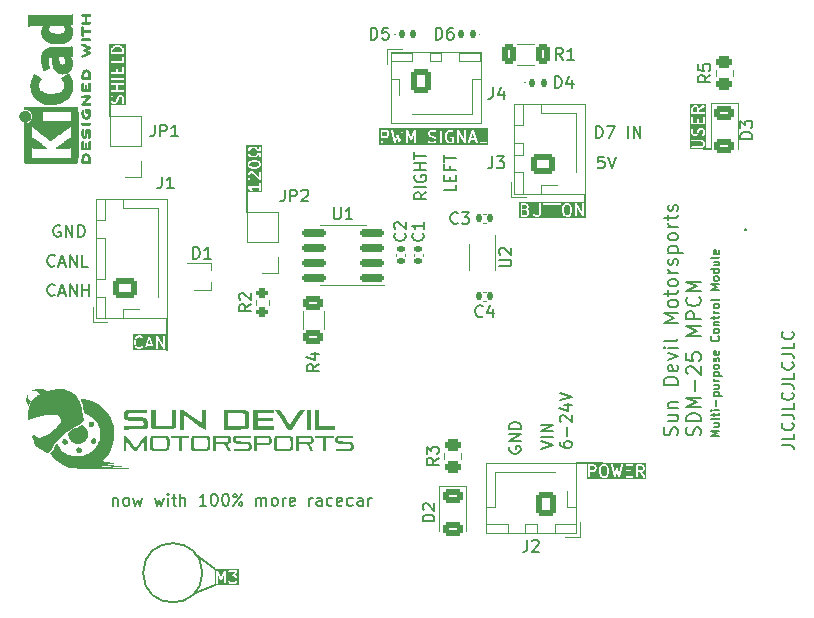
<source format=gto>
G04 #@! TF.GenerationSoftware,KiCad,Pcbnew,8.0.2*
G04 #@! TF.CreationDate,2025-02-02T01:14:39-07:00*
G04 #@! TF.ProjectId,drs,6472732e-6b69-4636-9164-5f7063625858,v1*
G04 #@! TF.SameCoordinates,Original*
G04 #@! TF.FileFunction,Legend,Top*
G04 #@! TF.FilePolarity,Positive*
%FSLAX46Y46*%
G04 Gerber Fmt 4.6, Leading zero omitted, Abs format (unit mm)*
G04 Created by KiCad (PCBNEW 8.0.2) date 2025-02-02 01:14:39*
%MOMM*%
%LPD*%
G01*
G04 APERTURE LIST*
G04 Aperture macros list*
%AMRoundRect*
0 Rectangle with rounded corners*
0 $1 Rounding radius*
0 $2 $3 $4 $5 $6 $7 $8 $9 X,Y pos of 4 corners*
0 Add a 4 corners polygon primitive as box body*
4,1,4,$2,$3,$4,$5,$6,$7,$8,$9,$2,$3,0*
0 Add four circle primitives for the rounded corners*
1,1,$1+$1,$2,$3*
1,1,$1+$1,$4,$5*
1,1,$1+$1,$6,$7*
1,1,$1+$1,$8,$9*
0 Add four rect primitives between the rounded corners*
20,1,$1+$1,$2,$3,$4,$5,0*
20,1,$1+$1,$4,$5,$6,$7,0*
20,1,$1+$1,$6,$7,$8,$9,0*
20,1,$1+$1,$8,$9,$2,$3,0*%
G04 Aperture macros list end*
%ADD10C,0.150000*%
%ADD11C,0.120000*%
%ADD12C,0.100000*%
%ADD13C,0.000000*%
%ADD14C,0.010000*%
%ADD15C,1.200000*%
%ADD16RoundRect,0.250000X0.750000X-0.600000X0.750000X0.600000X-0.750000X0.600000X-0.750000X-0.600000X0*%
%ADD17O,2.000000X1.700000*%
%ADD18RoundRect,0.250000X0.312500X0.625000X-0.312500X0.625000X-0.312500X-0.625000X0.312500X-0.625000X0*%
%ADD19RoundRect,0.200000X0.275000X-0.200000X0.275000X0.200000X-0.275000X0.200000X-0.275000X-0.200000X0*%
%ADD20RoundRect,0.140000X-0.170000X0.140000X-0.170000X-0.140000X0.170000X-0.140000X0.170000X0.140000X0*%
%ADD21RoundRect,0.140000X-0.140000X-0.170000X0.140000X-0.170000X0.140000X0.170000X-0.140000X0.170000X0*%
%ADD22R,1.700000X1.700000*%
%ADD23O,1.700000X1.700000*%
%ADD24RoundRect,0.250000X0.450000X-0.262500X0.450000X0.262500X-0.450000X0.262500X-0.450000X-0.262500X0*%
%ADD25RoundRect,0.250000X-0.625000X0.312500X-0.625000X-0.312500X0.625000X-0.312500X0.625000X0.312500X0*%
%ADD26RoundRect,0.250000X-0.625000X0.375000X-0.625000X-0.375000X0.625000X-0.375000X0.625000X0.375000X0*%
%ADD27RoundRect,0.250000X-0.600000X-0.750000X0.600000X-0.750000X0.600000X0.750000X-0.600000X0.750000X0*%
%ADD28O,1.700000X2.000000*%
%ADD29RoundRect,0.147500X0.147500X0.172500X-0.147500X0.172500X-0.147500X-0.172500X0.147500X-0.172500X0*%
%ADD30C,3.200000*%
%ADD31O,1.727200X1.727200*%
%ADD32R,1.727200X1.727200*%
%ADD33RoundRect,0.250000X0.725000X-0.600000X0.725000X0.600000X-0.725000X0.600000X-0.725000X-0.600000X0*%
%ADD34O,1.950000X1.700000*%
%ADD35RoundRect,0.147500X-0.147500X-0.172500X0.147500X-0.172500X0.147500X0.172500X-0.147500X0.172500X0*%
%ADD36R,0.300000X0.800000*%
%ADD37R,0.700000X0.450000*%
%ADD38RoundRect,0.250000X0.600000X0.750000X-0.600000X0.750000X-0.600000X-0.750000X0.600000X-0.750000X0*%
%ADD39RoundRect,0.150000X0.825000X0.150000X-0.825000X0.150000X-0.825000X-0.150000X0.825000X-0.150000X0*%
G04 APERTURE END LIST*
D10*
X175156533Y-108234649D02*
X174456533Y-108234649D01*
X174456533Y-108234649D02*
X174956533Y-108001316D01*
X174956533Y-108001316D02*
X174456533Y-107767982D01*
X174456533Y-107767982D02*
X175156533Y-107767982D01*
X174689866Y-107134649D02*
X175156533Y-107134649D01*
X174689866Y-107434649D02*
X175056533Y-107434649D01*
X175056533Y-107434649D02*
X175123200Y-107401316D01*
X175123200Y-107401316D02*
X175156533Y-107334649D01*
X175156533Y-107334649D02*
X175156533Y-107234649D01*
X175156533Y-107234649D02*
X175123200Y-107167982D01*
X175123200Y-107167982D02*
X175089866Y-107134649D01*
X175156533Y-106701316D02*
X175123200Y-106767983D01*
X175123200Y-106767983D02*
X175056533Y-106801316D01*
X175056533Y-106801316D02*
X174456533Y-106801316D01*
X174689866Y-106534649D02*
X174689866Y-106267982D01*
X174456533Y-106434649D02*
X175056533Y-106434649D01*
X175056533Y-106434649D02*
X175123200Y-106401316D01*
X175123200Y-106401316D02*
X175156533Y-106334649D01*
X175156533Y-106334649D02*
X175156533Y-106267982D01*
X175156533Y-106034649D02*
X174689866Y-106034649D01*
X174456533Y-106034649D02*
X174489866Y-106067982D01*
X174489866Y-106067982D02*
X174523200Y-106034649D01*
X174523200Y-106034649D02*
X174489866Y-106001316D01*
X174489866Y-106001316D02*
X174456533Y-106034649D01*
X174456533Y-106034649D02*
X174523200Y-106034649D01*
X174889866Y-105701316D02*
X174889866Y-105167983D01*
X174689866Y-104834649D02*
X175389866Y-104834649D01*
X174723200Y-104834649D02*
X174689866Y-104767982D01*
X174689866Y-104767982D02*
X174689866Y-104634649D01*
X174689866Y-104634649D02*
X174723200Y-104567982D01*
X174723200Y-104567982D02*
X174756533Y-104534649D01*
X174756533Y-104534649D02*
X174823200Y-104501316D01*
X174823200Y-104501316D02*
X175023200Y-104501316D01*
X175023200Y-104501316D02*
X175089866Y-104534649D01*
X175089866Y-104534649D02*
X175123200Y-104567982D01*
X175123200Y-104567982D02*
X175156533Y-104634649D01*
X175156533Y-104634649D02*
X175156533Y-104767982D01*
X175156533Y-104767982D02*
X175123200Y-104834649D01*
X174689866Y-103901316D02*
X175156533Y-103901316D01*
X174689866Y-104201316D02*
X175056533Y-104201316D01*
X175056533Y-104201316D02*
X175123200Y-104167983D01*
X175123200Y-104167983D02*
X175156533Y-104101316D01*
X175156533Y-104101316D02*
X175156533Y-104001316D01*
X175156533Y-104001316D02*
X175123200Y-103934649D01*
X175123200Y-103934649D02*
X175089866Y-103901316D01*
X175156533Y-103567983D02*
X174689866Y-103567983D01*
X174823200Y-103567983D02*
X174756533Y-103534650D01*
X174756533Y-103534650D02*
X174723200Y-103501316D01*
X174723200Y-103501316D02*
X174689866Y-103434650D01*
X174689866Y-103434650D02*
X174689866Y-103367983D01*
X174689866Y-103134650D02*
X175389866Y-103134650D01*
X174723200Y-103134650D02*
X174689866Y-103067983D01*
X174689866Y-103067983D02*
X174689866Y-102934650D01*
X174689866Y-102934650D02*
X174723200Y-102867983D01*
X174723200Y-102867983D02*
X174756533Y-102834650D01*
X174756533Y-102834650D02*
X174823200Y-102801317D01*
X174823200Y-102801317D02*
X175023200Y-102801317D01*
X175023200Y-102801317D02*
X175089866Y-102834650D01*
X175089866Y-102834650D02*
X175123200Y-102867983D01*
X175123200Y-102867983D02*
X175156533Y-102934650D01*
X175156533Y-102934650D02*
X175156533Y-103067983D01*
X175156533Y-103067983D02*
X175123200Y-103134650D01*
X175156533Y-102401317D02*
X175123200Y-102467984D01*
X175123200Y-102467984D02*
X175089866Y-102501317D01*
X175089866Y-102501317D02*
X175023200Y-102534650D01*
X175023200Y-102534650D02*
X174823200Y-102534650D01*
X174823200Y-102534650D02*
X174756533Y-102501317D01*
X174756533Y-102501317D02*
X174723200Y-102467984D01*
X174723200Y-102467984D02*
X174689866Y-102401317D01*
X174689866Y-102401317D02*
X174689866Y-102301317D01*
X174689866Y-102301317D02*
X174723200Y-102234650D01*
X174723200Y-102234650D02*
X174756533Y-102201317D01*
X174756533Y-102201317D02*
X174823200Y-102167984D01*
X174823200Y-102167984D02*
X175023200Y-102167984D01*
X175023200Y-102167984D02*
X175089866Y-102201317D01*
X175089866Y-102201317D02*
X175123200Y-102234650D01*
X175123200Y-102234650D02*
X175156533Y-102301317D01*
X175156533Y-102301317D02*
X175156533Y-102401317D01*
X175123200Y-101901317D02*
X175156533Y-101834651D01*
X175156533Y-101834651D02*
X175156533Y-101701317D01*
X175156533Y-101701317D02*
X175123200Y-101634651D01*
X175123200Y-101634651D02*
X175056533Y-101601317D01*
X175056533Y-101601317D02*
X175023200Y-101601317D01*
X175023200Y-101601317D02*
X174956533Y-101634651D01*
X174956533Y-101634651D02*
X174923200Y-101701317D01*
X174923200Y-101701317D02*
X174923200Y-101801317D01*
X174923200Y-101801317D02*
X174889866Y-101867984D01*
X174889866Y-101867984D02*
X174823200Y-101901317D01*
X174823200Y-101901317D02*
X174789866Y-101901317D01*
X174789866Y-101901317D02*
X174723200Y-101867984D01*
X174723200Y-101867984D02*
X174689866Y-101801317D01*
X174689866Y-101801317D02*
X174689866Y-101701317D01*
X174689866Y-101701317D02*
X174723200Y-101634651D01*
X175123200Y-101034650D02*
X175156533Y-101101317D01*
X175156533Y-101101317D02*
X175156533Y-101234650D01*
X175156533Y-101234650D02*
X175123200Y-101301317D01*
X175123200Y-101301317D02*
X175056533Y-101334650D01*
X175056533Y-101334650D02*
X174789866Y-101334650D01*
X174789866Y-101334650D02*
X174723200Y-101301317D01*
X174723200Y-101301317D02*
X174689866Y-101234650D01*
X174689866Y-101234650D02*
X174689866Y-101101317D01*
X174689866Y-101101317D02*
X174723200Y-101034650D01*
X174723200Y-101034650D02*
X174789866Y-101001317D01*
X174789866Y-101001317D02*
X174856533Y-101001317D01*
X174856533Y-101001317D02*
X174923200Y-101334650D01*
X175089866Y-99767984D02*
X175123200Y-99801317D01*
X175123200Y-99801317D02*
X175156533Y-99901317D01*
X175156533Y-99901317D02*
X175156533Y-99967984D01*
X175156533Y-99967984D02*
X175123200Y-100067984D01*
X175123200Y-100067984D02*
X175056533Y-100134651D01*
X175056533Y-100134651D02*
X174989866Y-100167984D01*
X174989866Y-100167984D02*
X174856533Y-100201317D01*
X174856533Y-100201317D02*
X174756533Y-100201317D01*
X174756533Y-100201317D02*
X174623200Y-100167984D01*
X174623200Y-100167984D02*
X174556533Y-100134651D01*
X174556533Y-100134651D02*
X174489866Y-100067984D01*
X174489866Y-100067984D02*
X174456533Y-99967984D01*
X174456533Y-99967984D02*
X174456533Y-99901317D01*
X174456533Y-99901317D02*
X174489866Y-99801317D01*
X174489866Y-99801317D02*
X174523200Y-99767984D01*
X175156533Y-99367984D02*
X175123200Y-99434651D01*
X175123200Y-99434651D02*
X175089866Y-99467984D01*
X175089866Y-99467984D02*
X175023200Y-99501317D01*
X175023200Y-99501317D02*
X174823200Y-99501317D01*
X174823200Y-99501317D02*
X174756533Y-99467984D01*
X174756533Y-99467984D02*
X174723200Y-99434651D01*
X174723200Y-99434651D02*
X174689866Y-99367984D01*
X174689866Y-99367984D02*
X174689866Y-99267984D01*
X174689866Y-99267984D02*
X174723200Y-99201317D01*
X174723200Y-99201317D02*
X174756533Y-99167984D01*
X174756533Y-99167984D02*
X174823200Y-99134651D01*
X174823200Y-99134651D02*
X175023200Y-99134651D01*
X175023200Y-99134651D02*
X175089866Y-99167984D01*
X175089866Y-99167984D02*
X175123200Y-99201317D01*
X175123200Y-99201317D02*
X175156533Y-99267984D01*
X175156533Y-99267984D02*
X175156533Y-99367984D01*
X174689866Y-98834651D02*
X175156533Y-98834651D01*
X174756533Y-98834651D02*
X174723200Y-98801318D01*
X174723200Y-98801318D02*
X174689866Y-98734651D01*
X174689866Y-98734651D02*
X174689866Y-98634651D01*
X174689866Y-98634651D02*
X174723200Y-98567984D01*
X174723200Y-98567984D02*
X174789866Y-98534651D01*
X174789866Y-98534651D02*
X175156533Y-98534651D01*
X174689866Y-98301318D02*
X174689866Y-98034651D01*
X174456533Y-98201318D02*
X175056533Y-98201318D01*
X175056533Y-98201318D02*
X175123200Y-98167985D01*
X175123200Y-98167985D02*
X175156533Y-98101318D01*
X175156533Y-98101318D02*
X175156533Y-98034651D01*
X175156533Y-97801318D02*
X174689866Y-97801318D01*
X174823200Y-97801318D02*
X174756533Y-97767985D01*
X174756533Y-97767985D02*
X174723200Y-97734651D01*
X174723200Y-97734651D02*
X174689866Y-97667985D01*
X174689866Y-97667985D02*
X174689866Y-97601318D01*
X175156533Y-97267985D02*
X175123200Y-97334652D01*
X175123200Y-97334652D02*
X175089866Y-97367985D01*
X175089866Y-97367985D02*
X175023200Y-97401318D01*
X175023200Y-97401318D02*
X174823200Y-97401318D01*
X174823200Y-97401318D02*
X174756533Y-97367985D01*
X174756533Y-97367985D02*
X174723200Y-97334652D01*
X174723200Y-97334652D02*
X174689866Y-97267985D01*
X174689866Y-97267985D02*
X174689866Y-97167985D01*
X174689866Y-97167985D02*
X174723200Y-97101318D01*
X174723200Y-97101318D02*
X174756533Y-97067985D01*
X174756533Y-97067985D02*
X174823200Y-97034652D01*
X174823200Y-97034652D02*
X175023200Y-97034652D01*
X175023200Y-97034652D02*
X175089866Y-97067985D01*
X175089866Y-97067985D02*
X175123200Y-97101318D01*
X175123200Y-97101318D02*
X175156533Y-97167985D01*
X175156533Y-97167985D02*
X175156533Y-97267985D01*
X175156533Y-96634652D02*
X175123200Y-96701319D01*
X175123200Y-96701319D02*
X175056533Y-96734652D01*
X175056533Y-96734652D02*
X174456533Y-96734652D01*
X175156533Y-95834652D02*
X174456533Y-95834652D01*
X174456533Y-95834652D02*
X174956533Y-95601319D01*
X174956533Y-95601319D02*
X174456533Y-95367985D01*
X174456533Y-95367985D02*
X175156533Y-95367985D01*
X175156533Y-94934652D02*
X175123200Y-95001319D01*
X175123200Y-95001319D02*
X175089866Y-95034652D01*
X175089866Y-95034652D02*
X175023200Y-95067985D01*
X175023200Y-95067985D02*
X174823200Y-95067985D01*
X174823200Y-95067985D02*
X174756533Y-95034652D01*
X174756533Y-95034652D02*
X174723200Y-95001319D01*
X174723200Y-95001319D02*
X174689866Y-94934652D01*
X174689866Y-94934652D02*
X174689866Y-94834652D01*
X174689866Y-94834652D02*
X174723200Y-94767985D01*
X174723200Y-94767985D02*
X174756533Y-94734652D01*
X174756533Y-94734652D02*
X174823200Y-94701319D01*
X174823200Y-94701319D02*
X175023200Y-94701319D01*
X175023200Y-94701319D02*
X175089866Y-94734652D01*
X175089866Y-94734652D02*
X175123200Y-94767985D01*
X175123200Y-94767985D02*
X175156533Y-94834652D01*
X175156533Y-94834652D02*
X175156533Y-94934652D01*
X175156533Y-94101319D02*
X174456533Y-94101319D01*
X175123200Y-94101319D02*
X175156533Y-94167986D01*
X175156533Y-94167986D02*
X175156533Y-94301319D01*
X175156533Y-94301319D02*
X175123200Y-94367986D01*
X175123200Y-94367986D02*
X175089866Y-94401319D01*
X175089866Y-94401319D02*
X175023200Y-94434652D01*
X175023200Y-94434652D02*
X174823200Y-94434652D01*
X174823200Y-94434652D02*
X174756533Y-94401319D01*
X174756533Y-94401319D02*
X174723200Y-94367986D01*
X174723200Y-94367986D02*
X174689866Y-94301319D01*
X174689866Y-94301319D02*
X174689866Y-94167986D01*
X174689866Y-94167986D02*
X174723200Y-94101319D01*
X174689866Y-93467986D02*
X175156533Y-93467986D01*
X174689866Y-93767986D02*
X175056533Y-93767986D01*
X175056533Y-93767986D02*
X175123200Y-93734653D01*
X175123200Y-93734653D02*
X175156533Y-93667986D01*
X175156533Y-93667986D02*
X175156533Y-93567986D01*
X175156533Y-93567986D02*
X175123200Y-93501319D01*
X175123200Y-93501319D02*
X175089866Y-93467986D01*
X175156533Y-93034653D02*
X175123200Y-93101320D01*
X175123200Y-93101320D02*
X175056533Y-93134653D01*
X175056533Y-93134653D02*
X174456533Y-93134653D01*
X175123200Y-92501319D02*
X175156533Y-92567986D01*
X175156533Y-92567986D02*
X175156533Y-92701319D01*
X175156533Y-92701319D02*
X175123200Y-92767986D01*
X175123200Y-92767986D02*
X175056533Y-92801319D01*
X175056533Y-92801319D02*
X174789866Y-92801319D01*
X174789866Y-92801319D02*
X174723200Y-92767986D01*
X174723200Y-92767986D02*
X174689866Y-92701319D01*
X174689866Y-92701319D02*
X174689866Y-92567986D01*
X174689866Y-92567986D02*
X174723200Y-92501319D01*
X174723200Y-92501319D02*
X174789866Y-92467986D01*
X174789866Y-92467986D02*
X174856533Y-92467986D01*
X174856533Y-92467986D02*
X174923200Y-92801319D01*
X123570000Y-81105000D02*
X123570000Y-79600000D01*
X174465000Y-83900000D02*
X173900000Y-83900000D01*
X163060000Y-110490000D02*
X165300000Y-110490000D01*
X128385000Y-98260000D02*
X128385000Y-100900000D01*
X130800000Y-118200000D02*
X132500000Y-119500000D01*
X163785000Y-87710000D02*
X163785000Y-89700000D01*
X132500000Y-120800000D02*
X130600000Y-121600000D01*
X135170000Y-89230000D02*
X135170000Y-87500000D01*
X131405993Y-119800000D02*
G75*
G02*
X126394007Y-119800000I-2505993J0D01*
G01*
X126394007Y-119800000D02*
G75*
G02*
X131405993Y-119800000I2505993J0D01*
G01*
G36*
X154436126Y-83009406D02*
G01*
X154166086Y-83010199D01*
X154300631Y-82604742D01*
X154436126Y-83009406D01*
G37*
G36*
X147016565Y-82476871D02*
G01*
X147047892Y-82507115D01*
X147083350Y-82575972D01*
X147084335Y-82683604D01*
X147051155Y-82751985D01*
X147020910Y-82783313D01*
X146952222Y-82818684D01*
X146660997Y-82819745D01*
X146660464Y-82444550D01*
X146947798Y-82443503D01*
X147016565Y-82476871D01*
G37*
G36*
X155628591Y-83555930D02*
G01*
X146400668Y-83555930D01*
X146400668Y-82369819D01*
X146511779Y-82369819D01*
X146513220Y-83384451D01*
X146524419Y-83411487D01*
X146545111Y-83432179D01*
X146572147Y-83443378D01*
X146601411Y-83443378D01*
X146628447Y-83432179D01*
X146649139Y-83411487D01*
X146660338Y-83384451D01*
X146661779Y-83369819D01*
X146661208Y-82968356D01*
X146956081Y-82967282D01*
X146958350Y-82968039D01*
X146969691Y-82967233D01*
X146982363Y-82967187D01*
X146984852Y-82966155D01*
X146987540Y-82965965D01*
X147001272Y-82960710D01*
X147095828Y-82912017D01*
X147104637Y-82908369D01*
X147107539Y-82905986D01*
X147108953Y-82905259D01*
X147110252Y-82903760D01*
X147116002Y-82899042D01*
X147163343Y-82850006D01*
X147169838Y-82844374D01*
X147171817Y-82841228D01*
X147172948Y-82840058D01*
X147173705Y-82838230D01*
X147177670Y-82831931D01*
X147219345Y-82746041D01*
X147220567Y-82744820D01*
X147224236Y-82735960D01*
X147230544Y-82722962D01*
X147230735Y-82720272D01*
X147231766Y-82717784D01*
X147233207Y-82703152D01*
X147232002Y-82571521D01*
X147232618Y-82569675D01*
X147231892Y-82559460D01*
X147231766Y-82545663D01*
X147230735Y-82543174D01*
X147230544Y-82540485D01*
X147225289Y-82526754D01*
X147176597Y-82432199D01*
X147172948Y-82423389D01*
X147170565Y-82420486D01*
X147169838Y-82419073D01*
X147168339Y-82417773D01*
X147163621Y-82412024D01*
X147122810Y-82372623D01*
X147416593Y-82372623D01*
X147418581Y-82387191D01*
X147657243Y-83383466D01*
X147658645Y-83394012D01*
X147660564Y-83397327D01*
X147661466Y-83401091D01*
X147667852Y-83409915D01*
X147673307Y-83419337D01*
X147676364Y-83421677D01*
X147678623Y-83424798D01*
X147687898Y-83430505D01*
X147696545Y-83437124D01*
X147700265Y-83438116D01*
X147703545Y-83440134D01*
X147714299Y-83441858D01*
X147724821Y-83444664D01*
X147728636Y-83444157D01*
X147732440Y-83444767D01*
X147743038Y-83442243D01*
X147753829Y-83440810D01*
X147757160Y-83438881D01*
X147760908Y-83437989D01*
X147769732Y-83431602D01*
X147779154Y-83426148D01*
X147781494Y-83423090D01*
X147784615Y-83420832D01*
X147790322Y-83411556D01*
X147796941Y-83402910D01*
X147798966Y-83397510D01*
X147799951Y-83395910D01*
X147800238Y-83394118D01*
X147802104Y-83389144D01*
X147919931Y-82943870D01*
X148038603Y-83385495D01*
X148040273Y-83395910D01*
X148042276Y-83399166D01*
X148043283Y-83402911D01*
X148049903Y-83411559D01*
X148055609Y-83420832D01*
X148058729Y-83423090D01*
X148061070Y-83426148D01*
X148070491Y-83431602D01*
X148079316Y-83437989D01*
X148083063Y-83438881D01*
X148086395Y-83440810D01*
X148097188Y-83442244D01*
X148107784Y-83444767D01*
X148111585Y-83444157D01*
X148115404Y-83444665D01*
X148125935Y-83441856D01*
X148136679Y-83440134D01*
X148139955Y-83438118D01*
X148143679Y-83437125D01*
X148152329Y-83430503D01*
X148161601Y-83424798D01*
X148163859Y-83421677D01*
X148166917Y-83419337D01*
X148172372Y-83409914D01*
X148178758Y-83401091D01*
X148180635Y-83395642D01*
X148181579Y-83394013D01*
X148181818Y-83392209D01*
X148183548Y-83387191D01*
X148423632Y-82372623D01*
X148423182Y-82369819D01*
X148654636Y-82369819D01*
X148656077Y-83384451D01*
X148667276Y-83411487D01*
X148687968Y-83432179D01*
X148715004Y-83443378D01*
X148744268Y-83443378D01*
X148771304Y-83432179D01*
X148791996Y-83411487D01*
X148803195Y-83384451D01*
X148804636Y-83369819D01*
X148803691Y-82704441D01*
X148995066Y-83112619D01*
X148998839Y-83122993D01*
X149001075Y-83125435D01*
X149002499Y-83128471D01*
X149010908Y-83136171D01*
X149018603Y-83144574D01*
X149021621Y-83145982D01*
X149024080Y-83148234D01*
X149034792Y-83152129D01*
X149045121Y-83156950D01*
X149048449Y-83157096D01*
X149051581Y-83158235D01*
X149062975Y-83157734D01*
X149074357Y-83158234D01*
X149077485Y-83157096D01*
X149080817Y-83156950D01*
X149091152Y-83152126D01*
X149101858Y-83148234D01*
X149104313Y-83145984D01*
X149107335Y-83144575D01*
X149115036Y-83136164D01*
X149123439Y-83128470D01*
X149125922Y-83124277D01*
X149127099Y-83122993D01*
X149127759Y-83121177D01*
X149130933Y-83115820D01*
X149321777Y-82704943D01*
X149322743Y-83384451D01*
X149333942Y-83411487D01*
X149354634Y-83432179D01*
X149381670Y-83443378D01*
X149410934Y-83443378D01*
X149437970Y-83432179D01*
X149458662Y-83411487D01*
X149469861Y-83384451D01*
X149471302Y-83369819D01*
X149470152Y-82560295D01*
X150511779Y-82560295D01*
X150512884Y-82644601D01*
X150512368Y-82646152D01*
X150513026Y-82655421D01*
X150513220Y-82670165D01*
X150514251Y-82672654D01*
X150514442Y-82675342D01*
X150519697Y-82689074D01*
X150568389Y-82783630D01*
X150572038Y-82792439D01*
X150574420Y-82795341D01*
X150575148Y-82796755D01*
X150576646Y-82798054D01*
X150581365Y-82803804D01*
X150630400Y-82851145D01*
X150636033Y-82857640D01*
X150639178Y-82859619D01*
X150640349Y-82860750D01*
X150642176Y-82861507D01*
X150648476Y-82865472D01*
X150739708Y-82909740D01*
X150745219Y-82913823D01*
X150756234Y-82917758D01*
X150757445Y-82918346D01*
X150757985Y-82918384D01*
X150759065Y-82918770D01*
X150936548Y-82961854D01*
X151016565Y-83000680D01*
X151047892Y-83030924D01*
X151083414Y-83099905D01*
X151084203Y-83160066D01*
X151051155Y-83228175D01*
X151020909Y-83259504D01*
X150952159Y-83294907D01*
X150745378Y-83296086D01*
X150596159Y-83247789D01*
X150566969Y-83249864D01*
X150540796Y-83262950D01*
X150521622Y-83285057D01*
X150512368Y-83312820D01*
X150514443Y-83342010D01*
X150527529Y-83368183D01*
X150549636Y-83387357D01*
X150563062Y-83393351D01*
X150705643Y-83439500D01*
X150715004Y-83443378D01*
X150718767Y-83443748D01*
X150720255Y-83444230D01*
X150722229Y-83444089D01*
X150729636Y-83444819D01*
X150956240Y-83443526D01*
X150958350Y-83444230D01*
X150969292Y-83443452D01*
X150982363Y-83443378D01*
X150984852Y-83442346D01*
X150987540Y-83442156D01*
X151001272Y-83436901D01*
X151095826Y-83388209D01*
X151104637Y-83384560D01*
X151107539Y-83382177D01*
X151108953Y-83381450D01*
X151110253Y-83379950D01*
X151116003Y-83375232D01*
X151163344Y-83326195D01*
X151169838Y-83320564D01*
X151171817Y-83317418D01*
X151172949Y-83316247D01*
X151173706Y-83314417D01*
X151177670Y-83308121D01*
X151219345Y-83222231D01*
X151220567Y-83221010D01*
X151224236Y-83212150D01*
X151230544Y-83199152D01*
X151230735Y-83196462D01*
X151231766Y-83193974D01*
X151233207Y-83179342D01*
X151232101Y-83095034D01*
X151232618Y-83093484D01*
X151231959Y-83084213D01*
X151231766Y-83069472D01*
X151230735Y-83066983D01*
X151230544Y-83064294D01*
X151225289Y-83050563D01*
X151176597Y-82956008D01*
X151172948Y-82947198D01*
X151170565Y-82944295D01*
X151169838Y-82942882D01*
X151168339Y-82941582D01*
X151163621Y-82935833D01*
X151114585Y-82888491D01*
X151108953Y-82881997D01*
X151105807Y-82880017D01*
X151104637Y-82878887D01*
X151102809Y-82878129D01*
X151096510Y-82874165D01*
X151005278Y-82829898D01*
X150999767Y-82825814D01*
X150988747Y-82821876D01*
X150987540Y-82821291D01*
X150987000Y-82821252D01*
X150985921Y-82820867D01*
X150808437Y-82777782D01*
X150728421Y-82738957D01*
X150697093Y-82708712D01*
X150661571Y-82639731D01*
X150660782Y-82579570D01*
X150693831Y-82511460D01*
X150724075Y-82480133D01*
X150792826Y-82444730D01*
X150999607Y-82443551D01*
X151148826Y-82491849D01*
X151178016Y-82489774D01*
X151204190Y-82476688D01*
X151223364Y-82454580D01*
X151232618Y-82426818D01*
X151230543Y-82397628D01*
X151217456Y-82371455D01*
X151215570Y-82369819D01*
X151511779Y-82369819D01*
X151513220Y-83384451D01*
X151524419Y-83411487D01*
X151545111Y-83432179D01*
X151572147Y-83443378D01*
X151601411Y-83443378D01*
X151628447Y-83432179D01*
X151649139Y-83411487D01*
X151660338Y-83384451D01*
X151661779Y-83369819D01*
X151660967Y-82798390D01*
X151940350Y-82798390D01*
X151941617Y-82936969D01*
X151940439Y-82944893D01*
X151941773Y-82953917D01*
X151941791Y-82955879D01*
X151942213Y-82956900D01*
X151942589Y-82959437D01*
X151990106Y-83144135D01*
X151990632Y-83151532D01*
X151994834Y-83162514D01*
X151995155Y-83163759D01*
X151995477Y-83164194D01*
X151995887Y-83165264D01*
X152044577Y-83259816D01*
X152048227Y-83268628D01*
X152050610Y-83271532D01*
X152051338Y-83272945D01*
X152052836Y-83274244D01*
X152057555Y-83279994D01*
X152145724Y-83366479D01*
X152146576Y-83368183D01*
X152154220Y-83374813D01*
X152164158Y-83384561D01*
X152166648Y-83385592D01*
X152168683Y-83387357D01*
X152182109Y-83393351D01*
X152324690Y-83439500D01*
X152334051Y-83443378D01*
X152337814Y-83443748D01*
X152339302Y-83444230D01*
X152341276Y-83444089D01*
X152348683Y-83444819D01*
X152444000Y-83443568D01*
X152453301Y-83444230D01*
X152456955Y-83443398D01*
X152458553Y-83443378D01*
X152460384Y-83442619D01*
X152467638Y-83440970D01*
X152599428Y-83395759D01*
X152601410Y-83395759D01*
X152610962Y-83391802D01*
X152623920Y-83387357D01*
X152625955Y-83385591D01*
X152628446Y-83384560D01*
X152639812Y-83375232D01*
X152696758Y-83316247D01*
X152704039Y-83298668D01*
X152707956Y-83289212D01*
X152709397Y-83274580D01*
X152707956Y-82926615D01*
X152696757Y-82899579D01*
X152676065Y-82878887D01*
X152649029Y-82867688D01*
X152634397Y-82866247D01*
X152429289Y-82867688D01*
X152402253Y-82878887D01*
X152381561Y-82899579D01*
X152370362Y-82926615D01*
X152370362Y-82955879D01*
X152381561Y-82982915D01*
X152402253Y-83003607D01*
X152429289Y-83014806D01*
X152443921Y-83016247D01*
X152559704Y-83015433D01*
X152560646Y-83243006D01*
X152547841Y-83256269D01*
X152435134Y-83294934D01*
X152363756Y-83295870D01*
X152247829Y-83258348D01*
X152173621Y-83185558D01*
X152134929Y-83110421D01*
X152090311Y-82936991D01*
X152089169Y-82812219D01*
X152131195Y-82639096D01*
X152169920Y-82559286D01*
X152244199Y-82483561D01*
X152357364Y-82444739D01*
X152471992Y-82443690D01*
X152566968Y-82489775D01*
X152596158Y-82491849D01*
X152623920Y-82482595D01*
X152646027Y-82463422D01*
X152659115Y-82437247D01*
X152661189Y-82408057D01*
X152651935Y-82380296D01*
X152642849Y-82369819D01*
X152987969Y-82369819D01*
X152989410Y-83384451D01*
X153000609Y-83411487D01*
X153021301Y-83432179D01*
X153048337Y-83443378D01*
X153077601Y-83443378D01*
X153104637Y-83432179D01*
X153125329Y-83411487D01*
X153136528Y-83384451D01*
X153137969Y-83369819D01*
X153136946Y-82649749D01*
X153568293Y-83402448D01*
X153572037Y-83411487D01*
X153575399Y-83414849D01*
X153577789Y-83419019D01*
X153585677Y-83425127D01*
X153592729Y-83432179D01*
X153597147Y-83434009D01*
X153600927Y-83436936D01*
X153610548Y-83439560D01*
X153619765Y-83443378D01*
X153624546Y-83443378D01*
X153629158Y-83444636D01*
X153639055Y-83443378D01*
X153649029Y-83443378D01*
X153653444Y-83441548D01*
X153658188Y-83440946D01*
X153666852Y-83435995D01*
X153676065Y-83432179D01*
X153679443Y-83428800D01*
X153683597Y-83426427D01*
X153689706Y-83418537D01*
X153696757Y-83411487D01*
X153698586Y-83407070D01*
X153701514Y-83403290D01*
X153704138Y-83393666D01*
X153707956Y-83384451D01*
X153708692Y-83376968D01*
X153709214Y-83375058D01*
X153709026Y-83373582D01*
X153709397Y-83369819D01*
X153709384Y-83360439D01*
X153893320Y-83360439D01*
X153895395Y-83389629D01*
X153908481Y-83415802D01*
X153930588Y-83434976D01*
X153958351Y-83444230D01*
X153987541Y-83442155D01*
X154013714Y-83429069D01*
X154032888Y-83406962D01*
X154038882Y-83393536D01*
X154116727Y-83158946D01*
X154485833Y-83157862D01*
X154569240Y-83406961D01*
X154588414Y-83429068D01*
X154614587Y-83442155D01*
X154643777Y-83444230D01*
X154671539Y-83434976D01*
X154693647Y-83415802D01*
X154706733Y-83389628D01*
X154708808Y-83360438D01*
X154705548Y-83346102D01*
X154378657Y-82369819D01*
X154892731Y-82369819D01*
X154894172Y-83384451D01*
X154905371Y-83411487D01*
X154926063Y-83432179D01*
X154953099Y-83443378D01*
X154967731Y-83444819D01*
X155458553Y-83443378D01*
X155485589Y-83432179D01*
X155506281Y-83411487D01*
X155517480Y-83384451D01*
X155517480Y-83355187D01*
X155506281Y-83328151D01*
X155485589Y-83307459D01*
X155458553Y-83296260D01*
X155443921Y-83294819D01*
X155042626Y-83295997D01*
X155041290Y-82355187D01*
X155030091Y-82328151D01*
X155009399Y-82307459D01*
X154982363Y-82296260D01*
X154953099Y-82296260D01*
X154926063Y-82307459D01*
X154905371Y-82328151D01*
X154894172Y-82355187D01*
X154892731Y-82369819D01*
X154378657Y-82369819D01*
X154373770Y-82355223D01*
X154373400Y-82350010D01*
X154369236Y-82341683D01*
X154366221Y-82332676D01*
X154362709Y-82328627D01*
X154360314Y-82323836D01*
X154353210Y-82317674D01*
X154347047Y-82310569D01*
X154342253Y-82308172D01*
X154338206Y-82304662D01*
X154329284Y-82301688D01*
X154320874Y-82297483D01*
X154315529Y-82297103D01*
X154310444Y-82295408D01*
X154301064Y-82296074D01*
X154291684Y-82295408D01*
X154286598Y-82297103D01*
X154281254Y-82297483D01*
X154272846Y-82301687D01*
X154263921Y-82304662D01*
X154259870Y-82308175D01*
X154255081Y-82310570D01*
X154248922Y-82317670D01*
X154241814Y-82323836D01*
X154239417Y-82328629D01*
X154235907Y-82332677D01*
X154229913Y-82346102D01*
X153991738Y-83063850D01*
X153989410Y-83069472D01*
X153989410Y-83070867D01*
X153893320Y-83360439D01*
X153709384Y-83360439D01*
X153707956Y-82355187D01*
X153696757Y-82328151D01*
X153676065Y-82307459D01*
X153649029Y-82296260D01*
X153619765Y-82296260D01*
X153592729Y-82307459D01*
X153572037Y-82328151D01*
X153560838Y-82355187D01*
X153559397Y-82369819D01*
X153560419Y-83089888D01*
X153129072Y-82337189D01*
X153125329Y-82328151D01*
X153121966Y-82324788D01*
X153119577Y-82320619D01*
X153111687Y-82314509D01*
X153104637Y-82307459D01*
X153100220Y-82305629D01*
X153096440Y-82302702D01*
X153086816Y-82300077D01*
X153077601Y-82296260D01*
X153072820Y-82296260D01*
X153068208Y-82295002D01*
X153058311Y-82296260D01*
X153048337Y-82296260D01*
X153043921Y-82298089D01*
X153039178Y-82298692D01*
X153030513Y-82303642D01*
X153021301Y-82307459D01*
X153017922Y-82310837D01*
X153013769Y-82313211D01*
X153007659Y-82321100D01*
X153000609Y-82328151D01*
X152998779Y-82332567D01*
X152995852Y-82336348D01*
X152993227Y-82345971D01*
X152989410Y-82355187D01*
X152988673Y-82362669D01*
X152988152Y-82364580D01*
X152988339Y-82366055D01*
X152987969Y-82369819D01*
X152642849Y-82369819D01*
X152632762Y-82358188D01*
X152620319Y-82350356D01*
X152534430Y-82308681D01*
X152533208Y-82307459D01*
X152524342Y-82303786D01*
X152511349Y-82297482D01*
X152508661Y-82297291D01*
X152506172Y-82296260D01*
X152491540Y-82294819D01*
X152349321Y-82296120D01*
X152339302Y-82295408D01*
X152335618Y-82296245D01*
X152334051Y-82296260D01*
X152332220Y-82297018D01*
X152324965Y-82298668D01*
X152193175Y-82343879D01*
X152191195Y-82343879D01*
X152181645Y-82347834D01*
X152168683Y-82352281D01*
X152166648Y-82354045D01*
X152164158Y-82355077D01*
X152152793Y-82364405D01*
X152058861Y-82460167D01*
X152051338Y-82466692D01*
X152049325Y-82469888D01*
X152048228Y-82471008D01*
X152047470Y-82472835D01*
X152043506Y-82479135D01*
X151999239Y-82570366D01*
X151995155Y-82575878D01*
X151991217Y-82586897D01*
X151990632Y-82588105D01*
X151990593Y-82588644D01*
X151990208Y-82589724D01*
X151944967Y-82776089D01*
X151941791Y-82783758D01*
X151940893Y-82792872D01*
X151940439Y-82794744D01*
X151940601Y-82795836D01*
X151940350Y-82798390D01*
X151660967Y-82798390D01*
X151660338Y-82355187D01*
X151649139Y-82328151D01*
X151628447Y-82307459D01*
X151601411Y-82296260D01*
X151572147Y-82296260D01*
X151545111Y-82307459D01*
X151524419Y-82328151D01*
X151513220Y-82355187D01*
X151511779Y-82369819D01*
X151215570Y-82369819D01*
X151195349Y-82352281D01*
X151181924Y-82346287D01*
X151039345Y-82300138D01*
X151029982Y-82296260D01*
X151026216Y-82295889D01*
X151024730Y-82295408D01*
X151022755Y-82295548D01*
X151015350Y-82294819D01*
X150788744Y-82296111D01*
X150786635Y-82295408D01*
X150775692Y-82296185D01*
X150762623Y-82296260D01*
X150760134Y-82297290D01*
X150757445Y-82297482D01*
X150743714Y-82302737D01*
X150649159Y-82351428D01*
X150640349Y-82355078D01*
X150637446Y-82357460D01*
X150636033Y-82358188D01*
X150634733Y-82359686D01*
X150628984Y-82364405D01*
X150581642Y-82413440D01*
X150575148Y-82419073D01*
X150573168Y-82422218D01*
X150572038Y-82423389D01*
X150571280Y-82425216D01*
X150567316Y-82431516D01*
X150525641Y-82517404D01*
X150524419Y-82518627D01*
X150520746Y-82527492D01*
X150514442Y-82540486D01*
X150514251Y-82543173D01*
X150513220Y-82545663D01*
X150511779Y-82560295D01*
X149470152Y-82560295D01*
X149469883Y-82370923D01*
X149470432Y-82358431D01*
X149469863Y-82356867D01*
X149469861Y-82355187D01*
X149464879Y-82343160D01*
X149460432Y-82330930D01*
X149459302Y-82329696D01*
X149458662Y-82328151D01*
X149449462Y-82318951D01*
X149440668Y-82309348D01*
X149439151Y-82308640D01*
X149437970Y-82307459D01*
X149425957Y-82302482D01*
X149414150Y-82296973D01*
X149412477Y-82296899D01*
X149410934Y-82296260D01*
X149397928Y-82296260D01*
X149384914Y-82295688D01*
X149383341Y-82296260D01*
X149381670Y-82296260D01*
X149369651Y-82301238D01*
X149357413Y-82305689D01*
X149356179Y-82306819D01*
X149354634Y-82307459D01*
X149345435Y-82316657D01*
X149335832Y-82325452D01*
X149334656Y-82327436D01*
X149333942Y-82328151D01*
X149333265Y-82329784D01*
X149328338Y-82338102D01*
X149063434Y-82908422D01*
X148796735Y-82339592D01*
X148791996Y-82328151D01*
X148790819Y-82326974D01*
X148790106Y-82325453D01*
X148780509Y-82316664D01*
X148771304Y-82307459D01*
X148769758Y-82306818D01*
X148768525Y-82305689D01*
X148756294Y-82301241D01*
X148744268Y-82296260D01*
X148742594Y-82296260D01*
X148741024Y-82295689D01*
X148728023Y-82296260D01*
X148715004Y-82296260D01*
X148713459Y-82296899D01*
X148711788Y-82296973D01*
X148699989Y-82302479D01*
X148687968Y-82307459D01*
X148686785Y-82308641D01*
X148685270Y-82309349D01*
X148676481Y-82318945D01*
X148667276Y-82328151D01*
X148666635Y-82329696D01*
X148665506Y-82330930D01*
X148661058Y-82343160D01*
X148656077Y-82355187D01*
X148655850Y-82357482D01*
X148655506Y-82358431D01*
X148655583Y-82360197D01*
X148654636Y-82369819D01*
X148423182Y-82369819D01*
X148418999Y-82343728D01*
X148403663Y-82318806D01*
X148379956Y-82301650D01*
X148351488Y-82294871D01*
X148322593Y-82299504D01*
X148297671Y-82314840D01*
X148280514Y-82338547D01*
X148275724Y-82352448D01*
X148106747Y-83066521D01*
X147992369Y-82640872D01*
X147991103Y-82631339D01*
X147988685Y-82627164D01*
X147987417Y-82622442D01*
X147981402Y-82614583D01*
X147976441Y-82606015D01*
X147972582Y-82603061D01*
X147969630Y-82599204D01*
X147961065Y-82594245D01*
X147953203Y-82588227D01*
X147948506Y-82586974D01*
X147944305Y-82584542D01*
X147934498Y-82583239D01*
X147924928Y-82580687D01*
X147920109Y-82581327D01*
X147915297Y-82580688D01*
X147905736Y-82583237D01*
X147895919Y-82584542D01*
X147891713Y-82586976D01*
X147887021Y-82588228D01*
X147879161Y-82594243D01*
X147870594Y-82599204D01*
X147867640Y-82603062D01*
X147863783Y-82606015D01*
X147858824Y-82614580D01*
X147852807Y-82622441D01*
X147850110Y-82629630D01*
X147849121Y-82631340D01*
X147848929Y-82632779D01*
X147847644Y-82636208D01*
X147733946Y-83065875D01*
X147559711Y-82338547D01*
X147542554Y-82314840D01*
X147517632Y-82299504D01*
X147488737Y-82294871D01*
X147460269Y-82301649D01*
X147436562Y-82318806D01*
X147421226Y-82343728D01*
X147416593Y-82372623D01*
X147122810Y-82372623D01*
X147114585Y-82364682D01*
X147108953Y-82358188D01*
X147105807Y-82356208D01*
X147104637Y-82355078D01*
X147102809Y-82354320D01*
X147096510Y-82350356D01*
X147010621Y-82308681D01*
X147009399Y-82307459D01*
X147000533Y-82303786D01*
X146987540Y-82297482D01*
X146984852Y-82297291D01*
X146982363Y-82296260D01*
X146967731Y-82294819D01*
X146572147Y-82296260D01*
X146545111Y-82307459D01*
X146524419Y-82328151D01*
X146513220Y-82355187D01*
X146511779Y-82369819D01*
X146400668Y-82369819D01*
X146400668Y-82183708D01*
X155628591Y-82183708D01*
X155628591Y-83555930D01*
G37*
X171606267Y-108172744D02*
X171663409Y-108001316D01*
X171663409Y-108001316D02*
X171663409Y-107715601D01*
X171663409Y-107715601D02*
X171606267Y-107601316D01*
X171606267Y-107601316D02*
X171549124Y-107544173D01*
X171549124Y-107544173D02*
X171434838Y-107487030D01*
X171434838Y-107487030D02*
X171320552Y-107487030D01*
X171320552Y-107487030D02*
X171206267Y-107544173D01*
X171206267Y-107544173D02*
X171149124Y-107601316D01*
X171149124Y-107601316D02*
X171091981Y-107715601D01*
X171091981Y-107715601D02*
X171034838Y-107944173D01*
X171034838Y-107944173D02*
X170977695Y-108058458D01*
X170977695Y-108058458D02*
X170920552Y-108115601D01*
X170920552Y-108115601D02*
X170806267Y-108172744D01*
X170806267Y-108172744D02*
X170691981Y-108172744D01*
X170691981Y-108172744D02*
X170577695Y-108115601D01*
X170577695Y-108115601D02*
X170520552Y-108058458D01*
X170520552Y-108058458D02*
X170463409Y-107944173D01*
X170463409Y-107944173D02*
X170463409Y-107658458D01*
X170463409Y-107658458D02*
X170520552Y-107487030D01*
X170863409Y-106458459D02*
X171663409Y-106458459D01*
X170863409Y-106972744D02*
X171491981Y-106972744D01*
X171491981Y-106972744D02*
X171606267Y-106915601D01*
X171606267Y-106915601D02*
X171663409Y-106801316D01*
X171663409Y-106801316D02*
X171663409Y-106629887D01*
X171663409Y-106629887D02*
X171606267Y-106515601D01*
X171606267Y-106515601D02*
X171549124Y-106458459D01*
X170863409Y-105887030D02*
X171663409Y-105887030D01*
X170977695Y-105887030D02*
X170920552Y-105829887D01*
X170920552Y-105829887D02*
X170863409Y-105715602D01*
X170863409Y-105715602D02*
X170863409Y-105544173D01*
X170863409Y-105544173D02*
X170920552Y-105429887D01*
X170920552Y-105429887D02*
X171034838Y-105372745D01*
X171034838Y-105372745D02*
X171663409Y-105372745D01*
X171663409Y-103887030D02*
X170463409Y-103887030D01*
X170463409Y-103887030D02*
X170463409Y-103601316D01*
X170463409Y-103601316D02*
X170520552Y-103429887D01*
X170520552Y-103429887D02*
X170634838Y-103315602D01*
X170634838Y-103315602D02*
X170749124Y-103258459D01*
X170749124Y-103258459D02*
X170977695Y-103201316D01*
X170977695Y-103201316D02*
X171149124Y-103201316D01*
X171149124Y-103201316D02*
X171377695Y-103258459D01*
X171377695Y-103258459D02*
X171491981Y-103315602D01*
X171491981Y-103315602D02*
X171606267Y-103429887D01*
X171606267Y-103429887D02*
X171663409Y-103601316D01*
X171663409Y-103601316D02*
X171663409Y-103887030D01*
X171606267Y-102229887D02*
X171663409Y-102344173D01*
X171663409Y-102344173D02*
X171663409Y-102572745D01*
X171663409Y-102572745D02*
X171606267Y-102687030D01*
X171606267Y-102687030D02*
X171491981Y-102744173D01*
X171491981Y-102744173D02*
X171034838Y-102744173D01*
X171034838Y-102744173D02*
X170920552Y-102687030D01*
X170920552Y-102687030D02*
X170863409Y-102572745D01*
X170863409Y-102572745D02*
X170863409Y-102344173D01*
X170863409Y-102344173D02*
X170920552Y-102229887D01*
X170920552Y-102229887D02*
X171034838Y-102172745D01*
X171034838Y-102172745D02*
X171149124Y-102172745D01*
X171149124Y-102172745D02*
X171263409Y-102744173D01*
X170863409Y-101772745D02*
X171663409Y-101487031D01*
X171663409Y-101487031D02*
X170863409Y-101201316D01*
X171663409Y-100744173D02*
X170863409Y-100744173D01*
X170463409Y-100744173D02*
X170520552Y-100801316D01*
X170520552Y-100801316D02*
X170577695Y-100744173D01*
X170577695Y-100744173D02*
X170520552Y-100687030D01*
X170520552Y-100687030D02*
X170463409Y-100744173D01*
X170463409Y-100744173D02*
X170577695Y-100744173D01*
X171663409Y-100001316D02*
X171606267Y-100115601D01*
X171606267Y-100115601D02*
X171491981Y-100172744D01*
X171491981Y-100172744D02*
X170463409Y-100172744D01*
X171663409Y-98629887D02*
X170463409Y-98629887D01*
X170463409Y-98629887D02*
X171320552Y-98229887D01*
X171320552Y-98229887D02*
X170463409Y-97829887D01*
X170463409Y-97829887D02*
X171663409Y-97829887D01*
X171663409Y-97087030D02*
X171606267Y-97201315D01*
X171606267Y-97201315D02*
X171549124Y-97258458D01*
X171549124Y-97258458D02*
X171434838Y-97315601D01*
X171434838Y-97315601D02*
X171091981Y-97315601D01*
X171091981Y-97315601D02*
X170977695Y-97258458D01*
X170977695Y-97258458D02*
X170920552Y-97201315D01*
X170920552Y-97201315D02*
X170863409Y-97087030D01*
X170863409Y-97087030D02*
X170863409Y-96915601D01*
X170863409Y-96915601D02*
X170920552Y-96801315D01*
X170920552Y-96801315D02*
X170977695Y-96744173D01*
X170977695Y-96744173D02*
X171091981Y-96687030D01*
X171091981Y-96687030D02*
X171434838Y-96687030D01*
X171434838Y-96687030D02*
X171549124Y-96744173D01*
X171549124Y-96744173D02*
X171606267Y-96801315D01*
X171606267Y-96801315D02*
X171663409Y-96915601D01*
X171663409Y-96915601D02*
X171663409Y-97087030D01*
X170863409Y-96344173D02*
X170863409Y-95887030D01*
X170463409Y-96172744D02*
X171491981Y-96172744D01*
X171491981Y-96172744D02*
X171606267Y-96115601D01*
X171606267Y-96115601D02*
X171663409Y-96001316D01*
X171663409Y-96001316D02*
X171663409Y-95887030D01*
X171663409Y-95315602D02*
X171606267Y-95429887D01*
X171606267Y-95429887D02*
X171549124Y-95487030D01*
X171549124Y-95487030D02*
X171434838Y-95544173D01*
X171434838Y-95544173D02*
X171091981Y-95544173D01*
X171091981Y-95544173D02*
X170977695Y-95487030D01*
X170977695Y-95487030D02*
X170920552Y-95429887D01*
X170920552Y-95429887D02*
X170863409Y-95315602D01*
X170863409Y-95315602D02*
X170863409Y-95144173D01*
X170863409Y-95144173D02*
X170920552Y-95029887D01*
X170920552Y-95029887D02*
X170977695Y-94972745D01*
X170977695Y-94972745D02*
X171091981Y-94915602D01*
X171091981Y-94915602D02*
X171434838Y-94915602D01*
X171434838Y-94915602D02*
X171549124Y-94972745D01*
X171549124Y-94972745D02*
X171606267Y-95029887D01*
X171606267Y-95029887D02*
X171663409Y-95144173D01*
X171663409Y-95144173D02*
X171663409Y-95315602D01*
X171663409Y-94401316D02*
X170863409Y-94401316D01*
X171091981Y-94401316D02*
X170977695Y-94344173D01*
X170977695Y-94344173D02*
X170920552Y-94287031D01*
X170920552Y-94287031D02*
X170863409Y-94172745D01*
X170863409Y-94172745D02*
X170863409Y-94058459D01*
X171606267Y-93715602D02*
X171663409Y-93601316D01*
X171663409Y-93601316D02*
X171663409Y-93372745D01*
X171663409Y-93372745D02*
X171606267Y-93258459D01*
X171606267Y-93258459D02*
X171491981Y-93201316D01*
X171491981Y-93201316D02*
X171434838Y-93201316D01*
X171434838Y-93201316D02*
X171320552Y-93258459D01*
X171320552Y-93258459D02*
X171263409Y-93372745D01*
X171263409Y-93372745D02*
X171263409Y-93544174D01*
X171263409Y-93544174D02*
X171206267Y-93658459D01*
X171206267Y-93658459D02*
X171091981Y-93715602D01*
X171091981Y-93715602D02*
X171034838Y-93715602D01*
X171034838Y-93715602D02*
X170920552Y-93658459D01*
X170920552Y-93658459D02*
X170863409Y-93544174D01*
X170863409Y-93544174D02*
X170863409Y-93372745D01*
X170863409Y-93372745D02*
X170920552Y-93258459D01*
X170863409Y-92687030D02*
X172063409Y-92687030D01*
X170920552Y-92687030D02*
X170863409Y-92572745D01*
X170863409Y-92572745D02*
X170863409Y-92344173D01*
X170863409Y-92344173D02*
X170920552Y-92229887D01*
X170920552Y-92229887D02*
X170977695Y-92172745D01*
X170977695Y-92172745D02*
X171091981Y-92115602D01*
X171091981Y-92115602D02*
X171434838Y-92115602D01*
X171434838Y-92115602D02*
X171549124Y-92172745D01*
X171549124Y-92172745D02*
X171606267Y-92229887D01*
X171606267Y-92229887D02*
X171663409Y-92344173D01*
X171663409Y-92344173D02*
X171663409Y-92572745D01*
X171663409Y-92572745D02*
X171606267Y-92687030D01*
X171663409Y-91429888D02*
X171606267Y-91544173D01*
X171606267Y-91544173D02*
X171549124Y-91601316D01*
X171549124Y-91601316D02*
X171434838Y-91658459D01*
X171434838Y-91658459D02*
X171091981Y-91658459D01*
X171091981Y-91658459D02*
X170977695Y-91601316D01*
X170977695Y-91601316D02*
X170920552Y-91544173D01*
X170920552Y-91544173D02*
X170863409Y-91429888D01*
X170863409Y-91429888D02*
X170863409Y-91258459D01*
X170863409Y-91258459D02*
X170920552Y-91144173D01*
X170920552Y-91144173D02*
X170977695Y-91087031D01*
X170977695Y-91087031D02*
X171091981Y-91029888D01*
X171091981Y-91029888D02*
X171434838Y-91029888D01*
X171434838Y-91029888D02*
X171549124Y-91087031D01*
X171549124Y-91087031D02*
X171606267Y-91144173D01*
X171606267Y-91144173D02*
X171663409Y-91258459D01*
X171663409Y-91258459D02*
X171663409Y-91429888D01*
X171663409Y-90515602D02*
X170863409Y-90515602D01*
X171091981Y-90515602D02*
X170977695Y-90458459D01*
X170977695Y-90458459D02*
X170920552Y-90401317D01*
X170920552Y-90401317D02*
X170863409Y-90287031D01*
X170863409Y-90287031D02*
X170863409Y-90172745D01*
X170863409Y-89944174D02*
X170863409Y-89487031D01*
X170463409Y-89772745D02*
X171491981Y-89772745D01*
X171491981Y-89772745D02*
X171606267Y-89715602D01*
X171606267Y-89715602D02*
X171663409Y-89601317D01*
X171663409Y-89601317D02*
X171663409Y-89487031D01*
X171606267Y-89144174D02*
X171663409Y-89029888D01*
X171663409Y-89029888D02*
X171663409Y-88801317D01*
X171663409Y-88801317D02*
X171606267Y-88687031D01*
X171606267Y-88687031D02*
X171491981Y-88629888D01*
X171491981Y-88629888D02*
X171434838Y-88629888D01*
X171434838Y-88629888D02*
X171320552Y-88687031D01*
X171320552Y-88687031D02*
X171263409Y-88801317D01*
X171263409Y-88801317D02*
X171263409Y-88972746D01*
X171263409Y-88972746D02*
X171206267Y-89087031D01*
X171206267Y-89087031D02*
X171091981Y-89144174D01*
X171091981Y-89144174D02*
X171034838Y-89144174D01*
X171034838Y-89144174D02*
X170920552Y-89087031D01*
X170920552Y-89087031D02*
X170863409Y-88972746D01*
X170863409Y-88972746D02*
X170863409Y-88801317D01*
X170863409Y-88801317D02*
X170920552Y-88687031D01*
X173538200Y-108172744D02*
X173595342Y-108001316D01*
X173595342Y-108001316D02*
X173595342Y-107715601D01*
X173595342Y-107715601D02*
X173538200Y-107601316D01*
X173538200Y-107601316D02*
X173481057Y-107544173D01*
X173481057Y-107544173D02*
X173366771Y-107487030D01*
X173366771Y-107487030D02*
X173252485Y-107487030D01*
X173252485Y-107487030D02*
X173138200Y-107544173D01*
X173138200Y-107544173D02*
X173081057Y-107601316D01*
X173081057Y-107601316D02*
X173023914Y-107715601D01*
X173023914Y-107715601D02*
X172966771Y-107944173D01*
X172966771Y-107944173D02*
X172909628Y-108058458D01*
X172909628Y-108058458D02*
X172852485Y-108115601D01*
X172852485Y-108115601D02*
X172738200Y-108172744D01*
X172738200Y-108172744D02*
X172623914Y-108172744D01*
X172623914Y-108172744D02*
X172509628Y-108115601D01*
X172509628Y-108115601D02*
X172452485Y-108058458D01*
X172452485Y-108058458D02*
X172395342Y-107944173D01*
X172395342Y-107944173D02*
X172395342Y-107658458D01*
X172395342Y-107658458D02*
X172452485Y-107487030D01*
X173595342Y-106972744D02*
X172395342Y-106972744D01*
X172395342Y-106972744D02*
X172395342Y-106687030D01*
X172395342Y-106687030D02*
X172452485Y-106515601D01*
X172452485Y-106515601D02*
X172566771Y-106401316D01*
X172566771Y-106401316D02*
X172681057Y-106344173D01*
X172681057Y-106344173D02*
X172909628Y-106287030D01*
X172909628Y-106287030D02*
X173081057Y-106287030D01*
X173081057Y-106287030D02*
X173309628Y-106344173D01*
X173309628Y-106344173D02*
X173423914Y-106401316D01*
X173423914Y-106401316D02*
X173538200Y-106515601D01*
X173538200Y-106515601D02*
X173595342Y-106687030D01*
X173595342Y-106687030D02*
X173595342Y-106972744D01*
X173595342Y-105772744D02*
X172395342Y-105772744D01*
X172395342Y-105772744D02*
X173252485Y-105372744D01*
X173252485Y-105372744D02*
X172395342Y-104972744D01*
X172395342Y-104972744D02*
X173595342Y-104972744D01*
X173138200Y-104401315D02*
X173138200Y-103487030D01*
X172509628Y-102972744D02*
X172452485Y-102915601D01*
X172452485Y-102915601D02*
X172395342Y-102801316D01*
X172395342Y-102801316D02*
X172395342Y-102515601D01*
X172395342Y-102515601D02*
X172452485Y-102401316D01*
X172452485Y-102401316D02*
X172509628Y-102344173D01*
X172509628Y-102344173D02*
X172623914Y-102287030D01*
X172623914Y-102287030D02*
X172738200Y-102287030D01*
X172738200Y-102287030D02*
X172909628Y-102344173D01*
X172909628Y-102344173D02*
X173595342Y-103029887D01*
X173595342Y-103029887D02*
X173595342Y-102287030D01*
X172395342Y-101201316D02*
X172395342Y-101772744D01*
X172395342Y-101772744D02*
X172966771Y-101829887D01*
X172966771Y-101829887D02*
X172909628Y-101772744D01*
X172909628Y-101772744D02*
X172852485Y-101658459D01*
X172852485Y-101658459D02*
X172852485Y-101372744D01*
X172852485Y-101372744D02*
X172909628Y-101258459D01*
X172909628Y-101258459D02*
X172966771Y-101201316D01*
X172966771Y-101201316D02*
X173081057Y-101144173D01*
X173081057Y-101144173D02*
X173366771Y-101144173D01*
X173366771Y-101144173D02*
X173481057Y-101201316D01*
X173481057Y-101201316D02*
X173538200Y-101258459D01*
X173538200Y-101258459D02*
X173595342Y-101372744D01*
X173595342Y-101372744D02*
X173595342Y-101658459D01*
X173595342Y-101658459D02*
X173538200Y-101772744D01*
X173538200Y-101772744D02*
X173481057Y-101829887D01*
X173595342Y-99715601D02*
X172395342Y-99715601D01*
X172395342Y-99715601D02*
X173252485Y-99315601D01*
X173252485Y-99315601D02*
X172395342Y-98915601D01*
X172395342Y-98915601D02*
X173595342Y-98915601D01*
X173595342Y-98344172D02*
X172395342Y-98344172D01*
X172395342Y-98344172D02*
X172395342Y-97887029D01*
X172395342Y-97887029D02*
X172452485Y-97772744D01*
X172452485Y-97772744D02*
X172509628Y-97715601D01*
X172509628Y-97715601D02*
X172623914Y-97658458D01*
X172623914Y-97658458D02*
X172795342Y-97658458D01*
X172795342Y-97658458D02*
X172909628Y-97715601D01*
X172909628Y-97715601D02*
X172966771Y-97772744D01*
X172966771Y-97772744D02*
X173023914Y-97887029D01*
X173023914Y-97887029D02*
X173023914Y-98344172D01*
X173481057Y-96458458D02*
X173538200Y-96515601D01*
X173538200Y-96515601D02*
X173595342Y-96687029D01*
X173595342Y-96687029D02*
X173595342Y-96801315D01*
X173595342Y-96801315D02*
X173538200Y-96972744D01*
X173538200Y-96972744D02*
X173423914Y-97087029D01*
X173423914Y-97087029D02*
X173309628Y-97144172D01*
X173309628Y-97144172D02*
X173081057Y-97201315D01*
X173081057Y-97201315D02*
X172909628Y-97201315D01*
X172909628Y-97201315D02*
X172681057Y-97144172D01*
X172681057Y-97144172D02*
X172566771Y-97087029D01*
X172566771Y-97087029D02*
X172452485Y-96972744D01*
X172452485Y-96972744D02*
X172395342Y-96801315D01*
X172395342Y-96801315D02*
X172395342Y-96687029D01*
X172395342Y-96687029D02*
X172452485Y-96515601D01*
X172452485Y-96515601D02*
X172509628Y-96458458D01*
X173595342Y-95944172D02*
X172395342Y-95944172D01*
X172395342Y-95944172D02*
X173252485Y-95544172D01*
X173252485Y-95544172D02*
X172395342Y-95144172D01*
X172395342Y-95144172D02*
X173595342Y-95144172D01*
G36*
X158871231Y-89157566D02*
G01*
X158897892Y-89183305D01*
X158933350Y-89252162D01*
X158934335Y-89359794D01*
X158901155Y-89428175D01*
X158870909Y-89459504D01*
X158802222Y-89494875D01*
X158511674Y-89495933D01*
X158511141Y-89120701D01*
X158754225Y-89119694D01*
X158871231Y-89157566D01*
G37*
G36*
X158818946Y-88676871D02*
G01*
X158850273Y-88707115D01*
X158885795Y-88776096D01*
X158886584Y-88836257D01*
X158853536Y-88904366D01*
X158823291Y-88935694D01*
X158754588Y-88971073D01*
X158510930Y-88972082D01*
X158510464Y-88644513D01*
X158750214Y-88643520D01*
X158818946Y-88676871D01*
G37*
G36*
X162437787Y-88676770D02*
G01*
X162511579Y-88749152D01*
X162552272Y-88907323D01*
X162553575Y-89222077D01*
X162513461Y-89387325D01*
X162442994Y-89459166D01*
X162373548Y-89494928D01*
X162218379Y-89496018D01*
X162150057Y-89462867D01*
X162076264Y-89390485D01*
X162035571Y-89232313D01*
X162034268Y-88917559D01*
X162074382Y-88752311D01*
X162144850Y-88680470D01*
X162214295Y-88644709D01*
X162369464Y-88643619D01*
X162437787Y-88676770D01*
G37*
G36*
X163813366Y-89755930D02*
G01*
X158250668Y-89755930D01*
X158250668Y-88569819D01*
X158361779Y-88569819D01*
X158363220Y-89584451D01*
X158374419Y-89611487D01*
X158395111Y-89632179D01*
X158422147Y-89643378D01*
X158436779Y-89644819D01*
X158806081Y-89643473D01*
X158808350Y-89644230D01*
X158819691Y-89643424D01*
X158832363Y-89643378D01*
X158834852Y-89642346D01*
X158837540Y-89642156D01*
X158851272Y-89636901D01*
X158945826Y-89588209D01*
X158954637Y-89584560D01*
X158957539Y-89582177D01*
X158958953Y-89581450D01*
X158960253Y-89579950D01*
X158966003Y-89575232D01*
X159013344Y-89526195D01*
X159019838Y-89520564D01*
X159021817Y-89517418D01*
X159022949Y-89516247D01*
X159023706Y-89514417D01*
X159027670Y-89508121D01*
X159069345Y-89422231D01*
X159070567Y-89421010D01*
X159074236Y-89412150D01*
X159080544Y-89399152D01*
X159080735Y-89396462D01*
X159081766Y-89393974D01*
X159083207Y-89379342D01*
X159082002Y-89247711D01*
X159082618Y-89245865D01*
X159081892Y-89235650D01*
X159081766Y-89221853D01*
X159080735Y-89219364D01*
X159080544Y-89216675D01*
X159075289Y-89202944D01*
X159026597Y-89108389D01*
X159022948Y-89099579D01*
X159020565Y-89096676D01*
X159019838Y-89095263D01*
X159018339Y-89093963D01*
X159013621Y-89088214D01*
X158972794Y-89048798D01*
X158972218Y-89047645D01*
X158966138Y-89042371D01*
X158954637Y-89031268D01*
X158952146Y-89030236D01*
X158950111Y-89028471D01*
X158943424Y-89025485D01*
X158965724Y-89002387D01*
X158972219Y-88996755D01*
X158974198Y-88993609D01*
X158975329Y-88992439D01*
X158976086Y-88990611D01*
X158980051Y-88984312D01*
X159021726Y-88898422D01*
X159022948Y-88897201D01*
X159026617Y-88888341D01*
X159032925Y-88875343D01*
X159033116Y-88872653D01*
X159034147Y-88870165D01*
X159035588Y-88855533D01*
X159034482Y-88771225D01*
X159034999Y-88769675D01*
X159034340Y-88760404D01*
X159034147Y-88745663D01*
X159033116Y-88743174D01*
X159032925Y-88740485D01*
X159027670Y-88726754D01*
X158978978Y-88632199D01*
X158975329Y-88623389D01*
X158972946Y-88620486D01*
X158972219Y-88619073D01*
X158970720Y-88617773D01*
X158966002Y-88612024D01*
X158922287Y-88569819D01*
X159361779Y-88569819D01*
X159363173Y-89367543D01*
X159362368Y-89369961D01*
X159363198Y-89381648D01*
X159363220Y-89393974D01*
X159364251Y-89396463D01*
X159364442Y-89399151D01*
X159369697Y-89412883D01*
X159418387Y-89507435D01*
X159422037Y-89516247D01*
X159424420Y-89519151D01*
X159425148Y-89520564D01*
X159426646Y-89521863D01*
X159431364Y-89527612D01*
X159480399Y-89574953D01*
X159486033Y-89581450D01*
X159489178Y-89583429D01*
X159490349Y-89584560D01*
X159492176Y-89585317D01*
X159498476Y-89589282D01*
X159584365Y-89630957D01*
X159585587Y-89632179D01*
X159594446Y-89635848D01*
X159607445Y-89642156D01*
X159610134Y-89642347D01*
X159612623Y-89643378D01*
X159627255Y-89644819D01*
X159806342Y-89643560D01*
X159808350Y-89644230D01*
X159819022Y-89643471D01*
X159832363Y-89643378D01*
X159834852Y-89642346D01*
X159837540Y-89642156D01*
X159851272Y-89636901D01*
X159945826Y-89588209D01*
X159954637Y-89584560D01*
X159957539Y-89582177D01*
X159958953Y-89581450D01*
X159960253Y-89579950D01*
X159966003Y-89575232D01*
X160013344Y-89526195D01*
X160019838Y-89520564D01*
X160021817Y-89517418D01*
X160022949Y-89516247D01*
X160023706Y-89514417D01*
X160027670Y-89508121D01*
X160069345Y-89422231D01*
X160070567Y-89421010D01*
X160074236Y-89412150D01*
X160080544Y-89399152D01*
X160080735Y-89396462D01*
X160081766Y-89393974D01*
X160083207Y-89379342D01*
X160081766Y-88555187D01*
X160267982Y-88555187D01*
X160267982Y-88584451D01*
X160279181Y-88611487D01*
X160299873Y-88632179D01*
X160326909Y-88643378D01*
X160341541Y-88644819D01*
X160552360Y-88644300D01*
X160553696Y-89584451D01*
X160564895Y-89611487D01*
X160585587Y-89632179D01*
X160612623Y-89643378D01*
X160641887Y-89643378D01*
X160668923Y-89632179D01*
X160689615Y-89611487D01*
X160700814Y-89584451D01*
X160702255Y-89569819D01*
X160700940Y-88643935D01*
X160927601Y-88643378D01*
X160954637Y-88632179D01*
X160975329Y-88611487D01*
X160986528Y-88584451D01*
X160986528Y-88555187D01*
X161029887Y-88555187D01*
X161029887Y-88584451D01*
X161041086Y-88611487D01*
X161061778Y-88632179D01*
X161088814Y-88643378D01*
X161103446Y-88644819D01*
X161314265Y-88644300D01*
X161315601Y-89584451D01*
X161326800Y-89611487D01*
X161347492Y-89632179D01*
X161374528Y-89643378D01*
X161403792Y-89643378D01*
X161430828Y-89632179D01*
X161451520Y-89611487D01*
X161462719Y-89584451D01*
X161464160Y-89569819D01*
X161463213Y-88903152D01*
X161885589Y-88903152D01*
X161886949Y-89231588D01*
X161885678Y-89240131D01*
X161887022Y-89249223D01*
X161887030Y-89251117D01*
X161887452Y-89252138D01*
X161887828Y-89254675D01*
X161934649Y-89436666D01*
X161934649Y-89441592D01*
X161937993Y-89449667D01*
X161940394Y-89458997D01*
X161943713Y-89463476D01*
X161945847Y-89468628D01*
X161955175Y-89479994D01*
X162050942Y-89573932D01*
X162057462Y-89581450D01*
X162060655Y-89583460D01*
X162061778Y-89584561D01*
X162063610Y-89585319D01*
X162069905Y-89589282D01*
X162155794Y-89630957D01*
X162157016Y-89632179D01*
X162165875Y-89635848D01*
X162178874Y-89642156D01*
X162181563Y-89642347D01*
X162184052Y-89643378D01*
X162198684Y-89644819D01*
X162377771Y-89643560D01*
X162379779Y-89644230D01*
X162390451Y-89643471D01*
X162403792Y-89643378D01*
X162406281Y-89642346D01*
X162408969Y-89642156D01*
X162422701Y-89636901D01*
X162517255Y-89588209D01*
X162526066Y-89584560D01*
X162528968Y-89582177D01*
X162530382Y-89581450D01*
X162531681Y-89579951D01*
X162537431Y-89575233D01*
X162626026Y-89484909D01*
X162630028Y-89482509D01*
X162635113Y-89475645D01*
X162641997Y-89468628D01*
X162644130Y-89463476D01*
X162647450Y-89458997D01*
X162652397Y-89445151D01*
X162697637Y-89258785D01*
X162700814Y-89251117D01*
X162701711Y-89242002D01*
X162702166Y-89240131D01*
X162702003Y-89239038D01*
X162702255Y-89236485D01*
X162700894Y-88908048D01*
X162702166Y-88899506D01*
X162700821Y-88890413D01*
X162700814Y-88888520D01*
X162700391Y-88887498D01*
X162700016Y-88884962D01*
X162653195Y-88702970D01*
X162653195Y-88698045D01*
X162649849Y-88689968D01*
X162647450Y-88680640D01*
X162644131Y-88676161D01*
X162641997Y-88671008D01*
X162632669Y-88659643D01*
X162541094Y-88569819D01*
X162980827Y-88569819D01*
X162982268Y-89584451D01*
X162993467Y-89611487D01*
X163014159Y-89632179D01*
X163041195Y-89643378D01*
X163070459Y-89643378D01*
X163097495Y-89632179D01*
X163118187Y-89611487D01*
X163129386Y-89584451D01*
X163130827Y-89569819D01*
X163129804Y-88849749D01*
X163561151Y-89602448D01*
X163564895Y-89611487D01*
X163568257Y-89614849D01*
X163570647Y-89619019D01*
X163578535Y-89625127D01*
X163585587Y-89632179D01*
X163590005Y-89634009D01*
X163593785Y-89636936D01*
X163603406Y-89639560D01*
X163612623Y-89643378D01*
X163617404Y-89643378D01*
X163622016Y-89644636D01*
X163631913Y-89643378D01*
X163641887Y-89643378D01*
X163646302Y-89641548D01*
X163651046Y-89640946D01*
X163659710Y-89635995D01*
X163668923Y-89632179D01*
X163672301Y-89628800D01*
X163676455Y-89626427D01*
X163682564Y-89618537D01*
X163689615Y-89611487D01*
X163691444Y-89607070D01*
X163694372Y-89603290D01*
X163696996Y-89593666D01*
X163700814Y-89584451D01*
X163701550Y-89576968D01*
X163702072Y-89575058D01*
X163701884Y-89573582D01*
X163702255Y-89569819D01*
X163700814Y-88555187D01*
X163689615Y-88528151D01*
X163668923Y-88507459D01*
X163641887Y-88496260D01*
X163612623Y-88496260D01*
X163585587Y-88507459D01*
X163564895Y-88528151D01*
X163553696Y-88555187D01*
X163552255Y-88569819D01*
X163553277Y-89289888D01*
X163121930Y-88537189D01*
X163118187Y-88528151D01*
X163114824Y-88524788D01*
X163112435Y-88520619D01*
X163104545Y-88514509D01*
X163097495Y-88507459D01*
X163093078Y-88505629D01*
X163089298Y-88502702D01*
X163079674Y-88500077D01*
X163070459Y-88496260D01*
X163065678Y-88496260D01*
X163061066Y-88495002D01*
X163051169Y-88496260D01*
X163041195Y-88496260D01*
X163036779Y-88498089D01*
X163032036Y-88498692D01*
X163023371Y-88503642D01*
X163014159Y-88507459D01*
X163010780Y-88510837D01*
X163006627Y-88513211D01*
X163000517Y-88521100D01*
X162993467Y-88528151D01*
X162991637Y-88532567D01*
X162988710Y-88536348D01*
X162986085Y-88545971D01*
X162982268Y-88555187D01*
X162981531Y-88562669D01*
X162981010Y-88564580D01*
X162981197Y-88566055D01*
X162980827Y-88569819D01*
X162541094Y-88569819D01*
X162536906Y-88565711D01*
X162530382Y-88558188D01*
X162527185Y-88556175D01*
X162526066Y-88555078D01*
X162524238Y-88554320D01*
X162517939Y-88550356D01*
X162432050Y-88508681D01*
X162430828Y-88507459D01*
X162421962Y-88503786D01*
X162408969Y-88497482D01*
X162406281Y-88497291D01*
X162403792Y-88496260D01*
X162389160Y-88494819D01*
X162210071Y-88496077D01*
X162208064Y-88495408D01*
X162197391Y-88496166D01*
X162184052Y-88496260D01*
X162181563Y-88497290D01*
X162178874Y-88497482D01*
X162165143Y-88502737D01*
X162070593Y-88551425D01*
X162061778Y-88555077D01*
X162058872Y-88557461D01*
X162057462Y-88558188D01*
X162056163Y-88559684D01*
X162050413Y-88564405D01*
X161961817Y-88654726D01*
X161957816Y-88657128D01*
X161952729Y-88663991D01*
X161945848Y-88671008D01*
X161943714Y-88676158D01*
X161940394Y-88680640D01*
X161935447Y-88694486D01*
X161890206Y-88880851D01*
X161887030Y-88888520D01*
X161886132Y-88897634D01*
X161885678Y-88899506D01*
X161885840Y-88900598D01*
X161885589Y-88903152D01*
X161463213Y-88903152D01*
X161462845Y-88643935D01*
X161689506Y-88643378D01*
X161716542Y-88632179D01*
X161737234Y-88611487D01*
X161748433Y-88584451D01*
X161748433Y-88555187D01*
X161737234Y-88528151D01*
X161716542Y-88507459D01*
X161689506Y-88496260D01*
X161674874Y-88494819D01*
X161088814Y-88496260D01*
X161061778Y-88507459D01*
X161041086Y-88528151D01*
X161029887Y-88555187D01*
X160986528Y-88555187D01*
X160975329Y-88528151D01*
X160954637Y-88507459D01*
X160927601Y-88496260D01*
X160912969Y-88494819D01*
X160326909Y-88496260D01*
X160299873Y-88507459D01*
X160279181Y-88528151D01*
X160267982Y-88555187D01*
X160081766Y-88555187D01*
X160070567Y-88528151D01*
X160049875Y-88507459D01*
X160022839Y-88496260D01*
X159993575Y-88496260D01*
X159966539Y-88507459D01*
X159945847Y-88528151D01*
X159934648Y-88555187D01*
X159933207Y-88569819D01*
X159934587Y-89359274D01*
X159901155Y-89428175D01*
X159870909Y-89459504D01*
X159802119Y-89494928D01*
X159646950Y-89496018D01*
X159578421Y-89462767D01*
X159547094Y-89432521D01*
X159511751Y-89363890D01*
X159510338Y-88555187D01*
X159499139Y-88528151D01*
X159478447Y-88507459D01*
X159451411Y-88496260D01*
X159422147Y-88496260D01*
X159395111Y-88507459D01*
X159374419Y-88528151D01*
X159363220Y-88555187D01*
X159361779Y-88569819D01*
X158922287Y-88569819D01*
X158916966Y-88564682D01*
X158911334Y-88558188D01*
X158908188Y-88556208D01*
X158907018Y-88555078D01*
X158905190Y-88554320D01*
X158898891Y-88550356D01*
X158813002Y-88508681D01*
X158811780Y-88507459D01*
X158802914Y-88503786D01*
X158789921Y-88497482D01*
X158787233Y-88497291D01*
X158784744Y-88496260D01*
X158770112Y-88494819D01*
X158422147Y-88496260D01*
X158395111Y-88507459D01*
X158374419Y-88528151D01*
X158363220Y-88555187D01*
X158361779Y-88569819D01*
X158250668Y-88569819D01*
X158250668Y-88383708D01*
X163813366Y-88383708D01*
X163813366Y-89755930D01*
G37*
X152869819Y-86937030D02*
X152869819Y-87413220D01*
X152869819Y-87413220D02*
X151869819Y-87413220D01*
X152346009Y-86603696D02*
X152346009Y-86270363D01*
X152869819Y-86127506D02*
X152869819Y-86603696D01*
X152869819Y-86603696D02*
X151869819Y-86603696D01*
X151869819Y-86603696D02*
X151869819Y-86127506D01*
X152346009Y-85365601D02*
X152346009Y-85698934D01*
X152869819Y-85698934D02*
X151869819Y-85698934D01*
X151869819Y-85698934D02*
X151869819Y-85222744D01*
X151869819Y-84984648D02*
X151869819Y-84413220D01*
X152869819Y-84698934D02*
X151869819Y-84698934D01*
X180469819Y-108977506D02*
X181184104Y-108977506D01*
X181184104Y-108977506D02*
X181326961Y-109025125D01*
X181326961Y-109025125D02*
X181422200Y-109120363D01*
X181422200Y-109120363D02*
X181469819Y-109263220D01*
X181469819Y-109263220D02*
X181469819Y-109358458D01*
X181469819Y-108025125D02*
X181469819Y-108501315D01*
X181469819Y-108501315D02*
X180469819Y-108501315D01*
X181374580Y-107120363D02*
X181422200Y-107167982D01*
X181422200Y-107167982D02*
X181469819Y-107310839D01*
X181469819Y-107310839D02*
X181469819Y-107406077D01*
X181469819Y-107406077D02*
X181422200Y-107548934D01*
X181422200Y-107548934D02*
X181326961Y-107644172D01*
X181326961Y-107644172D02*
X181231723Y-107691791D01*
X181231723Y-107691791D02*
X181041247Y-107739410D01*
X181041247Y-107739410D02*
X180898390Y-107739410D01*
X180898390Y-107739410D02*
X180707914Y-107691791D01*
X180707914Y-107691791D02*
X180612676Y-107644172D01*
X180612676Y-107644172D02*
X180517438Y-107548934D01*
X180517438Y-107548934D02*
X180469819Y-107406077D01*
X180469819Y-107406077D02*
X180469819Y-107310839D01*
X180469819Y-107310839D02*
X180517438Y-107167982D01*
X180517438Y-107167982D02*
X180565057Y-107120363D01*
X180469819Y-106406077D02*
X181184104Y-106406077D01*
X181184104Y-106406077D02*
X181326961Y-106453696D01*
X181326961Y-106453696D02*
X181422200Y-106548934D01*
X181422200Y-106548934D02*
X181469819Y-106691791D01*
X181469819Y-106691791D02*
X181469819Y-106787029D01*
X181469819Y-105453696D02*
X181469819Y-105929886D01*
X181469819Y-105929886D02*
X180469819Y-105929886D01*
X181374580Y-104548934D02*
X181422200Y-104596553D01*
X181422200Y-104596553D02*
X181469819Y-104739410D01*
X181469819Y-104739410D02*
X181469819Y-104834648D01*
X181469819Y-104834648D02*
X181422200Y-104977505D01*
X181422200Y-104977505D02*
X181326961Y-105072743D01*
X181326961Y-105072743D02*
X181231723Y-105120362D01*
X181231723Y-105120362D02*
X181041247Y-105167981D01*
X181041247Y-105167981D02*
X180898390Y-105167981D01*
X180898390Y-105167981D02*
X180707914Y-105120362D01*
X180707914Y-105120362D02*
X180612676Y-105072743D01*
X180612676Y-105072743D02*
X180517438Y-104977505D01*
X180517438Y-104977505D02*
X180469819Y-104834648D01*
X180469819Y-104834648D02*
X180469819Y-104739410D01*
X180469819Y-104739410D02*
X180517438Y-104596553D01*
X180517438Y-104596553D02*
X180565057Y-104548934D01*
X180469819Y-103834648D02*
X181184104Y-103834648D01*
X181184104Y-103834648D02*
X181326961Y-103882267D01*
X181326961Y-103882267D02*
X181422200Y-103977505D01*
X181422200Y-103977505D02*
X181469819Y-104120362D01*
X181469819Y-104120362D02*
X181469819Y-104215600D01*
X181469819Y-102882267D02*
X181469819Y-103358457D01*
X181469819Y-103358457D02*
X180469819Y-103358457D01*
X181374580Y-101977505D02*
X181422200Y-102025124D01*
X181422200Y-102025124D02*
X181469819Y-102167981D01*
X181469819Y-102167981D02*
X181469819Y-102263219D01*
X181469819Y-102263219D02*
X181422200Y-102406076D01*
X181422200Y-102406076D02*
X181326961Y-102501314D01*
X181326961Y-102501314D02*
X181231723Y-102548933D01*
X181231723Y-102548933D02*
X181041247Y-102596552D01*
X181041247Y-102596552D02*
X180898390Y-102596552D01*
X180898390Y-102596552D02*
X180707914Y-102548933D01*
X180707914Y-102548933D02*
X180612676Y-102501314D01*
X180612676Y-102501314D02*
X180517438Y-102406076D01*
X180517438Y-102406076D02*
X180469819Y-102263219D01*
X180469819Y-102263219D02*
X180469819Y-102167981D01*
X180469819Y-102167981D02*
X180517438Y-102025124D01*
X180517438Y-102025124D02*
X180565057Y-101977505D01*
X180469819Y-101263219D02*
X181184104Y-101263219D01*
X181184104Y-101263219D02*
X181326961Y-101310838D01*
X181326961Y-101310838D02*
X181422200Y-101406076D01*
X181422200Y-101406076D02*
X181469819Y-101548933D01*
X181469819Y-101548933D02*
X181469819Y-101644171D01*
X181469819Y-100310838D02*
X181469819Y-100787028D01*
X181469819Y-100787028D02*
X180469819Y-100787028D01*
X181374580Y-99406076D02*
X181422200Y-99453695D01*
X181422200Y-99453695D02*
X181469819Y-99596552D01*
X181469819Y-99596552D02*
X181469819Y-99691790D01*
X181469819Y-99691790D02*
X181422200Y-99834647D01*
X181422200Y-99834647D02*
X181326961Y-99929885D01*
X181326961Y-99929885D02*
X181231723Y-99977504D01*
X181231723Y-99977504D02*
X181041247Y-100025123D01*
X181041247Y-100025123D02*
X180898390Y-100025123D01*
X180898390Y-100025123D02*
X180707914Y-99977504D01*
X180707914Y-99977504D02*
X180612676Y-99929885D01*
X180612676Y-99929885D02*
X180517438Y-99834647D01*
X180517438Y-99834647D02*
X180469819Y-99691790D01*
X180469819Y-99691790D02*
X180469819Y-99596552D01*
X180469819Y-99596552D02*
X180517438Y-99453695D01*
X180517438Y-99453695D02*
X180565057Y-99406076D01*
G36*
X134489556Y-120840930D02*
G01*
X132450668Y-120840930D01*
X132450668Y-119654819D01*
X132561779Y-119654819D01*
X132563220Y-120669451D01*
X132574419Y-120696487D01*
X132595111Y-120717179D01*
X132622147Y-120728378D01*
X132651411Y-120728378D01*
X132678447Y-120717179D01*
X132699139Y-120696487D01*
X132710338Y-120669451D01*
X132711779Y-120654819D01*
X132710834Y-119989441D01*
X132902209Y-120397619D01*
X132905982Y-120407993D01*
X132908218Y-120410435D01*
X132909642Y-120413471D01*
X132918051Y-120421171D01*
X132925746Y-120429574D01*
X132928764Y-120430982D01*
X132931223Y-120433234D01*
X132941935Y-120437129D01*
X132952264Y-120441950D01*
X132955592Y-120442096D01*
X132958724Y-120443235D01*
X132970118Y-120442734D01*
X132981500Y-120443234D01*
X132984628Y-120442096D01*
X132987960Y-120441950D01*
X132998295Y-120437126D01*
X133009001Y-120433234D01*
X133011456Y-120430984D01*
X133014478Y-120429575D01*
X133022179Y-120421164D01*
X133030582Y-120413470D01*
X133033065Y-120409277D01*
X133034242Y-120407993D01*
X133034902Y-120406177D01*
X133038076Y-120400820D01*
X133228920Y-119989943D01*
X133229886Y-120669451D01*
X133241085Y-120696487D01*
X133261777Y-120717179D01*
X133288813Y-120728378D01*
X133318077Y-120728378D01*
X133345113Y-120717179D01*
X133365805Y-120696487D01*
X133377004Y-120669451D01*
X133378445Y-120654819D01*
X133377026Y-119655923D01*
X133377575Y-119643431D01*
X133377006Y-119641867D01*
X133377004Y-119640187D01*
X133610839Y-119640187D01*
X133610839Y-119669451D01*
X133622038Y-119696487D01*
X133642730Y-119717179D01*
X133669766Y-119728378D01*
X133684398Y-119729819D01*
X134139669Y-119728783D01*
X133915884Y-119985970D01*
X133907752Y-119994103D01*
X133906792Y-119996419D01*
X133905118Y-119998344D01*
X133901216Y-120009881D01*
X133896553Y-120021139D01*
X133896553Y-120023669D01*
X133895743Y-120026065D01*
X133896553Y-120038218D01*
X133896553Y-120050403D01*
X133897520Y-120052739D01*
X133897689Y-120055263D01*
X133903091Y-120066188D01*
X133907752Y-120077439D01*
X133909538Y-120079225D01*
X133910661Y-120081495D01*
X133919833Y-120089520D01*
X133928444Y-120098131D01*
X133930780Y-120099099D01*
X133932685Y-120100765D01*
X133944222Y-120104666D01*
X133955480Y-120109330D01*
X133959050Y-120109681D01*
X133960406Y-120110140D01*
X133962373Y-120110008D01*
X133970112Y-120110771D01*
X134093421Y-120109642D01*
X134161803Y-120142823D01*
X134193130Y-120173067D01*
X134228533Y-120241818D01*
X134229689Y-120444554D01*
X134196393Y-120513175D01*
X134166147Y-120544504D01*
X134097425Y-120579893D01*
X133847106Y-120581094D01*
X133778421Y-120547767D01*
X133726066Y-120497220D01*
X133699030Y-120486021D01*
X133669767Y-120486021D01*
X133642731Y-120497219D01*
X133622038Y-120517912D01*
X133610839Y-120544948D01*
X133610839Y-120574211D01*
X133622037Y-120601247D01*
X133631364Y-120612612D01*
X133680399Y-120659953D01*
X133686033Y-120666450D01*
X133689178Y-120668429D01*
X133690349Y-120669560D01*
X133692176Y-120670317D01*
X133698476Y-120674282D01*
X133784365Y-120715957D01*
X133785587Y-120717179D01*
X133794446Y-120720848D01*
X133807445Y-120727156D01*
X133810134Y-120727347D01*
X133812623Y-120728378D01*
X133827255Y-120729819D01*
X134101409Y-120728503D01*
X134103588Y-120729230D01*
X134114708Y-120728439D01*
X134127601Y-120728378D01*
X134130090Y-120727346D01*
X134132778Y-120727156D01*
X134146510Y-120721901D01*
X134241064Y-120673209D01*
X134249875Y-120669560D01*
X134252777Y-120667177D01*
X134254191Y-120666450D01*
X134255491Y-120664950D01*
X134261241Y-120660232D01*
X134308582Y-120611195D01*
X134315076Y-120605564D01*
X134317055Y-120602418D01*
X134318187Y-120601247D01*
X134318944Y-120599417D01*
X134322908Y-120593121D01*
X134364583Y-120507231D01*
X134365805Y-120506010D01*
X134369474Y-120497150D01*
X134375782Y-120484152D01*
X134375973Y-120481462D01*
X134377004Y-120478974D01*
X134378445Y-120464342D01*
X134377152Y-120237736D01*
X134377856Y-120235627D01*
X134377078Y-120224684D01*
X134377004Y-120211615D01*
X134375973Y-120209126D01*
X134375782Y-120206437D01*
X134370527Y-120192706D01*
X134321835Y-120098151D01*
X134318186Y-120089341D01*
X134315803Y-120086438D01*
X134315076Y-120085025D01*
X134313577Y-120083725D01*
X134308859Y-120077976D01*
X134259823Y-120030634D01*
X134254191Y-120024140D01*
X134251045Y-120022160D01*
X134249875Y-120021030D01*
X134248047Y-120020272D01*
X134241748Y-120016308D01*
X134155859Y-119974633D01*
X134154637Y-119973411D01*
X134145771Y-119969738D01*
X134132778Y-119963434D01*
X134132489Y-119963413D01*
X134357672Y-119704619D01*
X134365805Y-119696487D01*
X134366764Y-119694170D01*
X134368439Y-119692246D01*
X134372340Y-119680708D01*
X134377004Y-119669451D01*
X134377004Y-119666920D01*
X134377814Y-119664525D01*
X134377004Y-119652371D01*
X134377004Y-119640187D01*
X134376036Y-119637850D01*
X134375868Y-119635327D01*
X134370465Y-119624401D01*
X134365805Y-119613151D01*
X134364018Y-119611364D01*
X134362896Y-119609095D01*
X134353723Y-119601069D01*
X134345113Y-119592459D01*
X134342776Y-119591490D01*
X134340872Y-119589825D01*
X134329334Y-119585923D01*
X134318077Y-119581260D01*
X134314506Y-119580908D01*
X134313151Y-119580450D01*
X134311183Y-119580581D01*
X134303445Y-119579819D01*
X133669766Y-119581260D01*
X133642730Y-119592459D01*
X133622038Y-119613151D01*
X133610839Y-119640187D01*
X133377004Y-119640187D01*
X133372022Y-119628160D01*
X133367575Y-119615930D01*
X133366445Y-119614696D01*
X133365805Y-119613151D01*
X133356605Y-119603951D01*
X133347811Y-119594348D01*
X133346294Y-119593640D01*
X133345113Y-119592459D01*
X133333100Y-119587482D01*
X133321293Y-119581973D01*
X133319620Y-119581899D01*
X133318077Y-119581260D01*
X133305071Y-119581260D01*
X133292057Y-119580688D01*
X133290484Y-119581260D01*
X133288813Y-119581260D01*
X133276794Y-119586238D01*
X133264556Y-119590689D01*
X133263322Y-119591819D01*
X133261777Y-119592459D01*
X133252578Y-119601657D01*
X133242975Y-119610452D01*
X133241799Y-119612436D01*
X133241085Y-119613151D01*
X133240408Y-119614784D01*
X133235481Y-119623102D01*
X132970577Y-120193422D01*
X132703878Y-119624592D01*
X132699139Y-119613151D01*
X132697962Y-119611974D01*
X132697249Y-119610453D01*
X132687652Y-119601664D01*
X132678447Y-119592459D01*
X132676901Y-119591818D01*
X132675668Y-119590689D01*
X132663437Y-119586241D01*
X132651411Y-119581260D01*
X132649737Y-119581260D01*
X132648167Y-119580689D01*
X132635166Y-119581260D01*
X132622147Y-119581260D01*
X132620602Y-119581899D01*
X132618931Y-119581973D01*
X132607132Y-119587479D01*
X132595111Y-119592459D01*
X132593928Y-119593641D01*
X132592413Y-119594349D01*
X132583624Y-119603945D01*
X132574419Y-119613151D01*
X132573778Y-119614696D01*
X132572649Y-119615930D01*
X132568201Y-119628160D01*
X132563220Y-119640187D01*
X132562993Y-119642482D01*
X132562649Y-119643431D01*
X132562726Y-119645197D01*
X132561779Y-119654819D01*
X132450668Y-119654819D01*
X132450668Y-119468708D01*
X134489556Y-119468708D01*
X134489556Y-120840930D01*
G37*
X118908207Y-96274580D02*
X118860588Y-96322200D01*
X118860588Y-96322200D02*
X118717731Y-96369819D01*
X118717731Y-96369819D02*
X118622493Y-96369819D01*
X118622493Y-96369819D02*
X118479636Y-96322200D01*
X118479636Y-96322200D02*
X118384398Y-96226961D01*
X118384398Y-96226961D02*
X118336779Y-96131723D01*
X118336779Y-96131723D02*
X118289160Y-95941247D01*
X118289160Y-95941247D02*
X118289160Y-95798390D01*
X118289160Y-95798390D02*
X118336779Y-95607914D01*
X118336779Y-95607914D02*
X118384398Y-95512676D01*
X118384398Y-95512676D02*
X118479636Y-95417438D01*
X118479636Y-95417438D02*
X118622493Y-95369819D01*
X118622493Y-95369819D02*
X118717731Y-95369819D01*
X118717731Y-95369819D02*
X118860588Y-95417438D01*
X118860588Y-95417438D02*
X118908207Y-95465057D01*
X119289160Y-96084104D02*
X119765350Y-96084104D01*
X119193922Y-96369819D02*
X119527255Y-95369819D01*
X119527255Y-95369819D02*
X119860588Y-96369819D01*
X120193922Y-96369819D02*
X120193922Y-95369819D01*
X120193922Y-95369819D02*
X120765350Y-96369819D01*
X120765350Y-96369819D02*
X120765350Y-95369819D01*
X121241541Y-96369819D02*
X121241541Y-95369819D01*
X121241541Y-95846009D02*
X121812969Y-95846009D01*
X121812969Y-96369819D02*
X121812969Y-95369819D01*
G36*
X124450540Y-75317161D02*
G01*
X124530350Y-75355887D01*
X124606076Y-75430164D01*
X124644867Y-75543241D01*
X124645749Y-75697849D01*
X123794398Y-75699058D01*
X123793551Y-75550391D01*
X123831290Y-75433795D01*
X123904080Y-75359586D01*
X123979215Y-75320895D01*
X124152645Y-75276277D01*
X124277417Y-75275135D01*
X124450540Y-75317161D01*
G37*
G36*
X124905930Y-80196950D02*
G01*
X123533708Y-80196950D01*
X123533708Y-79582268D01*
X123644819Y-79582268D01*
X123646111Y-79808872D01*
X123645408Y-79810982D01*
X123646185Y-79821924D01*
X123646260Y-79834995D01*
X123647291Y-79837484D01*
X123647482Y-79840172D01*
X123652737Y-79853904D01*
X123701429Y-79948460D01*
X123705078Y-79957269D01*
X123707460Y-79960171D01*
X123708188Y-79961585D01*
X123709686Y-79962884D01*
X123714405Y-79968634D01*
X123763440Y-80015975D01*
X123769073Y-80022470D01*
X123772218Y-80024449D01*
X123773389Y-80025580D01*
X123775216Y-80026337D01*
X123781516Y-80030302D01*
X123867405Y-80071977D01*
X123868627Y-80073199D01*
X123877486Y-80076868D01*
X123890485Y-80083176D01*
X123893174Y-80083367D01*
X123895663Y-80084398D01*
X123910295Y-80085839D01*
X123994601Y-80084733D01*
X123996152Y-80085250D01*
X124005421Y-80084591D01*
X124020165Y-80084398D01*
X124022654Y-80083366D01*
X124025342Y-80083176D01*
X124039074Y-80077921D01*
X124133630Y-80029228D01*
X124142439Y-80025580D01*
X124145341Y-80023197D01*
X124146755Y-80022470D01*
X124148054Y-80020971D01*
X124153804Y-80016253D01*
X124201145Y-79967217D01*
X124207640Y-79961585D01*
X124209619Y-79958439D01*
X124210750Y-79957269D01*
X124211507Y-79955441D01*
X124215472Y-79949142D01*
X124259740Y-79857909D01*
X124263823Y-79852399D01*
X124267758Y-79841383D01*
X124268346Y-79840173D01*
X124268384Y-79839632D01*
X124268770Y-79838553D01*
X124311854Y-79661069D01*
X124350680Y-79581052D01*
X124380924Y-79549725D01*
X124449905Y-79514203D01*
X124510066Y-79513414D01*
X124578176Y-79546463D01*
X124609504Y-79576708D01*
X124644907Y-79645458D01*
X124646086Y-79852239D01*
X124597789Y-80001459D01*
X124599864Y-80030649D01*
X124612950Y-80056822D01*
X124635057Y-80075996D01*
X124662820Y-80085250D01*
X124692010Y-80083175D01*
X124718183Y-80070089D01*
X124737357Y-80047982D01*
X124743351Y-80034556D01*
X124789500Y-79891974D01*
X124793378Y-79882614D01*
X124793748Y-79878850D01*
X124794230Y-79877363D01*
X124794089Y-79875388D01*
X124794819Y-79867982D01*
X124793526Y-79641376D01*
X124794230Y-79639267D01*
X124793452Y-79628324D01*
X124793378Y-79615255D01*
X124792347Y-79612766D01*
X124792156Y-79610077D01*
X124786901Y-79596346D01*
X124738209Y-79501791D01*
X124734560Y-79492981D01*
X124732177Y-79490078D01*
X124731450Y-79488665D01*
X124729950Y-79487364D01*
X124725232Y-79481615D01*
X124676195Y-79434273D01*
X124670564Y-79427780D01*
X124667418Y-79425800D01*
X124666247Y-79424669D01*
X124664417Y-79423911D01*
X124658121Y-79419948D01*
X124572232Y-79378273D01*
X124571010Y-79377051D01*
X124562144Y-79373378D01*
X124549151Y-79367074D01*
X124546463Y-79366883D01*
X124543974Y-79365852D01*
X124529342Y-79364411D01*
X124445034Y-79365516D01*
X124443484Y-79365000D01*
X124434213Y-79365658D01*
X124419472Y-79365852D01*
X124416983Y-79366882D01*
X124414294Y-79367074D01*
X124400563Y-79372329D01*
X124306008Y-79421020D01*
X124297198Y-79424670D01*
X124294295Y-79427052D01*
X124292882Y-79427780D01*
X124291582Y-79429278D01*
X124285833Y-79433997D01*
X124238491Y-79483032D01*
X124231997Y-79488665D01*
X124230017Y-79491810D01*
X124228887Y-79492981D01*
X124228129Y-79494808D01*
X124224165Y-79501108D01*
X124179898Y-79592339D01*
X124175814Y-79597851D01*
X124171876Y-79608870D01*
X124171291Y-79610078D01*
X124171252Y-79610617D01*
X124170867Y-79611697D01*
X124127782Y-79789180D01*
X124088957Y-79869196D01*
X124058712Y-79900524D01*
X123989731Y-79936046D01*
X123929570Y-79936835D01*
X123861461Y-79903787D01*
X123830133Y-79873542D01*
X123794730Y-79804791D01*
X123793551Y-79598010D01*
X123841849Y-79448792D01*
X123839774Y-79419602D01*
X123826688Y-79393428D01*
X123804580Y-79374254D01*
X123776818Y-79365000D01*
X123747628Y-79367075D01*
X123721455Y-79380162D01*
X123702281Y-79402269D01*
X123696287Y-79415694D01*
X123650138Y-79558272D01*
X123646260Y-79567636D01*
X123645889Y-79571401D01*
X123645408Y-79572888D01*
X123645548Y-79574862D01*
X123644819Y-79582268D01*
X123533708Y-79582268D01*
X123533708Y-78424779D01*
X123646260Y-78424779D01*
X123646260Y-78454043D01*
X123657459Y-78481079D01*
X123678151Y-78501771D01*
X123705187Y-78512970D01*
X123719819Y-78514411D01*
X124121192Y-78513840D01*
X124122231Y-78936687D01*
X123705187Y-78937280D01*
X123678151Y-78948479D01*
X123657459Y-78969171D01*
X123646260Y-78996207D01*
X123646260Y-79025471D01*
X123657459Y-79052507D01*
X123678151Y-79073199D01*
X123705187Y-79084398D01*
X123719819Y-79085839D01*
X124734451Y-79084398D01*
X124761487Y-79073199D01*
X124782179Y-79052507D01*
X124793378Y-79025471D01*
X124793378Y-78996207D01*
X124782179Y-78969171D01*
X124761487Y-78948479D01*
X124734451Y-78937280D01*
X124719819Y-78935839D01*
X124270826Y-78936476D01*
X124269786Y-78513629D01*
X124734451Y-78512970D01*
X124761487Y-78501771D01*
X124782179Y-78481079D01*
X124793378Y-78454043D01*
X124793378Y-78424779D01*
X124782179Y-78397743D01*
X124761487Y-78377051D01*
X124734451Y-78365852D01*
X124719819Y-78364411D01*
X123705187Y-78365852D01*
X123678151Y-78377051D01*
X123657459Y-78397743D01*
X123646260Y-78424779D01*
X123533708Y-78424779D01*
X123533708Y-77948588D01*
X123646260Y-77948588D01*
X123646260Y-77977852D01*
X123657459Y-78004888D01*
X123678151Y-78025580D01*
X123705187Y-78036779D01*
X123719819Y-78038220D01*
X124734451Y-78036779D01*
X124761487Y-78025580D01*
X124782179Y-78004888D01*
X124793378Y-77977852D01*
X124793378Y-77948588D01*
X124782179Y-77921552D01*
X124761487Y-77900860D01*
X124734451Y-77889661D01*
X124719819Y-77888220D01*
X123705187Y-77889661D01*
X123678151Y-77900860D01*
X123657459Y-77921552D01*
X123646260Y-77948588D01*
X123533708Y-77948588D01*
X123533708Y-77010840D01*
X123644819Y-77010840D01*
X123646260Y-77501662D01*
X123657459Y-77528698D01*
X123678151Y-77549390D01*
X123705187Y-77560589D01*
X123719819Y-77562030D01*
X124734451Y-77560589D01*
X124761487Y-77549390D01*
X124782179Y-77528698D01*
X124793378Y-77501662D01*
X124794819Y-77487030D01*
X124793378Y-76996208D01*
X124782179Y-76969172D01*
X124761487Y-76948480D01*
X124734451Y-76937281D01*
X124705187Y-76937281D01*
X124678151Y-76948480D01*
X124657459Y-76969172D01*
X124646260Y-76996208D01*
X124644819Y-77010840D01*
X124645997Y-77412134D01*
X124270701Y-77412667D01*
X124269568Y-77139065D01*
X124258369Y-77112029D01*
X124237677Y-77091337D01*
X124210641Y-77080138D01*
X124181377Y-77080138D01*
X124154341Y-77091337D01*
X124133649Y-77112029D01*
X124122450Y-77139065D01*
X124121009Y-77153697D01*
X124122082Y-77412878D01*
X123794602Y-77413344D01*
X123793378Y-76996208D01*
X123782179Y-76969172D01*
X123761487Y-76948480D01*
X123734451Y-76937281D01*
X123705187Y-76937281D01*
X123678151Y-76948480D01*
X123657459Y-76969172D01*
X123646260Y-76996208D01*
X123644819Y-77010840D01*
X123533708Y-77010840D01*
X123533708Y-76567636D01*
X123646260Y-76567636D01*
X123646260Y-76596900D01*
X123657459Y-76623936D01*
X123678151Y-76644628D01*
X123705187Y-76655827D01*
X123719819Y-76657268D01*
X124734451Y-76655827D01*
X124761487Y-76644628D01*
X124782179Y-76623936D01*
X124793378Y-76596900D01*
X124794819Y-76582268D01*
X124793378Y-76091446D01*
X124782179Y-76064410D01*
X124761487Y-76043718D01*
X124734451Y-76032519D01*
X124705187Y-76032519D01*
X124678151Y-76043718D01*
X124657459Y-76064410D01*
X124646260Y-76091446D01*
X124644819Y-76106078D01*
X124645997Y-76507372D01*
X123705187Y-76508709D01*
X123678151Y-76519908D01*
X123657459Y-76540600D01*
X123646260Y-76567636D01*
X123533708Y-76567636D01*
X123533708Y-75534649D01*
X123644819Y-75534649D01*
X123646260Y-75787376D01*
X123657459Y-75814412D01*
X123678151Y-75835104D01*
X123705187Y-75846303D01*
X123719819Y-75847744D01*
X124734451Y-75846303D01*
X124761487Y-75835104D01*
X124782179Y-75814412D01*
X124793378Y-75787376D01*
X124794819Y-75772744D01*
X124793468Y-75535973D01*
X124794230Y-75525268D01*
X124793386Y-75521559D01*
X124793378Y-75520017D01*
X124792619Y-75518186D01*
X124790970Y-75510931D01*
X124745759Y-75379140D01*
X124745759Y-75377160D01*
X124741802Y-75367607D01*
X124737357Y-75354649D01*
X124735592Y-75352614D01*
X124734561Y-75350124D01*
X124725233Y-75338759D01*
X124629468Y-75244826D01*
X124622945Y-75237304D01*
X124619748Y-75235291D01*
X124618628Y-75234193D01*
X124616798Y-75233435D01*
X124610502Y-75229472D01*
X124519270Y-75185205D01*
X124513759Y-75181121D01*
X124502739Y-75177183D01*
X124501532Y-75176598D01*
X124500992Y-75176559D01*
X124499913Y-75176174D01*
X124313547Y-75130933D01*
X124305879Y-75127757D01*
X124296764Y-75126859D01*
X124294893Y-75126405D01*
X124293800Y-75126567D01*
X124291247Y-75126316D01*
X124152667Y-75127583D01*
X124144744Y-75126405D01*
X124135719Y-75127739D01*
X124133758Y-75127757D01*
X124132736Y-75128179D01*
X124130200Y-75128555D01*
X123945501Y-75176072D01*
X123938104Y-75176598D01*
X123927121Y-75180801D01*
X123925878Y-75181121D01*
X123925442Y-75181443D01*
X123924373Y-75181853D01*
X123829823Y-75230541D01*
X123821008Y-75234193D01*
X123818102Y-75236577D01*
X123816692Y-75237304D01*
X123815393Y-75238800D01*
X123809643Y-75243521D01*
X123723158Y-75331691D01*
X123721455Y-75332543D01*
X123714826Y-75340185D01*
X123705078Y-75350124D01*
X123704046Y-75352614D01*
X123702281Y-75354650D01*
X123696287Y-75368075D01*
X123650138Y-75510653D01*
X123646260Y-75520017D01*
X123645889Y-75523782D01*
X123645408Y-75525269D01*
X123645548Y-75527243D01*
X123644819Y-75534649D01*
X123533708Y-75534649D01*
X123533708Y-75015205D01*
X124905930Y-75015205D01*
X124905930Y-80196950D01*
G37*
G36*
X165566358Y-110776770D02*
G01*
X165640150Y-110849152D01*
X165680843Y-111007323D01*
X165682146Y-111322077D01*
X165642032Y-111487325D01*
X165571565Y-111559166D01*
X165502119Y-111594928D01*
X165346950Y-111596018D01*
X165278628Y-111562867D01*
X165204835Y-111490485D01*
X165164142Y-111332313D01*
X165162839Y-111017559D01*
X165202953Y-110852311D01*
X165273421Y-110780470D01*
X165342866Y-110744709D01*
X165498035Y-110743619D01*
X165566358Y-110776770D01*
G37*
G36*
X168661803Y-110776871D02*
G01*
X168693130Y-110807115D01*
X168728588Y-110875972D01*
X168729573Y-110983604D01*
X168696393Y-111051985D01*
X168666148Y-111083313D01*
X168597460Y-111118684D01*
X168471309Y-111119144D01*
X168468487Y-111118646D01*
X168466153Y-111119162D01*
X168306235Y-111119745D01*
X168305702Y-110744550D01*
X168593036Y-110743503D01*
X168661803Y-110776871D01*
G37*
G36*
X164566565Y-110776871D02*
G01*
X164597892Y-110807115D01*
X164633350Y-110875972D01*
X164634335Y-110983604D01*
X164601155Y-111051985D01*
X164570910Y-111083313D01*
X164502222Y-111118684D01*
X164210997Y-111119745D01*
X164210464Y-110744550D01*
X164497798Y-110743503D01*
X164566565Y-110776871D01*
G37*
G36*
X168989556Y-111855930D02*
G01*
X163950668Y-111855930D01*
X163950668Y-110669819D01*
X164061779Y-110669819D01*
X164063220Y-111684451D01*
X164074419Y-111711487D01*
X164095111Y-111732179D01*
X164122147Y-111743378D01*
X164151411Y-111743378D01*
X164178447Y-111732179D01*
X164199139Y-111711487D01*
X164210338Y-111684451D01*
X164211779Y-111669819D01*
X164211208Y-111268356D01*
X164506081Y-111267282D01*
X164508350Y-111268039D01*
X164519691Y-111267233D01*
X164532363Y-111267187D01*
X164534852Y-111266155D01*
X164537540Y-111265965D01*
X164551272Y-111260710D01*
X164645828Y-111212017D01*
X164654637Y-111208369D01*
X164657539Y-111205986D01*
X164658953Y-111205259D01*
X164660252Y-111203760D01*
X164666002Y-111199042D01*
X164713343Y-111150006D01*
X164719838Y-111144374D01*
X164721817Y-111141228D01*
X164722948Y-111140058D01*
X164723705Y-111138230D01*
X164727670Y-111131931D01*
X164769345Y-111046041D01*
X164770567Y-111044820D01*
X164774236Y-111035960D01*
X164780544Y-111022962D01*
X164780735Y-111020272D01*
X164781766Y-111017784D01*
X164783207Y-111003152D01*
X165014160Y-111003152D01*
X165015520Y-111331588D01*
X165014249Y-111340131D01*
X165015593Y-111349223D01*
X165015601Y-111351117D01*
X165016023Y-111352138D01*
X165016399Y-111354675D01*
X165063220Y-111536666D01*
X165063220Y-111541592D01*
X165066564Y-111549667D01*
X165068965Y-111558997D01*
X165072284Y-111563476D01*
X165074418Y-111568628D01*
X165083746Y-111579994D01*
X165179513Y-111673932D01*
X165186033Y-111681450D01*
X165189226Y-111683460D01*
X165190349Y-111684561D01*
X165192181Y-111685319D01*
X165198476Y-111689282D01*
X165284365Y-111730957D01*
X165285587Y-111732179D01*
X165294446Y-111735848D01*
X165307445Y-111742156D01*
X165310134Y-111742347D01*
X165312623Y-111743378D01*
X165327255Y-111744819D01*
X165506342Y-111743560D01*
X165508350Y-111744230D01*
X165519022Y-111743471D01*
X165532363Y-111743378D01*
X165534852Y-111742346D01*
X165537540Y-111742156D01*
X165551272Y-111736901D01*
X165645826Y-111688209D01*
X165654637Y-111684560D01*
X165657539Y-111682177D01*
X165658953Y-111681450D01*
X165660252Y-111679951D01*
X165666002Y-111675233D01*
X165754597Y-111584909D01*
X165758599Y-111582509D01*
X165763684Y-111575645D01*
X165770568Y-111568628D01*
X165772701Y-111563476D01*
X165776021Y-111558997D01*
X165780968Y-111545151D01*
X165826208Y-111358785D01*
X165829385Y-111351117D01*
X165830282Y-111342002D01*
X165830737Y-111340131D01*
X165830574Y-111339038D01*
X165830826Y-111336485D01*
X165829465Y-111008048D01*
X165830737Y-110999506D01*
X165829392Y-110990413D01*
X165829385Y-110988520D01*
X165828962Y-110987498D01*
X165828587Y-110984962D01*
X165781766Y-110802970D01*
X165781766Y-110798045D01*
X165778420Y-110789968D01*
X165776021Y-110780640D01*
X165772702Y-110776161D01*
X165770568Y-110771008D01*
X165761240Y-110759643D01*
X165672524Y-110672623D01*
X166014212Y-110672623D01*
X166016200Y-110687191D01*
X166254862Y-111683466D01*
X166256264Y-111694012D01*
X166258183Y-111697327D01*
X166259085Y-111701091D01*
X166265471Y-111709915D01*
X166270926Y-111719337D01*
X166273983Y-111721677D01*
X166276242Y-111724798D01*
X166285517Y-111730505D01*
X166294164Y-111737124D01*
X166297884Y-111738116D01*
X166301164Y-111740134D01*
X166311918Y-111741858D01*
X166322440Y-111744664D01*
X166326255Y-111744157D01*
X166330059Y-111744767D01*
X166340657Y-111742243D01*
X166351448Y-111740810D01*
X166354779Y-111738881D01*
X166358527Y-111737989D01*
X166367351Y-111731602D01*
X166376773Y-111726148D01*
X166379113Y-111723090D01*
X166382234Y-111720832D01*
X166387941Y-111711556D01*
X166394560Y-111702910D01*
X166396585Y-111697510D01*
X166397570Y-111695910D01*
X166397857Y-111694118D01*
X166399723Y-111689144D01*
X166517550Y-111243870D01*
X166636222Y-111685495D01*
X166637892Y-111695910D01*
X166639895Y-111699166D01*
X166640902Y-111702911D01*
X166647522Y-111711559D01*
X166653228Y-111720832D01*
X166656348Y-111723090D01*
X166658689Y-111726148D01*
X166668110Y-111731602D01*
X166676935Y-111737989D01*
X166680682Y-111738881D01*
X166684014Y-111740810D01*
X166694807Y-111742244D01*
X166705403Y-111744767D01*
X166709204Y-111744157D01*
X166713023Y-111744665D01*
X166723554Y-111741856D01*
X166734298Y-111740134D01*
X166737574Y-111738118D01*
X166741298Y-111737125D01*
X166749948Y-111730503D01*
X166759220Y-111724798D01*
X166761478Y-111721677D01*
X166764536Y-111719337D01*
X166769991Y-111709914D01*
X166776377Y-111701091D01*
X166778254Y-111695642D01*
X166779198Y-111694013D01*
X166779437Y-111692209D01*
X166781167Y-111687191D01*
X167021251Y-110672623D01*
X167020801Y-110669819D01*
X167252255Y-110669819D01*
X167253696Y-111684451D01*
X167264895Y-111711487D01*
X167285587Y-111732179D01*
X167312623Y-111743378D01*
X167327255Y-111744819D01*
X167818077Y-111743378D01*
X167845113Y-111732179D01*
X167865805Y-111711487D01*
X167877004Y-111684451D01*
X167877004Y-111655187D01*
X167865805Y-111628151D01*
X167845113Y-111607459D01*
X167818077Y-111596260D01*
X167803445Y-111594819D01*
X167402150Y-111595997D01*
X167401617Y-111220701D01*
X167675220Y-111219568D01*
X167702256Y-111208369D01*
X167722948Y-111187677D01*
X167734147Y-111160641D01*
X167734147Y-111131377D01*
X167722948Y-111104341D01*
X167702256Y-111083649D01*
X167675220Y-111072450D01*
X167660588Y-111071009D01*
X167401406Y-111072082D01*
X167400940Y-110744602D01*
X167818077Y-110743378D01*
X167845113Y-110732179D01*
X167865805Y-110711487D01*
X167877004Y-110684451D01*
X167877004Y-110669819D01*
X168157017Y-110669819D01*
X168158458Y-111684451D01*
X168169657Y-111711487D01*
X168190349Y-111732179D01*
X168217385Y-111743378D01*
X168246649Y-111743378D01*
X168273685Y-111732179D01*
X168294377Y-111711487D01*
X168305576Y-111684451D01*
X168307017Y-111669819D01*
X168306446Y-111268356D01*
X168430669Y-111267904D01*
X168751574Y-111723989D01*
X168776253Y-111739716D01*
X168805070Y-111744802D01*
X168833641Y-111738472D01*
X168857615Y-111721690D01*
X168873342Y-111697012D01*
X168878427Y-111668194D01*
X168872098Y-111639623D01*
X168864888Y-111626810D01*
X168612031Y-111267439D01*
X168614929Y-111267233D01*
X168627601Y-111267187D01*
X168630090Y-111266155D01*
X168632778Y-111265965D01*
X168646510Y-111260710D01*
X168741066Y-111212017D01*
X168749875Y-111208369D01*
X168752777Y-111205986D01*
X168754191Y-111205259D01*
X168755490Y-111203760D01*
X168761240Y-111199042D01*
X168808581Y-111150006D01*
X168815076Y-111144374D01*
X168817055Y-111141228D01*
X168818186Y-111140058D01*
X168818943Y-111138230D01*
X168822908Y-111131931D01*
X168864583Y-111046041D01*
X168865805Y-111044820D01*
X168869474Y-111035960D01*
X168875782Y-111022962D01*
X168875973Y-111020272D01*
X168877004Y-111017784D01*
X168878445Y-111003152D01*
X168877240Y-110871521D01*
X168877856Y-110869675D01*
X168877130Y-110859460D01*
X168877004Y-110845663D01*
X168875973Y-110843174D01*
X168875782Y-110840485D01*
X168870527Y-110826754D01*
X168821835Y-110732199D01*
X168818186Y-110723389D01*
X168815803Y-110720486D01*
X168815076Y-110719073D01*
X168813577Y-110717773D01*
X168808859Y-110712024D01*
X168759823Y-110664682D01*
X168754191Y-110658188D01*
X168751045Y-110656208D01*
X168749875Y-110655078D01*
X168748047Y-110654320D01*
X168741748Y-110650356D01*
X168655859Y-110608681D01*
X168654637Y-110607459D01*
X168645771Y-110603786D01*
X168632778Y-110597482D01*
X168630090Y-110597291D01*
X168627601Y-110596260D01*
X168612969Y-110594819D01*
X168217385Y-110596260D01*
X168190349Y-110607459D01*
X168169657Y-110628151D01*
X168158458Y-110655187D01*
X168157017Y-110669819D01*
X167877004Y-110669819D01*
X167877004Y-110655187D01*
X167865805Y-110628151D01*
X167845113Y-110607459D01*
X167818077Y-110596260D01*
X167803445Y-110594819D01*
X167312623Y-110596260D01*
X167285587Y-110607459D01*
X167264895Y-110628151D01*
X167253696Y-110655187D01*
X167252255Y-110669819D01*
X167020801Y-110669819D01*
X167016618Y-110643728D01*
X167001282Y-110618806D01*
X166977575Y-110601650D01*
X166949107Y-110594871D01*
X166920212Y-110599504D01*
X166895290Y-110614840D01*
X166878133Y-110638547D01*
X166873343Y-110652448D01*
X166704366Y-111366521D01*
X166589988Y-110940872D01*
X166588722Y-110931339D01*
X166586304Y-110927164D01*
X166585036Y-110922442D01*
X166579021Y-110914583D01*
X166574060Y-110906015D01*
X166570201Y-110903061D01*
X166567249Y-110899204D01*
X166558684Y-110894245D01*
X166550822Y-110888227D01*
X166546125Y-110886974D01*
X166541924Y-110884542D01*
X166532117Y-110883239D01*
X166522547Y-110880687D01*
X166517728Y-110881327D01*
X166512916Y-110880688D01*
X166503355Y-110883237D01*
X166493538Y-110884542D01*
X166489332Y-110886976D01*
X166484640Y-110888228D01*
X166476780Y-110894243D01*
X166468213Y-110899204D01*
X166465259Y-110903062D01*
X166461402Y-110906015D01*
X166456443Y-110914580D01*
X166450426Y-110922441D01*
X166447729Y-110929630D01*
X166446740Y-110931340D01*
X166446548Y-110932779D01*
X166445263Y-110936208D01*
X166331565Y-111365875D01*
X166157330Y-110638547D01*
X166140173Y-110614840D01*
X166115251Y-110599504D01*
X166086356Y-110594871D01*
X166057888Y-110601649D01*
X166034181Y-110618806D01*
X166018845Y-110643728D01*
X166014212Y-110672623D01*
X165672524Y-110672623D01*
X165665477Y-110665711D01*
X165658953Y-110658188D01*
X165655756Y-110656175D01*
X165654637Y-110655078D01*
X165652809Y-110654320D01*
X165646510Y-110650356D01*
X165560621Y-110608681D01*
X165559399Y-110607459D01*
X165550533Y-110603786D01*
X165537540Y-110597482D01*
X165534852Y-110597291D01*
X165532363Y-110596260D01*
X165517731Y-110594819D01*
X165338642Y-110596077D01*
X165336635Y-110595408D01*
X165325962Y-110596166D01*
X165312623Y-110596260D01*
X165310134Y-110597290D01*
X165307445Y-110597482D01*
X165293714Y-110602737D01*
X165199164Y-110651425D01*
X165190349Y-110655077D01*
X165187443Y-110657461D01*
X165186033Y-110658188D01*
X165184734Y-110659684D01*
X165178984Y-110664405D01*
X165090388Y-110754726D01*
X165086387Y-110757128D01*
X165081300Y-110763991D01*
X165074419Y-110771008D01*
X165072285Y-110776158D01*
X165068965Y-110780640D01*
X165064018Y-110794486D01*
X165018777Y-110980851D01*
X165015601Y-110988520D01*
X165014703Y-110997634D01*
X165014249Y-110999506D01*
X165014411Y-111000598D01*
X165014160Y-111003152D01*
X164783207Y-111003152D01*
X164782002Y-110871521D01*
X164782618Y-110869675D01*
X164781892Y-110859460D01*
X164781766Y-110845663D01*
X164780735Y-110843174D01*
X164780544Y-110840485D01*
X164775289Y-110826754D01*
X164726597Y-110732199D01*
X164722948Y-110723389D01*
X164720565Y-110720486D01*
X164719838Y-110719073D01*
X164718339Y-110717773D01*
X164713621Y-110712024D01*
X164664585Y-110664682D01*
X164658953Y-110658188D01*
X164655807Y-110656208D01*
X164654637Y-110655078D01*
X164652809Y-110654320D01*
X164646510Y-110650356D01*
X164560621Y-110608681D01*
X164559399Y-110607459D01*
X164550533Y-110603786D01*
X164537540Y-110597482D01*
X164534852Y-110597291D01*
X164532363Y-110596260D01*
X164517731Y-110594819D01*
X164122147Y-110596260D01*
X164095111Y-110607459D01*
X164074419Y-110628151D01*
X164063220Y-110655187D01*
X164061779Y-110669819D01*
X163950668Y-110669819D01*
X163950668Y-110483708D01*
X168989556Y-110483708D01*
X168989556Y-111855930D01*
G37*
X157417438Y-109139411D02*
X157369819Y-109234649D01*
X157369819Y-109234649D02*
X157369819Y-109377506D01*
X157369819Y-109377506D02*
X157417438Y-109520363D01*
X157417438Y-109520363D02*
X157512676Y-109615601D01*
X157512676Y-109615601D02*
X157607914Y-109663220D01*
X157607914Y-109663220D02*
X157798390Y-109710839D01*
X157798390Y-109710839D02*
X157941247Y-109710839D01*
X157941247Y-109710839D02*
X158131723Y-109663220D01*
X158131723Y-109663220D02*
X158226961Y-109615601D01*
X158226961Y-109615601D02*
X158322200Y-109520363D01*
X158322200Y-109520363D02*
X158369819Y-109377506D01*
X158369819Y-109377506D02*
X158369819Y-109282268D01*
X158369819Y-109282268D02*
X158322200Y-109139411D01*
X158322200Y-109139411D02*
X158274580Y-109091792D01*
X158274580Y-109091792D02*
X157941247Y-109091792D01*
X157941247Y-109091792D02*
X157941247Y-109282268D01*
X158369819Y-108663220D02*
X157369819Y-108663220D01*
X157369819Y-108663220D02*
X158369819Y-108091792D01*
X158369819Y-108091792D02*
X157369819Y-108091792D01*
X158369819Y-107615601D02*
X157369819Y-107615601D01*
X157369819Y-107615601D02*
X157369819Y-107377506D01*
X157369819Y-107377506D02*
X157417438Y-107234649D01*
X157417438Y-107234649D02*
X157512676Y-107139411D01*
X157512676Y-107139411D02*
X157607914Y-107091792D01*
X157607914Y-107091792D02*
X157798390Y-107044173D01*
X157798390Y-107044173D02*
X157941247Y-107044173D01*
X157941247Y-107044173D02*
X158131723Y-107091792D01*
X158131723Y-107091792D02*
X158226961Y-107139411D01*
X158226961Y-107139411D02*
X158322200Y-107234649D01*
X158322200Y-107234649D02*
X158369819Y-107377506D01*
X158369819Y-107377506D02*
X158369819Y-107615601D01*
X164736779Y-82969819D02*
X164736779Y-81969819D01*
X164736779Y-81969819D02*
X164974874Y-81969819D01*
X164974874Y-81969819D02*
X165117731Y-82017438D01*
X165117731Y-82017438D02*
X165212969Y-82112676D01*
X165212969Y-82112676D02*
X165260588Y-82207914D01*
X165260588Y-82207914D02*
X165308207Y-82398390D01*
X165308207Y-82398390D02*
X165308207Y-82541247D01*
X165308207Y-82541247D02*
X165260588Y-82731723D01*
X165260588Y-82731723D02*
X165212969Y-82826961D01*
X165212969Y-82826961D02*
X165117731Y-82922200D01*
X165117731Y-82922200D02*
X164974874Y-82969819D01*
X164974874Y-82969819D02*
X164736779Y-82969819D01*
X165641541Y-81969819D02*
X166308207Y-81969819D01*
X166308207Y-81969819D02*
X165879636Y-82969819D01*
X167451065Y-82969819D02*
X167451065Y-81969819D01*
X167927255Y-82969819D02*
X167927255Y-81969819D01*
X167927255Y-81969819D02*
X168498683Y-82969819D01*
X168498683Y-82969819D02*
X168498683Y-81969819D01*
X160059875Y-109306077D02*
X161059875Y-108972744D01*
X161059875Y-108972744D02*
X160059875Y-108639411D01*
X161059875Y-108306077D02*
X160059875Y-108306077D01*
X161059875Y-107829887D02*
X160059875Y-107829887D01*
X160059875Y-107829887D02*
X161059875Y-107258459D01*
X161059875Y-107258459D02*
X160059875Y-107258459D01*
X161669819Y-108734649D02*
X161669819Y-108925125D01*
X161669819Y-108925125D02*
X161717438Y-109020363D01*
X161717438Y-109020363D02*
X161765057Y-109067982D01*
X161765057Y-109067982D02*
X161907914Y-109163220D01*
X161907914Y-109163220D02*
X162098390Y-109210839D01*
X162098390Y-109210839D02*
X162479342Y-109210839D01*
X162479342Y-109210839D02*
X162574580Y-109163220D01*
X162574580Y-109163220D02*
X162622200Y-109115601D01*
X162622200Y-109115601D02*
X162669819Y-109020363D01*
X162669819Y-109020363D02*
X162669819Y-108829887D01*
X162669819Y-108829887D02*
X162622200Y-108734649D01*
X162622200Y-108734649D02*
X162574580Y-108687030D01*
X162574580Y-108687030D02*
X162479342Y-108639411D01*
X162479342Y-108639411D02*
X162241247Y-108639411D01*
X162241247Y-108639411D02*
X162146009Y-108687030D01*
X162146009Y-108687030D02*
X162098390Y-108734649D01*
X162098390Y-108734649D02*
X162050771Y-108829887D01*
X162050771Y-108829887D02*
X162050771Y-109020363D01*
X162050771Y-109020363D02*
X162098390Y-109115601D01*
X162098390Y-109115601D02*
X162146009Y-109163220D01*
X162146009Y-109163220D02*
X162241247Y-109210839D01*
X162288866Y-108210839D02*
X162288866Y-107448935D01*
X161765057Y-107020363D02*
X161717438Y-106972744D01*
X161717438Y-106972744D02*
X161669819Y-106877506D01*
X161669819Y-106877506D02*
X161669819Y-106639411D01*
X161669819Y-106639411D02*
X161717438Y-106544173D01*
X161717438Y-106544173D02*
X161765057Y-106496554D01*
X161765057Y-106496554D02*
X161860295Y-106448935D01*
X161860295Y-106448935D02*
X161955533Y-106448935D01*
X161955533Y-106448935D02*
X162098390Y-106496554D01*
X162098390Y-106496554D02*
X162669819Y-107067982D01*
X162669819Y-107067982D02*
X162669819Y-106448935D01*
X162003152Y-105591792D02*
X162669819Y-105591792D01*
X161622200Y-105829887D02*
X162336485Y-106067982D01*
X162336485Y-106067982D02*
X162336485Y-105448935D01*
X161669819Y-105210839D02*
X162669819Y-104877506D01*
X162669819Y-104877506D02*
X161669819Y-104544173D01*
G36*
X127062317Y-100409406D02*
G01*
X126792277Y-100410199D01*
X126926822Y-100004742D01*
X127062317Y-100409406D01*
G37*
G36*
X128351461Y-100955930D02*
G01*
X125503049Y-100955930D01*
X125503049Y-100198390D01*
X125614160Y-100198390D01*
X125615427Y-100336969D01*
X125614249Y-100344893D01*
X125615583Y-100353917D01*
X125615601Y-100355879D01*
X125616023Y-100356900D01*
X125616399Y-100359437D01*
X125663916Y-100544135D01*
X125664442Y-100551532D01*
X125668644Y-100562514D01*
X125668965Y-100563759D01*
X125669287Y-100564194D01*
X125669697Y-100565264D01*
X125718387Y-100659816D01*
X125722037Y-100668628D01*
X125724420Y-100671532D01*
X125725148Y-100672945D01*
X125726646Y-100674244D01*
X125731365Y-100679994D01*
X125819534Y-100766479D01*
X125820386Y-100768183D01*
X125828030Y-100774813D01*
X125837968Y-100784561D01*
X125840458Y-100785592D01*
X125842493Y-100787357D01*
X125855919Y-100793351D01*
X125998500Y-100839500D01*
X126007861Y-100843378D01*
X126011624Y-100843748D01*
X126013112Y-100844230D01*
X126015086Y-100844089D01*
X126022493Y-100844819D01*
X126117810Y-100843568D01*
X126127111Y-100844230D01*
X126130765Y-100843398D01*
X126132363Y-100843378D01*
X126134194Y-100842619D01*
X126141448Y-100840970D01*
X126273238Y-100795759D01*
X126275220Y-100795759D01*
X126284772Y-100791802D01*
X126297730Y-100787357D01*
X126299765Y-100785591D01*
X126302256Y-100784560D01*
X126313622Y-100775232D01*
X126327904Y-100760439D01*
X126519511Y-100760439D01*
X126521586Y-100789629D01*
X126534672Y-100815802D01*
X126556779Y-100834976D01*
X126584542Y-100844230D01*
X126613732Y-100842155D01*
X126639905Y-100829069D01*
X126659079Y-100806962D01*
X126665073Y-100793536D01*
X126742918Y-100558946D01*
X127112024Y-100557862D01*
X127195431Y-100806961D01*
X127214605Y-100829068D01*
X127240778Y-100842155D01*
X127269968Y-100844230D01*
X127297730Y-100834976D01*
X127319838Y-100815802D01*
X127332924Y-100789628D01*
X127334999Y-100760438D01*
X127331739Y-100746102D01*
X127004848Y-99769819D01*
X127518922Y-99769819D01*
X127520363Y-100784451D01*
X127531562Y-100811487D01*
X127552254Y-100832179D01*
X127579290Y-100843378D01*
X127608554Y-100843378D01*
X127635590Y-100832179D01*
X127656282Y-100811487D01*
X127667481Y-100784451D01*
X127668922Y-100769819D01*
X127667899Y-100049749D01*
X128099246Y-100802448D01*
X128102990Y-100811487D01*
X128106352Y-100814849D01*
X128108742Y-100819019D01*
X128116630Y-100825127D01*
X128123682Y-100832179D01*
X128128100Y-100834009D01*
X128131880Y-100836936D01*
X128141501Y-100839560D01*
X128150718Y-100843378D01*
X128155499Y-100843378D01*
X128160111Y-100844636D01*
X128170008Y-100843378D01*
X128179982Y-100843378D01*
X128184397Y-100841548D01*
X128189141Y-100840946D01*
X128197805Y-100835995D01*
X128207018Y-100832179D01*
X128210396Y-100828800D01*
X128214550Y-100826427D01*
X128220659Y-100818537D01*
X128227710Y-100811487D01*
X128229539Y-100807070D01*
X128232467Y-100803290D01*
X128235091Y-100793666D01*
X128238909Y-100784451D01*
X128239645Y-100776968D01*
X128240167Y-100775058D01*
X128239979Y-100773582D01*
X128240350Y-100769819D01*
X128238909Y-99755187D01*
X128227710Y-99728151D01*
X128207018Y-99707459D01*
X128179982Y-99696260D01*
X128150718Y-99696260D01*
X128123682Y-99707459D01*
X128102990Y-99728151D01*
X128091791Y-99755187D01*
X128090350Y-99769819D01*
X128091372Y-100489888D01*
X127660025Y-99737189D01*
X127656282Y-99728151D01*
X127652919Y-99724788D01*
X127650530Y-99720619D01*
X127642640Y-99714509D01*
X127635590Y-99707459D01*
X127631173Y-99705629D01*
X127627393Y-99702702D01*
X127617769Y-99700077D01*
X127608554Y-99696260D01*
X127603773Y-99696260D01*
X127599161Y-99695002D01*
X127589264Y-99696260D01*
X127579290Y-99696260D01*
X127574874Y-99698089D01*
X127570131Y-99698692D01*
X127561466Y-99703642D01*
X127552254Y-99707459D01*
X127548875Y-99710837D01*
X127544722Y-99713211D01*
X127538612Y-99721100D01*
X127531562Y-99728151D01*
X127529732Y-99732567D01*
X127526805Y-99736348D01*
X127524180Y-99745971D01*
X127520363Y-99755187D01*
X127519626Y-99762669D01*
X127519105Y-99764580D01*
X127519292Y-99766055D01*
X127518922Y-99769819D01*
X127004848Y-99769819D01*
X126999961Y-99755223D01*
X126999591Y-99750010D01*
X126995427Y-99741683D01*
X126992412Y-99732676D01*
X126988900Y-99728627D01*
X126986505Y-99723836D01*
X126979401Y-99717674D01*
X126973238Y-99710569D01*
X126968444Y-99708172D01*
X126964397Y-99704662D01*
X126955475Y-99701688D01*
X126947065Y-99697483D01*
X126941720Y-99697103D01*
X126936635Y-99695408D01*
X126927255Y-99696074D01*
X126917875Y-99695408D01*
X126912789Y-99697103D01*
X126907445Y-99697483D01*
X126899037Y-99701687D01*
X126890112Y-99704662D01*
X126886061Y-99708175D01*
X126881272Y-99710570D01*
X126875113Y-99717670D01*
X126868005Y-99723836D01*
X126865608Y-99728629D01*
X126862098Y-99732677D01*
X126856104Y-99746102D01*
X126617929Y-100463850D01*
X126615601Y-100469472D01*
X126615601Y-100470867D01*
X126519511Y-100760439D01*
X126327904Y-100760439D01*
X126370568Y-100716247D01*
X126381766Y-100689211D01*
X126381766Y-100659948D01*
X126370567Y-100632912D01*
X126349874Y-100612219D01*
X126322838Y-100601021D01*
X126293575Y-100601021D01*
X126266539Y-100612220D01*
X126255173Y-100621548D01*
X126221651Y-100656269D01*
X126108944Y-100694934D01*
X126037566Y-100695870D01*
X125921639Y-100658348D01*
X125847431Y-100585558D01*
X125808739Y-100510421D01*
X125764121Y-100336991D01*
X125762979Y-100212219D01*
X125805005Y-100039096D01*
X125843730Y-99959286D01*
X125918009Y-99883561D01*
X126031278Y-99844703D01*
X126102657Y-99843767D01*
X126218850Y-99881376D01*
X126266539Y-99927417D01*
X126293575Y-99938616D01*
X126322838Y-99938616D01*
X126349874Y-99927417D01*
X126370567Y-99906724D01*
X126381766Y-99879688D01*
X126381766Y-99850425D01*
X126370567Y-99823389D01*
X126361240Y-99812024D01*
X126320413Y-99772608D01*
X126319837Y-99771455D01*
X126313757Y-99766181D01*
X126302256Y-99755078D01*
X126299765Y-99754046D01*
X126297730Y-99752281D01*
X126284305Y-99746287D01*
X126141726Y-99700138D01*
X126132363Y-99696260D01*
X126128597Y-99695889D01*
X126127111Y-99695408D01*
X126125136Y-99695548D01*
X126117731Y-99694819D01*
X126022412Y-99696069D01*
X126013112Y-99695408D01*
X126009457Y-99696239D01*
X126007861Y-99696260D01*
X126006030Y-99697018D01*
X125998775Y-99698668D01*
X125866985Y-99743879D01*
X125865005Y-99743879D01*
X125855455Y-99747834D01*
X125842493Y-99752281D01*
X125840458Y-99754045D01*
X125837968Y-99755077D01*
X125826603Y-99764405D01*
X125732671Y-99860167D01*
X125725148Y-99866692D01*
X125723135Y-99869888D01*
X125722038Y-99871008D01*
X125721280Y-99872835D01*
X125717316Y-99879135D01*
X125673049Y-99970366D01*
X125668965Y-99975878D01*
X125665027Y-99986897D01*
X125664442Y-99988105D01*
X125664403Y-99988644D01*
X125664018Y-99989724D01*
X125618777Y-100176089D01*
X125615601Y-100183758D01*
X125614703Y-100192872D01*
X125614249Y-100194744D01*
X125614411Y-100195836D01*
X125614160Y-100198390D01*
X125503049Y-100198390D01*
X125503049Y-99583708D01*
X128351461Y-99583708D01*
X128351461Y-100955930D01*
G37*
X150369819Y-87591792D02*
X149893628Y-87925125D01*
X150369819Y-88163220D02*
X149369819Y-88163220D01*
X149369819Y-88163220D02*
X149369819Y-87782268D01*
X149369819Y-87782268D02*
X149417438Y-87687030D01*
X149417438Y-87687030D02*
X149465057Y-87639411D01*
X149465057Y-87639411D02*
X149560295Y-87591792D01*
X149560295Y-87591792D02*
X149703152Y-87591792D01*
X149703152Y-87591792D02*
X149798390Y-87639411D01*
X149798390Y-87639411D02*
X149846009Y-87687030D01*
X149846009Y-87687030D02*
X149893628Y-87782268D01*
X149893628Y-87782268D02*
X149893628Y-88163220D01*
X150369819Y-87163220D02*
X149369819Y-87163220D01*
X149417438Y-86163221D02*
X149369819Y-86258459D01*
X149369819Y-86258459D02*
X149369819Y-86401316D01*
X149369819Y-86401316D02*
X149417438Y-86544173D01*
X149417438Y-86544173D02*
X149512676Y-86639411D01*
X149512676Y-86639411D02*
X149607914Y-86687030D01*
X149607914Y-86687030D02*
X149798390Y-86734649D01*
X149798390Y-86734649D02*
X149941247Y-86734649D01*
X149941247Y-86734649D02*
X150131723Y-86687030D01*
X150131723Y-86687030D02*
X150226961Y-86639411D01*
X150226961Y-86639411D02*
X150322200Y-86544173D01*
X150322200Y-86544173D02*
X150369819Y-86401316D01*
X150369819Y-86401316D02*
X150369819Y-86306078D01*
X150369819Y-86306078D02*
X150322200Y-86163221D01*
X150322200Y-86163221D02*
X150274580Y-86115602D01*
X150274580Y-86115602D02*
X149941247Y-86115602D01*
X149941247Y-86115602D02*
X149941247Y-86306078D01*
X150369819Y-85687030D02*
X149369819Y-85687030D01*
X149846009Y-85687030D02*
X149846009Y-85115602D01*
X150369819Y-85115602D02*
X149369819Y-85115602D01*
X149369819Y-84782268D02*
X149369819Y-84210840D01*
X150369819Y-84496554D02*
X149369819Y-84496554D01*
X118908207Y-93774580D02*
X118860588Y-93822200D01*
X118860588Y-93822200D02*
X118717731Y-93869819D01*
X118717731Y-93869819D02*
X118622493Y-93869819D01*
X118622493Y-93869819D02*
X118479636Y-93822200D01*
X118479636Y-93822200D02*
X118384398Y-93726961D01*
X118384398Y-93726961D02*
X118336779Y-93631723D01*
X118336779Y-93631723D02*
X118289160Y-93441247D01*
X118289160Y-93441247D02*
X118289160Y-93298390D01*
X118289160Y-93298390D02*
X118336779Y-93107914D01*
X118336779Y-93107914D02*
X118384398Y-93012676D01*
X118384398Y-93012676D02*
X118479636Y-92917438D01*
X118479636Y-92917438D02*
X118622493Y-92869819D01*
X118622493Y-92869819D02*
X118717731Y-92869819D01*
X118717731Y-92869819D02*
X118860588Y-92917438D01*
X118860588Y-92917438D02*
X118908207Y-92965057D01*
X119289160Y-93584104D02*
X119765350Y-93584104D01*
X119193922Y-93869819D02*
X119527255Y-92869819D01*
X119527255Y-92869819D02*
X119860588Y-93869819D01*
X120193922Y-93869819D02*
X120193922Y-92869819D01*
X120193922Y-92869819D02*
X120765350Y-93869819D01*
X120765350Y-93869819D02*
X120765350Y-92869819D01*
X121717731Y-93869819D02*
X121241541Y-93869819D01*
X121241541Y-93869819D02*
X121241541Y-92869819D01*
X119360588Y-90417438D02*
X119265350Y-90369819D01*
X119265350Y-90369819D02*
X119122493Y-90369819D01*
X119122493Y-90369819D02*
X118979636Y-90417438D01*
X118979636Y-90417438D02*
X118884398Y-90512676D01*
X118884398Y-90512676D02*
X118836779Y-90607914D01*
X118836779Y-90607914D02*
X118789160Y-90798390D01*
X118789160Y-90798390D02*
X118789160Y-90941247D01*
X118789160Y-90941247D02*
X118836779Y-91131723D01*
X118836779Y-91131723D02*
X118884398Y-91226961D01*
X118884398Y-91226961D02*
X118979636Y-91322200D01*
X118979636Y-91322200D02*
X119122493Y-91369819D01*
X119122493Y-91369819D02*
X119217731Y-91369819D01*
X119217731Y-91369819D02*
X119360588Y-91322200D01*
X119360588Y-91322200D02*
X119408207Y-91274580D01*
X119408207Y-91274580D02*
X119408207Y-90941247D01*
X119408207Y-90941247D02*
X119217731Y-90941247D01*
X119836779Y-91369819D02*
X119836779Y-90369819D01*
X119836779Y-90369819D02*
X120408207Y-91369819D01*
X120408207Y-91369819D02*
X120408207Y-90369819D01*
X120884398Y-91369819D02*
X120884398Y-90369819D01*
X120884398Y-90369819D02*
X121122493Y-90369819D01*
X121122493Y-90369819D02*
X121265350Y-90417438D01*
X121265350Y-90417438D02*
X121360588Y-90512676D01*
X121360588Y-90512676D02*
X121408207Y-90607914D01*
X121408207Y-90607914D02*
X121455826Y-90798390D01*
X121455826Y-90798390D02*
X121455826Y-90941247D01*
X121455826Y-90941247D02*
X121408207Y-91131723D01*
X121408207Y-91131723D02*
X121360588Y-91226961D01*
X121360588Y-91226961D02*
X121265350Y-91322200D01*
X121265350Y-91322200D02*
X121122493Y-91369819D01*
X121122493Y-91369819D02*
X120884398Y-91369819D01*
G36*
X136088159Y-85050494D02*
G01*
X136168176Y-85089320D01*
X136199504Y-85119565D01*
X136235026Y-85188545D01*
X136235815Y-85248706D01*
X136202767Y-85316815D01*
X136172521Y-85348142D01*
X136098040Y-85386497D01*
X135924668Y-85431100D01*
X135704995Y-85432353D01*
X135531477Y-85390231D01*
X135451461Y-85351406D01*
X135420133Y-85321161D01*
X135384611Y-85252180D01*
X135383822Y-85192019D01*
X135416871Y-85123909D01*
X135447115Y-85092582D01*
X135521596Y-85054228D01*
X135694968Y-85009625D01*
X135914641Y-85008372D01*
X136088159Y-85050494D01*
G37*
G36*
X136495930Y-87596361D02*
G01*
X135123708Y-87596361D01*
X135123708Y-87125204D01*
X135234819Y-87125204D01*
X135236260Y-87132408D01*
X135236260Y-87139757D01*
X135239101Y-87146617D01*
X135240558Y-87153898D01*
X135244646Y-87160003D01*
X135247459Y-87166793D01*
X135252709Y-87172043D01*
X135256841Y-87178213D01*
X135268099Y-87187433D01*
X135268151Y-87187485D01*
X135268173Y-87187494D01*
X135268216Y-87187529D01*
X135400532Y-87274268D01*
X135484881Y-87357005D01*
X135536283Y-87456823D01*
X135558391Y-87475996D01*
X135586152Y-87485250D01*
X135615342Y-87483176D01*
X135641517Y-87470088D01*
X135660690Y-87447981D01*
X135669944Y-87420219D01*
X135667870Y-87391029D01*
X135662615Y-87377298D01*
X135613926Y-87282748D01*
X135610275Y-87273933D01*
X135607890Y-87271027D01*
X135607164Y-87269617D01*
X135605667Y-87268318D01*
X135600947Y-87262568D01*
X135536958Y-87199802D01*
X136235702Y-87198810D01*
X136236260Y-87425471D01*
X136247459Y-87452507D01*
X136268151Y-87473199D01*
X136295187Y-87484398D01*
X136324451Y-87484398D01*
X136351487Y-87473199D01*
X136372179Y-87452507D01*
X136383378Y-87425471D01*
X136384819Y-87410839D01*
X136383378Y-86824779D01*
X136372179Y-86797743D01*
X136351487Y-86777051D01*
X136324451Y-86765852D01*
X136295187Y-86765852D01*
X136268151Y-86777051D01*
X136247459Y-86797743D01*
X136236260Y-86824779D01*
X136234819Y-86839411D01*
X136235337Y-87050230D01*
X135316868Y-87051535D01*
X135309740Y-87050125D01*
X135302587Y-87051555D01*
X135295187Y-87051566D01*
X135288326Y-87054407D01*
X135281046Y-87055864D01*
X135274940Y-87059952D01*
X135268151Y-87062765D01*
X135262900Y-87068015D01*
X135256731Y-87072147D01*
X135252654Y-87078261D01*
X135247459Y-87083457D01*
X135244617Y-87090317D01*
X135240498Y-87096496D01*
X135239072Y-87103704D01*
X135236260Y-87110493D01*
X135236260Y-87117919D01*
X135234819Y-87125204D01*
X135123708Y-87125204D01*
X135123708Y-86077506D01*
X135234819Y-86077506D01*
X135236111Y-86304110D01*
X135235408Y-86306220D01*
X135236185Y-86317162D01*
X135236260Y-86330233D01*
X135237291Y-86332722D01*
X135237482Y-86335410D01*
X135242737Y-86349142D01*
X135291429Y-86443698D01*
X135295078Y-86452507D01*
X135297460Y-86455409D01*
X135298188Y-86456823D01*
X135299686Y-86458122D01*
X135304405Y-86463872D01*
X135363389Y-86520818D01*
X135390425Y-86532017D01*
X135419688Y-86532017D01*
X135446724Y-86520818D01*
X135467417Y-86500125D01*
X135478616Y-86473089D01*
X135478616Y-86443826D01*
X135467417Y-86416790D01*
X135458090Y-86405425D01*
X135420133Y-86368780D01*
X135384730Y-86300029D01*
X135383574Y-86097293D01*
X135416871Y-86028671D01*
X135447115Y-85997344D01*
X135516096Y-85961822D01*
X135580459Y-85960978D01*
X135696130Y-85998418D01*
X136268151Y-86568438D01*
X136287268Y-86576356D01*
X136295187Y-86579636D01*
X136295188Y-86579636D01*
X136324451Y-86579636D01*
X136351487Y-86568437D01*
X136372180Y-86547745D01*
X136380098Y-86528627D01*
X136383378Y-86520709D01*
X136384819Y-86506077D01*
X136383378Y-85872398D01*
X136372179Y-85845362D01*
X136351487Y-85824670D01*
X136324451Y-85813471D01*
X136295187Y-85813471D01*
X136268151Y-85824670D01*
X136247459Y-85845362D01*
X136236260Y-85872398D01*
X136234819Y-85887030D01*
X136235818Y-86326454D01*
X135798777Y-85890943D01*
X135797639Y-85888666D01*
X135788794Y-85880994D01*
X135780058Y-85872289D01*
X135777567Y-85871257D01*
X135775532Y-85869492D01*
X135762107Y-85863498D01*
X135619528Y-85817349D01*
X135610165Y-85813471D01*
X135606399Y-85813100D01*
X135604913Y-85812619D01*
X135602938Y-85812759D01*
X135595533Y-85812030D01*
X135511225Y-85813135D01*
X135509675Y-85812619D01*
X135500404Y-85813277D01*
X135485663Y-85813471D01*
X135483174Y-85814501D01*
X135480485Y-85814693D01*
X135466754Y-85819948D01*
X135372199Y-85868639D01*
X135363389Y-85872289D01*
X135360486Y-85874671D01*
X135359073Y-85875399D01*
X135357773Y-85876897D01*
X135352024Y-85881616D01*
X135304682Y-85930651D01*
X135298188Y-85936284D01*
X135296208Y-85939429D01*
X135295078Y-85940600D01*
X135294320Y-85942427D01*
X135290356Y-85948727D01*
X135248681Y-86034615D01*
X135247459Y-86035838D01*
X135243786Y-86044703D01*
X135237482Y-86057697D01*
X135237291Y-86060384D01*
X135236260Y-86062874D01*
X135234819Y-86077506D01*
X135123708Y-86077506D01*
X135123708Y-85172744D01*
X135234819Y-85172744D01*
X135235924Y-85257050D01*
X135235408Y-85258601D01*
X135236066Y-85267870D01*
X135236260Y-85282614D01*
X135237291Y-85285103D01*
X135237482Y-85287791D01*
X135242737Y-85301523D01*
X135291429Y-85396079D01*
X135295078Y-85404888D01*
X135297460Y-85407790D01*
X135298188Y-85409204D01*
X135299686Y-85410503D01*
X135304405Y-85416253D01*
X135353440Y-85463594D01*
X135359073Y-85470089D01*
X135362218Y-85472068D01*
X135363389Y-85473199D01*
X135365216Y-85473956D01*
X135371516Y-85477921D01*
X135462748Y-85522189D01*
X135468259Y-85526272D01*
X135479274Y-85530207D01*
X135480485Y-85530795D01*
X135481025Y-85530833D01*
X135482105Y-85531219D01*
X135668470Y-85576459D01*
X135676139Y-85579636D01*
X135685253Y-85580533D01*
X135687125Y-85580988D01*
X135688217Y-85580825D01*
X135690771Y-85581077D01*
X135924166Y-85579746D01*
X135932512Y-85580988D01*
X135941583Y-85579646D01*
X135943498Y-85579636D01*
X135944519Y-85579213D01*
X135947056Y-85578838D01*
X136131754Y-85531320D01*
X136139151Y-85530795D01*
X136150133Y-85526592D01*
X136151378Y-85526272D01*
X136151813Y-85525949D01*
X136152883Y-85525540D01*
X136247435Y-85476849D01*
X136256247Y-85473200D01*
X136259151Y-85470816D01*
X136260564Y-85470089D01*
X136261863Y-85468590D01*
X136267612Y-85463873D01*
X136314953Y-85414837D01*
X136321450Y-85409204D01*
X136323429Y-85406058D01*
X136324560Y-85404888D01*
X136325317Y-85403060D01*
X136329282Y-85396761D01*
X136370957Y-85310871D01*
X136372179Y-85309650D01*
X136375848Y-85300790D01*
X136382156Y-85287792D01*
X136382347Y-85285102D01*
X136383378Y-85282614D01*
X136384819Y-85267982D01*
X136383713Y-85183674D01*
X136384230Y-85182124D01*
X136383571Y-85172853D01*
X136383378Y-85158112D01*
X136382347Y-85155623D01*
X136382156Y-85152934D01*
X136376901Y-85139203D01*
X136328209Y-85044648D01*
X136324560Y-85035838D01*
X136322177Y-85032935D01*
X136321450Y-85031522D01*
X136319950Y-85030221D01*
X136315232Y-85024472D01*
X136266195Y-84977130D01*
X136260564Y-84970637D01*
X136257418Y-84968657D01*
X136256247Y-84967526D01*
X136254417Y-84966768D01*
X136248121Y-84962805D01*
X136156889Y-84918538D01*
X136151378Y-84914454D01*
X136140358Y-84910516D01*
X136139151Y-84909931D01*
X136138611Y-84909892D01*
X136137532Y-84909507D01*
X135951166Y-84864266D01*
X135943498Y-84861090D01*
X135934383Y-84860192D01*
X135932512Y-84859738D01*
X135931419Y-84859900D01*
X135928866Y-84859649D01*
X135695470Y-84860979D01*
X135687125Y-84859738D01*
X135678053Y-84861079D01*
X135676139Y-84861090D01*
X135675117Y-84861512D01*
X135672581Y-84861888D01*
X135487882Y-84909405D01*
X135480485Y-84909931D01*
X135469502Y-84914134D01*
X135468259Y-84914454D01*
X135467823Y-84914776D01*
X135466754Y-84915186D01*
X135372199Y-84963877D01*
X135363389Y-84967527D01*
X135360486Y-84969909D01*
X135359073Y-84970637D01*
X135357773Y-84972135D01*
X135352024Y-84976854D01*
X135304682Y-85025889D01*
X135298188Y-85031522D01*
X135296208Y-85034667D01*
X135295078Y-85035838D01*
X135294320Y-85037665D01*
X135290356Y-85043965D01*
X135248681Y-85129853D01*
X135247459Y-85131076D01*
X135243786Y-85139941D01*
X135237482Y-85152935D01*
X135237291Y-85155622D01*
X135236260Y-85158112D01*
X135234819Y-85172744D01*
X135123708Y-85172744D01*
X135123708Y-84077506D01*
X135234819Y-84077506D01*
X135236149Y-84266926D01*
X135235408Y-84277362D01*
X135236249Y-84281060D01*
X135236260Y-84282614D01*
X135237018Y-84284445D01*
X135238668Y-84291699D01*
X135283879Y-84423489D01*
X135283879Y-84425470D01*
X135287834Y-84435019D01*
X135292281Y-84447981D01*
X135294046Y-84450016D01*
X135295078Y-84452507D01*
X135304405Y-84463872D01*
X135392574Y-84550356D01*
X135393426Y-84552060D01*
X135401069Y-84558689D01*
X135411008Y-84568438D01*
X135413498Y-84569469D01*
X135415533Y-84571234D01*
X135428959Y-84577228D01*
X135571540Y-84623377D01*
X135580901Y-84627255D01*
X135584664Y-84627625D01*
X135586152Y-84628107D01*
X135588126Y-84627966D01*
X135595533Y-84628696D01*
X135832302Y-84627345D01*
X135843008Y-84628107D01*
X135846716Y-84627263D01*
X135848260Y-84627255D01*
X135850091Y-84626496D01*
X135857345Y-84624847D01*
X135989135Y-84579636D01*
X135991116Y-84579636D01*
X136000665Y-84575680D01*
X136013627Y-84571234D01*
X136015662Y-84569468D01*
X136018153Y-84568437D01*
X136029518Y-84559110D01*
X136123455Y-84463342D01*
X136130973Y-84456823D01*
X136132983Y-84453629D01*
X136134084Y-84452507D01*
X136134842Y-84450674D01*
X136138805Y-84444380D01*
X136165055Y-84390279D01*
X136235241Y-84389786D01*
X136236260Y-84568328D01*
X136247459Y-84595364D01*
X136268151Y-84616056D01*
X136295187Y-84627255D01*
X136324451Y-84627255D01*
X136351487Y-84616056D01*
X136372179Y-84595364D01*
X136383378Y-84568328D01*
X136384819Y-84553696D01*
X136383378Y-84300969D01*
X136372179Y-84273933D01*
X136351487Y-84253241D01*
X136324451Y-84242042D01*
X136309819Y-84240601D01*
X136120400Y-84241931D01*
X136109961Y-84241190D01*
X136107463Y-84242022D01*
X136104710Y-84242042D01*
X136093602Y-84246643D01*
X136082200Y-84250444D01*
X136080164Y-84252209D01*
X136077674Y-84253241D01*
X136069176Y-84261738D01*
X136060092Y-84269617D01*
X136058043Y-84272871D01*
X136056982Y-84273933D01*
X136056224Y-84275760D01*
X136052260Y-84282060D01*
X136012390Y-84364228D01*
X135938113Y-84439952D01*
X135825034Y-84478744D01*
X135611275Y-84479963D01*
X135494679Y-84442225D01*
X135423562Y-84372467D01*
X135384758Y-84259354D01*
X135383590Y-84093126D01*
X135421290Y-83976652D01*
X135491049Y-83905534D01*
X135604125Y-83866743D01*
X135817885Y-83865524D01*
X135934481Y-83903263D01*
X136008690Y-83976053D01*
X136053332Y-84062744D01*
X136056982Y-84071555D01*
X136058811Y-84073384D01*
X136060092Y-84075871D01*
X136069176Y-84083749D01*
X136077674Y-84092247D01*
X136080164Y-84093278D01*
X136082200Y-84095044D01*
X136093602Y-84098844D01*
X136104710Y-84103446D01*
X136108535Y-84103822D01*
X136109961Y-84104298D01*
X136111936Y-84104157D01*
X136119342Y-84104887D01*
X136324451Y-84103446D01*
X136351487Y-84092247D01*
X136372179Y-84071555D01*
X136383378Y-84044519D01*
X136384819Y-84029887D01*
X136383378Y-83777160D01*
X136372179Y-83750124D01*
X136351487Y-83729432D01*
X136324451Y-83718233D01*
X136295187Y-83718233D01*
X136268151Y-83729432D01*
X136247459Y-83750124D01*
X136236260Y-83777160D01*
X136234819Y-83791792D01*
X136235751Y-83955407D01*
X136165596Y-83955900D01*
X136137735Y-83901796D01*
X136134084Y-83892981D01*
X136131699Y-83890075D01*
X136130973Y-83888665D01*
X136129476Y-83887366D01*
X136124756Y-83881616D01*
X136036585Y-83795131D01*
X136035734Y-83793428D01*
X136028091Y-83786799D01*
X136018153Y-83777051D01*
X136015662Y-83776019D01*
X136013627Y-83774254D01*
X136000202Y-83768260D01*
X135857623Y-83722111D01*
X135848260Y-83718233D01*
X135844494Y-83717862D01*
X135843008Y-83717381D01*
X135841033Y-83717521D01*
X135833628Y-83716792D01*
X135596857Y-83718142D01*
X135586152Y-83717381D01*
X135582443Y-83718224D01*
X135580901Y-83718233D01*
X135579070Y-83718991D01*
X135571815Y-83720641D01*
X135440025Y-83765852D01*
X135438045Y-83765852D01*
X135428495Y-83769807D01*
X135415533Y-83774254D01*
X135413498Y-83776018D01*
X135411008Y-83777050D01*
X135399643Y-83786378D01*
X135313158Y-83874548D01*
X135311455Y-83875400D01*
X135304826Y-83883042D01*
X135295078Y-83892981D01*
X135294046Y-83895471D01*
X135292281Y-83897507D01*
X135286287Y-83910932D01*
X135240138Y-84053510D01*
X135236260Y-84062874D01*
X135235889Y-84066639D01*
X135235408Y-84068126D01*
X135235548Y-84070100D01*
X135234819Y-84077506D01*
X135123708Y-84077506D01*
X135123708Y-83605681D01*
X136495930Y-83605681D01*
X136495930Y-87596361D01*
G37*
X165412969Y-84569819D02*
X164936779Y-84569819D01*
X164936779Y-84569819D02*
X164889160Y-85046009D01*
X164889160Y-85046009D02*
X164936779Y-84998390D01*
X164936779Y-84998390D02*
X165032017Y-84950771D01*
X165032017Y-84950771D02*
X165270112Y-84950771D01*
X165270112Y-84950771D02*
X165365350Y-84998390D01*
X165365350Y-84998390D02*
X165412969Y-85046009D01*
X165412969Y-85046009D02*
X165460588Y-85141247D01*
X165460588Y-85141247D02*
X165460588Y-85379342D01*
X165460588Y-85379342D02*
X165412969Y-85474580D01*
X165412969Y-85474580D02*
X165365350Y-85522200D01*
X165365350Y-85522200D02*
X165270112Y-85569819D01*
X165270112Y-85569819D02*
X165032017Y-85569819D01*
X165032017Y-85569819D02*
X164936779Y-85522200D01*
X164936779Y-85522200D02*
X164889160Y-85474580D01*
X165746303Y-84569819D02*
X166079636Y-85569819D01*
X166079636Y-85569819D02*
X166412969Y-84569819D01*
G36*
X173251986Y-80394082D02*
G01*
X173283313Y-80424326D01*
X173318684Y-80493014D01*
X173319144Y-80619165D01*
X173318646Y-80621988D01*
X173319162Y-80624321D01*
X173319745Y-80784239D01*
X172944550Y-80784772D01*
X172943503Y-80497438D01*
X172976871Y-80428671D01*
X173007115Y-80397344D01*
X173075972Y-80361886D01*
X173183604Y-80360901D01*
X173251986Y-80394082D01*
G37*
G36*
X174055930Y-83949331D02*
G01*
X172683708Y-83949331D01*
X172683708Y-83177160D01*
X172796260Y-83177160D01*
X172796260Y-83206424D01*
X172807459Y-83233460D01*
X172828151Y-83254152D01*
X172855187Y-83265351D01*
X172869819Y-83266792D01*
X173659274Y-83265411D01*
X173728176Y-83298844D01*
X173759504Y-83329089D01*
X173794928Y-83397879D01*
X173796018Y-83553048D01*
X173762767Y-83621577D01*
X173732521Y-83652904D01*
X173663890Y-83688247D01*
X172855187Y-83689661D01*
X172828151Y-83700860D01*
X172807459Y-83721552D01*
X172796260Y-83748588D01*
X172796260Y-83777852D01*
X172807459Y-83804888D01*
X172828151Y-83825580D01*
X172855187Y-83836779D01*
X172869819Y-83838220D01*
X173667543Y-83836825D01*
X173669961Y-83837631D01*
X173681648Y-83836800D01*
X173693974Y-83836779D01*
X173696463Y-83835747D01*
X173699151Y-83835557D01*
X173712883Y-83830302D01*
X173807435Y-83781611D01*
X173816247Y-83777962D01*
X173819151Y-83775578D01*
X173820564Y-83774851D01*
X173821863Y-83773352D01*
X173827612Y-83768635D01*
X173874953Y-83719599D01*
X173881450Y-83713966D01*
X173883429Y-83710820D01*
X173884560Y-83709650D01*
X173885317Y-83707822D01*
X173889282Y-83701523D01*
X173930957Y-83615633D01*
X173932179Y-83614412D01*
X173935848Y-83605552D01*
X173942156Y-83592554D01*
X173942347Y-83589864D01*
X173943378Y-83587376D01*
X173944819Y-83572744D01*
X173943560Y-83393655D01*
X173944230Y-83391648D01*
X173943471Y-83380975D01*
X173943378Y-83367636D01*
X173942347Y-83365147D01*
X173942156Y-83362458D01*
X173936901Y-83348727D01*
X173888209Y-83254172D01*
X173884560Y-83245362D01*
X173882177Y-83242459D01*
X173881450Y-83241046D01*
X173879950Y-83239745D01*
X173875232Y-83233996D01*
X173826195Y-83186654D01*
X173820564Y-83180161D01*
X173817418Y-83178181D01*
X173816247Y-83177050D01*
X173814417Y-83176292D01*
X173808121Y-83172329D01*
X173722232Y-83130654D01*
X173721010Y-83129432D01*
X173712144Y-83125759D01*
X173699151Y-83119455D01*
X173696463Y-83119264D01*
X173693974Y-83118233D01*
X173679342Y-83116792D01*
X172855187Y-83118233D01*
X172828151Y-83129432D01*
X172807459Y-83150124D01*
X172796260Y-83177160D01*
X172683708Y-83177160D01*
X172683708Y-82334649D01*
X172794819Y-82334649D01*
X172796111Y-82561253D01*
X172795408Y-82563363D01*
X172796185Y-82574305D01*
X172796260Y-82587376D01*
X172797291Y-82589865D01*
X172797482Y-82592553D01*
X172802737Y-82606285D01*
X172851429Y-82700841D01*
X172855078Y-82709650D01*
X172857460Y-82712552D01*
X172858188Y-82713966D01*
X172859686Y-82715265D01*
X172864405Y-82721015D01*
X172913440Y-82768356D01*
X172919073Y-82774851D01*
X172922218Y-82776830D01*
X172923389Y-82777961D01*
X172925216Y-82778718D01*
X172931516Y-82782683D01*
X173017405Y-82824358D01*
X173018627Y-82825580D01*
X173027486Y-82829249D01*
X173040485Y-82835557D01*
X173043174Y-82835748D01*
X173045663Y-82836779D01*
X173060295Y-82838220D01*
X173144601Y-82837114D01*
X173146152Y-82837631D01*
X173155421Y-82836972D01*
X173170165Y-82836779D01*
X173172654Y-82835747D01*
X173175342Y-82835557D01*
X173189074Y-82830302D01*
X173283630Y-82781609D01*
X173292439Y-82777961D01*
X173295341Y-82775578D01*
X173296755Y-82774851D01*
X173298054Y-82773352D01*
X173303804Y-82768634D01*
X173351145Y-82719598D01*
X173357640Y-82713966D01*
X173359619Y-82710820D01*
X173360750Y-82709650D01*
X173361507Y-82707822D01*
X173365472Y-82701523D01*
X173409740Y-82610290D01*
X173413823Y-82604780D01*
X173417758Y-82593764D01*
X173418346Y-82592554D01*
X173418384Y-82592013D01*
X173418770Y-82590934D01*
X173461854Y-82413450D01*
X173500680Y-82333433D01*
X173530924Y-82302106D01*
X173599905Y-82266584D01*
X173660066Y-82265795D01*
X173728176Y-82298844D01*
X173759504Y-82329089D01*
X173794907Y-82397839D01*
X173796086Y-82604620D01*
X173747789Y-82753840D01*
X173749864Y-82783030D01*
X173762950Y-82809203D01*
X173785057Y-82828377D01*
X173812820Y-82837631D01*
X173842010Y-82835556D01*
X173868183Y-82822470D01*
X173887357Y-82800363D01*
X173893351Y-82786937D01*
X173939500Y-82644355D01*
X173943378Y-82634995D01*
X173943748Y-82631231D01*
X173944230Y-82629744D01*
X173944089Y-82627769D01*
X173944819Y-82620363D01*
X173943526Y-82393757D01*
X173944230Y-82391648D01*
X173943452Y-82380705D01*
X173943378Y-82367636D01*
X173942347Y-82365147D01*
X173942156Y-82362458D01*
X173936901Y-82348727D01*
X173888209Y-82254172D01*
X173884560Y-82245362D01*
X173882177Y-82242459D01*
X173881450Y-82241046D01*
X173879950Y-82239745D01*
X173875232Y-82233996D01*
X173826195Y-82186654D01*
X173820564Y-82180161D01*
X173817418Y-82178181D01*
X173816247Y-82177050D01*
X173814417Y-82176292D01*
X173808121Y-82172329D01*
X173722232Y-82130654D01*
X173721010Y-82129432D01*
X173712144Y-82125759D01*
X173699151Y-82119455D01*
X173696463Y-82119264D01*
X173693974Y-82118233D01*
X173679342Y-82116792D01*
X173595034Y-82117897D01*
X173593484Y-82117381D01*
X173584213Y-82118039D01*
X173569472Y-82118233D01*
X173566983Y-82119263D01*
X173564294Y-82119455D01*
X173550563Y-82124710D01*
X173456008Y-82173401D01*
X173447198Y-82177051D01*
X173444295Y-82179433D01*
X173442882Y-82180161D01*
X173441582Y-82181659D01*
X173435833Y-82186378D01*
X173388491Y-82235413D01*
X173381997Y-82241046D01*
X173380017Y-82244191D01*
X173378887Y-82245362D01*
X173378129Y-82247189D01*
X173374165Y-82253489D01*
X173329898Y-82344720D01*
X173325814Y-82350232D01*
X173321876Y-82361251D01*
X173321291Y-82362459D01*
X173321252Y-82362998D01*
X173320867Y-82364078D01*
X173277782Y-82541561D01*
X173238957Y-82621577D01*
X173208712Y-82652905D01*
X173139731Y-82688427D01*
X173079570Y-82689216D01*
X173011461Y-82656168D01*
X172980133Y-82625923D01*
X172944730Y-82557172D01*
X172943551Y-82350391D01*
X172991849Y-82201173D01*
X172989774Y-82171983D01*
X172976688Y-82145809D01*
X172954580Y-82126635D01*
X172926818Y-82117381D01*
X172897628Y-82119456D01*
X172871455Y-82132543D01*
X172852281Y-82154650D01*
X172846287Y-82168075D01*
X172800138Y-82310653D01*
X172796260Y-82320017D01*
X172795889Y-82323782D01*
X172795408Y-82325269D01*
X172795548Y-82327243D01*
X172794819Y-82334649D01*
X172683708Y-82334649D01*
X172683708Y-81287030D01*
X172794819Y-81287030D01*
X172796260Y-81777852D01*
X172807459Y-81804888D01*
X172828151Y-81825580D01*
X172855187Y-81836779D01*
X172869819Y-81838220D01*
X173884451Y-81836779D01*
X173911487Y-81825580D01*
X173932179Y-81804888D01*
X173943378Y-81777852D01*
X173944819Y-81763220D01*
X173943378Y-81272398D01*
X173932179Y-81245362D01*
X173911487Y-81224670D01*
X173884451Y-81213471D01*
X173855187Y-81213471D01*
X173828151Y-81224670D01*
X173807459Y-81245362D01*
X173796260Y-81272398D01*
X173794819Y-81287030D01*
X173795997Y-81688324D01*
X173420701Y-81688857D01*
X173419568Y-81415255D01*
X173408369Y-81388219D01*
X173387677Y-81367527D01*
X173360641Y-81356328D01*
X173331377Y-81356328D01*
X173304341Y-81367527D01*
X173283649Y-81388219D01*
X173272450Y-81415255D01*
X173271009Y-81429887D01*
X173272082Y-81689068D01*
X172944602Y-81689534D01*
X172943378Y-81272398D01*
X172932179Y-81245362D01*
X172911487Y-81224670D01*
X172884451Y-81213471D01*
X172855187Y-81213471D01*
X172828151Y-81224670D01*
X172807459Y-81245362D01*
X172796260Y-81272398D01*
X172794819Y-81287030D01*
X172683708Y-81287030D01*
X172683708Y-80477506D01*
X172794819Y-80477506D01*
X172796260Y-80873090D01*
X172807459Y-80900126D01*
X172828151Y-80920818D01*
X172855187Y-80932017D01*
X172869819Y-80933458D01*
X173884451Y-80932017D01*
X173911487Y-80920818D01*
X173932179Y-80900126D01*
X173943378Y-80873090D01*
X173943378Y-80843826D01*
X173932179Y-80816790D01*
X173911487Y-80796098D01*
X173884451Y-80784899D01*
X173869819Y-80783458D01*
X173468356Y-80784028D01*
X173467904Y-80659805D01*
X173923989Y-80338901D01*
X173939716Y-80314222D01*
X173944802Y-80285405D01*
X173938472Y-80256834D01*
X173921690Y-80232860D01*
X173897012Y-80217133D01*
X173868194Y-80212048D01*
X173839623Y-80218377D01*
X173826810Y-80225587D01*
X173467439Y-80478443D01*
X173467233Y-80475544D01*
X173467187Y-80462874D01*
X173466156Y-80460385D01*
X173465965Y-80457696D01*
X173460710Y-80443965D01*
X173412018Y-80349410D01*
X173408369Y-80340600D01*
X173405986Y-80337697D01*
X173405259Y-80336284D01*
X173403760Y-80334984D01*
X173399042Y-80329235D01*
X173350006Y-80281893D01*
X173344374Y-80275399D01*
X173341228Y-80273419D01*
X173340058Y-80272289D01*
X173338230Y-80271531D01*
X173331931Y-80267567D01*
X173246042Y-80225892D01*
X173244820Y-80224670D01*
X173235954Y-80220997D01*
X173222961Y-80214693D01*
X173220273Y-80214502D01*
X173217784Y-80213471D01*
X173203152Y-80212030D01*
X173071521Y-80213234D01*
X173069675Y-80212619D01*
X173059460Y-80213344D01*
X173045663Y-80213471D01*
X173043174Y-80214501D01*
X173040485Y-80214693D01*
X173026754Y-80219948D01*
X172932199Y-80268639D01*
X172923389Y-80272289D01*
X172920486Y-80274671D01*
X172919073Y-80275399D01*
X172917773Y-80276897D01*
X172912024Y-80281616D01*
X172864682Y-80330651D01*
X172858188Y-80336284D01*
X172856208Y-80339429D01*
X172855078Y-80340600D01*
X172854320Y-80342427D01*
X172850356Y-80348727D01*
X172808681Y-80434615D01*
X172807459Y-80435838D01*
X172803786Y-80444703D01*
X172797482Y-80457697D01*
X172797291Y-80460384D01*
X172796260Y-80462874D01*
X172794819Y-80477506D01*
X172683708Y-80477506D01*
X172683708Y-80100919D01*
X174055930Y-80100919D01*
X174055930Y-83949331D01*
G37*
X123836779Y-113453152D02*
X123836779Y-114119819D01*
X123836779Y-113548390D02*
X123884398Y-113500771D01*
X123884398Y-113500771D02*
X123979636Y-113453152D01*
X123979636Y-113453152D02*
X124122493Y-113453152D01*
X124122493Y-113453152D02*
X124217731Y-113500771D01*
X124217731Y-113500771D02*
X124265350Y-113596009D01*
X124265350Y-113596009D02*
X124265350Y-114119819D01*
X124884398Y-114119819D02*
X124789160Y-114072200D01*
X124789160Y-114072200D02*
X124741541Y-114024580D01*
X124741541Y-114024580D02*
X124693922Y-113929342D01*
X124693922Y-113929342D02*
X124693922Y-113643628D01*
X124693922Y-113643628D02*
X124741541Y-113548390D01*
X124741541Y-113548390D02*
X124789160Y-113500771D01*
X124789160Y-113500771D02*
X124884398Y-113453152D01*
X124884398Y-113453152D02*
X125027255Y-113453152D01*
X125027255Y-113453152D02*
X125122493Y-113500771D01*
X125122493Y-113500771D02*
X125170112Y-113548390D01*
X125170112Y-113548390D02*
X125217731Y-113643628D01*
X125217731Y-113643628D02*
X125217731Y-113929342D01*
X125217731Y-113929342D02*
X125170112Y-114024580D01*
X125170112Y-114024580D02*
X125122493Y-114072200D01*
X125122493Y-114072200D02*
X125027255Y-114119819D01*
X125027255Y-114119819D02*
X124884398Y-114119819D01*
X125551065Y-113453152D02*
X125741541Y-114119819D01*
X125741541Y-114119819D02*
X125932017Y-113643628D01*
X125932017Y-113643628D02*
X126122493Y-114119819D01*
X126122493Y-114119819D02*
X126312969Y-113453152D01*
X127360589Y-113453152D02*
X127551065Y-114119819D01*
X127551065Y-114119819D02*
X127741541Y-113643628D01*
X127741541Y-113643628D02*
X127932017Y-114119819D01*
X127932017Y-114119819D02*
X128122493Y-113453152D01*
X128503446Y-114119819D02*
X128503446Y-113453152D01*
X128503446Y-113119819D02*
X128455827Y-113167438D01*
X128455827Y-113167438D02*
X128503446Y-113215057D01*
X128503446Y-113215057D02*
X128551065Y-113167438D01*
X128551065Y-113167438D02*
X128503446Y-113119819D01*
X128503446Y-113119819D02*
X128503446Y-113215057D01*
X128836779Y-113453152D02*
X129217731Y-113453152D01*
X128979636Y-113119819D02*
X128979636Y-113976961D01*
X128979636Y-113976961D02*
X129027255Y-114072200D01*
X129027255Y-114072200D02*
X129122493Y-114119819D01*
X129122493Y-114119819D02*
X129217731Y-114119819D01*
X129551065Y-114119819D02*
X129551065Y-113119819D01*
X129979636Y-114119819D02*
X129979636Y-113596009D01*
X129979636Y-113596009D02*
X129932017Y-113500771D01*
X129932017Y-113500771D02*
X129836779Y-113453152D01*
X129836779Y-113453152D02*
X129693922Y-113453152D01*
X129693922Y-113453152D02*
X129598684Y-113500771D01*
X129598684Y-113500771D02*
X129551065Y-113548390D01*
X131741541Y-114119819D02*
X131170113Y-114119819D01*
X131455827Y-114119819D02*
X131455827Y-113119819D01*
X131455827Y-113119819D02*
X131360589Y-113262676D01*
X131360589Y-113262676D02*
X131265351Y-113357914D01*
X131265351Y-113357914D02*
X131170113Y-113405533D01*
X132360589Y-113119819D02*
X132455827Y-113119819D01*
X132455827Y-113119819D02*
X132551065Y-113167438D01*
X132551065Y-113167438D02*
X132598684Y-113215057D01*
X132598684Y-113215057D02*
X132646303Y-113310295D01*
X132646303Y-113310295D02*
X132693922Y-113500771D01*
X132693922Y-113500771D02*
X132693922Y-113738866D01*
X132693922Y-113738866D02*
X132646303Y-113929342D01*
X132646303Y-113929342D02*
X132598684Y-114024580D01*
X132598684Y-114024580D02*
X132551065Y-114072200D01*
X132551065Y-114072200D02*
X132455827Y-114119819D01*
X132455827Y-114119819D02*
X132360589Y-114119819D01*
X132360589Y-114119819D02*
X132265351Y-114072200D01*
X132265351Y-114072200D02*
X132217732Y-114024580D01*
X132217732Y-114024580D02*
X132170113Y-113929342D01*
X132170113Y-113929342D02*
X132122494Y-113738866D01*
X132122494Y-113738866D02*
X132122494Y-113500771D01*
X132122494Y-113500771D02*
X132170113Y-113310295D01*
X132170113Y-113310295D02*
X132217732Y-113215057D01*
X132217732Y-113215057D02*
X132265351Y-113167438D01*
X132265351Y-113167438D02*
X132360589Y-113119819D01*
X133312970Y-113119819D02*
X133408208Y-113119819D01*
X133408208Y-113119819D02*
X133503446Y-113167438D01*
X133503446Y-113167438D02*
X133551065Y-113215057D01*
X133551065Y-113215057D02*
X133598684Y-113310295D01*
X133598684Y-113310295D02*
X133646303Y-113500771D01*
X133646303Y-113500771D02*
X133646303Y-113738866D01*
X133646303Y-113738866D02*
X133598684Y-113929342D01*
X133598684Y-113929342D02*
X133551065Y-114024580D01*
X133551065Y-114024580D02*
X133503446Y-114072200D01*
X133503446Y-114072200D02*
X133408208Y-114119819D01*
X133408208Y-114119819D02*
X133312970Y-114119819D01*
X133312970Y-114119819D02*
X133217732Y-114072200D01*
X133217732Y-114072200D02*
X133170113Y-114024580D01*
X133170113Y-114024580D02*
X133122494Y-113929342D01*
X133122494Y-113929342D02*
X133074875Y-113738866D01*
X133074875Y-113738866D02*
X133074875Y-113500771D01*
X133074875Y-113500771D02*
X133122494Y-113310295D01*
X133122494Y-113310295D02*
X133170113Y-113215057D01*
X133170113Y-113215057D02*
X133217732Y-113167438D01*
X133217732Y-113167438D02*
X133312970Y-113119819D01*
X134027256Y-114119819D02*
X134789160Y-113119819D01*
X134170113Y-113119819D02*
X134265351Y-113167438D01*
X134265351Y-113167438D02*
X134312970Y-113262676D01*
X134312970Y-113262676D02*
X134265351Y-113357914D01*
X134265351Y-113357914D02*
X134170113Y-113405533D01*
X134170113Y-113405533D02*
X134074875Y-113357914D01*
X134074875Y-113357914D02*
X134027256Y-113262676D01*
X134027256Y-113262676D02*
X134074875Y-113167438D01*
X134074875Y-113167438D02*
X134170113Y-113119819D01*
X134741541Y-114072200D02*
X134789160Y-113976961D01*
X134789160Y-113976961D02*
X134741541Y-113881723D01*
X134741541Y-113881723D02*
X134646303Y-113834104D01*
X134646303Y-113834104D02*
X134551065Y-113881723D01*
X134551065Y-113881723D02*
X134503446Y-113976961D01*
X134503446Y-113976961D02*
X134551065Y-114072200D01*
X134551065Y-114072200D02*
X134646303Y-114119819D01*
X134646303Y-114119819D02*
X134741541Y-114072200D01*
X135979637Y-114119819D02*
X135979637Y-113453152D01*
X135979637Y-113548390D02*
X136027256Y-113500771D01*
X136027256Y-113500771D02*
X136122494Y-113453152D01*
X136122494Y-113453152D02*
X136265351Y-113453152D01*
X136265351Y-113453152D02*
X136360589Y-113500771D01*
X136360589Y-113500771D02*
X136408208Y-113596009D01*
X136408208Y-113596009D02*
X136408208Y-114119819D01*
X136408208Y-113596009D02*
X136455827Y-113500771D01*
X136455827Y-113500771D02*
X136551065Y-113453152D01*
X136551065Y-113453152D02*
X136693922Y-113453152D01*
X136693922Y-113453152D02*
X136789161Y-113500771D01*
X136789161Y-113500771D02*
X136836780Y-113596009D01*
X136836780Y-113596009D02*
X136836780Y-114119819D01*
X137455827Y-114119819D02*
X137360589Y-114072200D01*
X137360589Y-114072200D02*
X137312970Y-114024580D01*
X137312970Y-114024580D02*
X137265351Y-113929342D01*
X137265351Y-113929342D02*
X137265351Y-113643628D01*
X137265351Y-113643628D02*
X137312970Y-113548390D01*
X137312970Y-113548390D02*
X137360589Y-113500771D01*
X137360589Y-113500771D02*
X137455827Y-113453152D01*
X137455827Y-113453152D02*
X137598684Y-113453152D01*
X137598684Y-113453152D02*
X137693922Y-113500771D01*
X137693922Y-113500771D02*
X137741541Y-113548390D01*
X137741541Y-113548390D02*
X137789160Y-113643628D01*
X137789160Y-113643628D02*
X137789160Y-113929342D01*
X137789160Y-113929342D02*
X137741541Y-114024580D01*
X137741541Y-114024580D02*
X137693922Y-114072200D01*
X137693922Y-114072200D02*
X137598684Y-114119819D01*
X137598684Y-114119819D02*
X137455827Y-114119819D01*
X138217732Y-114119819D02*
X138217732Y-113453152D01*
X138217732Y-113643628D02*
X138265351Y-113548390D01*
X138265351Y-113548390D02*
X138312970Y-113500771D01*
X138312970Y-113500771D02*
X138408208Y-113453152D01*
X138408208Y-113453152D02*
X138503446Y-113453152D01*
X139217732Y-114072200D02*
X139122494Y-114119819D01*
X139122494Y-114119819D02*
X138932018Y-114119819D01*
X138932018Y-114119819D02*
X138836780Y-114072200D01*
X138836780Y-114072200D02*
X138789161Y-113976961D01*
X138789161Y-113976961D02*
X138789161Y-113596009D01*
X138789161Y-113596009D02*
X138836780Y-113500771D01*
X138836780Y-113500771D02*
X138932018Y-113453152D01*
X138932018Y-113453152D02*
X139122494Y-113453152D01*
X139122494Y-113453152D02*
X139217732Y-113500771D01*
X139217732Y-113500771D02*
X139265351Y-113596009D01*
X139265351Y-113596009D02*
X139265351Y-113691247D01*
X139265351Y-113691247D02*
X138789161Y-113786485D01*
X140455828Y-114119819D02*
X140455828Y-113453152D01*
X140455828Y-113643628D02*
X140503447Y-113548390D01*
X140503447Y-113548390D02*
X140551066Y-113500771D01*
X140551066Y-113500771D02*
X140646304Y-113453152D01*
X140646304Y-113453152D02*
X140741542Y-113453152D01*
X141503447Y-114119819D02*
X141503447Y-113596009D01*
X141503447Y-113596009D02*
X141455828Y-113500771D01*
X141455828Y-113500771D02*
X141360590Y-113453152D01*
X141360590Y-113453152D02*
X141170114Y-113453152D01*
X141170114Y-113453152D02*
X141074876Y-113500771D01*
X141503447Y-114072200D02*
X141408209Y-114119819D01*
X141408209Y-114119819D02*
X141170114Y-114119819D01*
X141170114Y-114119819D02*
X141074876Y-114072200D01*
X141074876Y-114072200D02*
X141027257Y-113976961D01*
X141027257Y-113976961D02*
X141027257Y-113881723D01*
X141027257Y-113881723D02*
X141074876Y-113786485D01*
X141074876Y-113786485D02*
X141170114Y-113738866D01*
X141170114Y-113738866D02*
X141408209Y-113738866D01*
X141408209Y-113738866D02*
X141503447Y-113691247D01*
X142408209Y-114072200D02*
X142312971Y-114119819D01*
X142312971Y-114119819D02*
X142122495Y-114119819D01*
X142122495Y-114119819D02*
X142027257Y-114072200D01*
X142027257Y-114072200D02*
X141979638Y-114024580D01*
X141979638Y-114024580D02*
X141932019Y-113929342D01*
X141932019Y-113929342D02*
X141932019Y-113643628D01*
X141932019Y-113643628D02*
X141979638Y-113548390D01*
X141979638Y-113548390D02*
X142027257Y-113500771D01*
X142027257Y-113500771D02*
X142122495Y-113453152D01*
X142122495Y-113453152D02*
X142312971Y-113453152D01*
X142312971Y-113453152D02*
X142408209Y-113500771D01*
X143217733Y-114072200D02*
X143122495Y-114119819D01*
X143122495Y-114119819D02*
X142932019Y-114119819D01*
X142932019Y-114119819D02*
X142836781Y-114072200D01*
X142836781Y-114072200D02*
X142789162Y-113976961D01*
X142789162Y-113976961D02*
X142789162Y-113596009D01*
X142789162Y-113596009D02*
X142836781Y-113500771D01*
X142836781Y-113500771D02*
X142932019Y-113453152D01*
X142932019Y-113453152D02*
X143122495Y-113453152D01*
X143122495Y-113453152D02*
X143217733Y-113500771D01*
X143217733Y-113500771D02*
X143265352Y-113596009D01*
X143265352Y-113596009D02*
X143265352Y-113691247D01*
X143265352Y-113691247D02*
X142789162Y-113786485D01*
X144122495Y-114072200D02*
X144027257Y-114119819D01*
X144027257Y-114119819D02*
X143836781Y-114119819D01*
X143836781Y-114119819D02*
X143741543Y-114072200D01*
X143741543Y-114072200D02*
X143693924Y-114024580D01*
X143693924Y-114024580D02*
X143646305Y-113929342D01*
X143646305Y-113929342D02*
X143646305Y-113643628D01*
X143646305Y-113643628D02*
X143693924Y-113548390D01*
X143693924Y-113548390D02*
X143741543Y-113500771D01*
X143741543Y-113500771D02*
X143836781Y-113453152D01*
X143836781Y-113453152D02*
X144027257Y-113453152D01*
X144027257Y-113453152D02*
X144122495Y-113500771D01*
X144979638Y-114119819D02*
X144979638Y-113596009D01*
X144979638Y-113596009D02*
X144932019Y-113500771D01*
X144932019Y-113500771D02*
X144836781Y-113453152D01*
X144836781Y-113453152D02*
X144646305Y-113453152D01*
X144646305Y-113453152D02*
X144551067Y-113500771D01*
X144979638Y-114072200D02*
X144884400Y-114119819D01*
X144884400Y-114119819D02*
X144646305Y-114119819D01*
X144646305Y-114119819D02*
X144551067Y-114072200D01*
X144551067Y-114072200D02*
X144503448Y-113976961D01*
X144503448Y-113976961D02*
X144503448Y-113881723D01*
X144503448Y-113881723D02*
X144551067Y-113786485D01*
X144551067Y-113786485D02*
X144646305Y-113738866D01*
X144646305Y-113738866D02*
X144884400Y-113738866D01*
X144884400Y-113738866D02*
X144979638Y-113691247D01*
X145455829Y-114119819D02*
X145455829Y-113453152D01*
X145455829Y-113643628D02*
X145503448Y-113548390D01*
X145503448Y-113548390D02*
X145551067Y-113500771D01*
X145551067Y-113500771D02*
X145646305Y-113453152D01*
X145646305Y-113453152D02*
X145741543Y-113453152D01*
X155966666Y-84554819D02*
X155966666Y-85269104D01*
X155966666Y-85269104D02*
X155919047Y-85411961D01*
X155919047Y-85411961D02*
X155823809Y-85507200D01*
X155823809Y-85507200D02*
X155680952Y-85554819D01*
X155680952Y-85554819D02*
X155585714Y-85554819D01*
X156347619Y-84554819D02*
X156966666Y-84554819D01*
X156966666Y-84554819D02*
X156633333Y-84935771D01*
X156633333Y-84935771D02*
X156776190Y-84935771D01*
X156776190Y-84935771D02*
X156871428Y-84983390D01*
X156871428Y-84983390D02*
X156919047Y-85031009D01*
X156919047Y-85031009D02*
X156966666Y-85126247D01*
X156966666Y-85126247D02*
X156966666Y-85364342D01*
X156966666Y-85364342D02*
X156919047Y-85459580D01*
X156919047Y-85459580D02*
X156871428Y-85507200D01*
X156871428Y-85507200D02*
X156776190Y-85554819D01*
X156776190Y-85554819D02*
X156490476Y-85554819D01*
X156490476Y-85554819D02*
X156395238Y-85507200D01*
X156395238Y-85507200D02*
X156347619Y-85459580D01*
X161933333Y-76354819D02*
X161600000Y-75878628D01*
X161361905Y-76354819D02*
X161361905Y-75354819D01*
X161361905Y-75354819D02*
X161742857Y-75354819D01*
X161742857Y-75354819D02*
X161838095Y-75402438D01*
X161838095Y-75402438D02*
X161885714Y-75450057D01*
X161885714Y-75450057D02*
X161933333Y-75545295D01*
X161933333Y-75545295D02*
X161933333Y-75688152D01*
X161933333Y-75688152D02*
X161885714Y-75783390D01*
X161885714Y-75783390D02*
X161838095Y-75831009D01*
X161838095Y-75831009D02*
X161742857Y-75878628D01*
X161742857Y-75878628D02*
X161361905Y-75878628D01*
X162885714Y-76354819D02*
X162314286Y-76354819D01*
X162600000Y-76354819D02*
X162600000Y-75354819D01*
X162600000Y-75354819D02*
X162504762Y-75497676D01*
X162504762Y-75497676D02*
X162409524Y-75592914D01*
X162409524Y-75592914D02*
X162314286Y-75640533D01*
X135524819Y-97066666D02*
X135048628Y-97399999D01*
X135524819Y-97638094D02*
X134524819Y-97638094D01*
X134524819Y-97638094D02*
X134524819Y-97257142D01*
X134524819Y-97257142D02*
X134572438Y-97161904D01*
X134572438Y-97161904D02*
X134620057Y-97114285D01*
X134620057Y-97114285D02*
X134715295Y-97066666D01*
X134715295Y-97066666D02*
X134858152Y-97066666D01*
X134858152Y-97066666D02*
X134953390Y-97114285D01*
X134953390Y-97114285D02*
X135001009Y-97161904D01*
X135001009Y-97161904D02*
X135048628Y-97257142D01*
X135048628Y-97257142D02*
X135048628Y-97638094D01*
X134620057Y-96685713D02*
X134572438Y-96638094D01*
X134572438Y-96638094D02*
X134524819Y-96542856D01*
X134524819Y-96542856D02*
X134524819Y-96304761D01*
X134524819Y-96304761D02*
X134572438Y-96209523D01*
X134572438Y-96209523D02*
X134620057Y-96161904D01*
X134620057Y-96161904D02*
X134715295Y-96114285D01*
X134715295Y-96114285D02*
X134810533Y-96114285D01*
X134810533Y-96114285D02*
X134953390Y-96161904D01*
X134953390Y-96161904D02*
X135524819Y-96733332D01*
X135524819Y-96733332D02*
X135524819Y-96114285D01*
X150059580Y-91066666D02*
X150107200Y-91114285D01*
X150107200Y-91114285D02*
X150154819Y-91257142D01*
X150154819Y-91257142D02*
X150154819Y-91352380D01*
X150154819Y-91352380D02*
X150107200Y-91495237D01*
X150107200Y-91495237D02*
X150011961Y-91590475D01*
X150011961Y-91590475D02*
X149916723Y-91638094D01*
X149916723Y-91638094D02*
X149726247Y-91685713D01*
X149726247Y-91685713D02*
X149583390Y-91685713D01*
X149583390Y-91685713D02*
X149392914Y-91638094D01*
X149392914Y-91638094D02*
X149297676Y-91590475D01*
X149297676Y-91590475D02*
X149202438Y-91495237D01*
X149202438Y-91495237D02*
X149154819Y-91352380D01*
X149154819Y-91352380D02*
X149154819Y-91257142D01*
X149154819Y-91257142D02*
X149202438Y-91114285D01*
X149202438Y-91114285D02*
X149250057Y-91066666D01*
X150154819Y-90114285D02*
X150154819Y-90685713D01*
X150154819Y-90399999D02*
X149154819Y-90399999D01*
X149154819Y-90399999D02*
X149297676Y-90495237D01*
X149297676Y-90495237D02*
X149392914Y-90590475D01*
X149392914Y-90590475D02*
X149440533Y-90685713D01*
X153033333Y-90159580D02*
X152985714Y-90207200D01*
X152985714Y-90207200D02*
X152842857Y-90254819D01*
X152842857Y-90254819D02*
X152747619Y-90254819D01*
X152747619Y-90254819D02*
X152604762Y-90207200D01*
X152604762Y-90207200D02*
X152509524Y-90111961D01*
X152509524Y-90111961D02*
X152461905Y-90016723D01*
X152461905Y-90016723D02*
X152414286Y-89826247D01*
X152414286Y-89826247D02*
X152414286Y-89683390D01*
X152414286Y-89683390D02*
X152461905Y-89492914D01*
X152461905Y-89492914D02*
X152509524Y-89397676D01*
X152509524Y-89397676D02*
X152604762Y-89302438D01*
X152604762Y-89302438D02*
X152747619Y-89254819D01*
X152747619Y-89254819D02*
X152842857Y-89254819D01*
X152842857Y-89254819D02*
X152985714Y-89302438D01*
X152985714Y-89302438D02*
X153033333Y-89350057D01*
X153366667Y-89254819D02*
X153985714Y-89254819D01*
X153985714Y-89254819D02*
X153652381Y-89635771D01*
X153652381Y-89635771D02*
X153795238Y-89635771D01*
X153795238Y-89635771D02*
X153890476Y-89683390D01*
X153890476Y-89683390D02*
X153938095Y-89731009D01*
X153938095Y-89731009D02*
X153985714Y-89826247D01*
X153985714Y-89826247D02*
X153985714Y-90064342D01*
X153985714Y-90064342D02*
X153938095Y-90159580D01*
X153938095Y-90159580D02*
X153890476Y-90207200D01*
X153890476Y-90207200D02*
X153795238Y-90254819D01*
X153795238Y-90254819D02*
X153509524Y-90254819D01*
X153509524Y-90254819D02*
X153414286Y-90207200D01*
X153414286Y-90207200D02*
X153366667Y-90159580D01*
X138366666Y-87354819D02*
X138366666Y-88069104D01*
X138366666Y-88069104D02*
X138319047Y-88211961D01*
X138319047Y-88211961D02*
X138223809Y-88307200D01*
X138223809Y-88307200D02*
X138080952Y-88354819D01*
X138080952Y-88354819D02*
X137985714Y-88354819D01*
X138842857Y-88354819D02*
X138842857Y-87354819D01*
X138842857Y-87354819D02*
X139223809Y-87354819D01*
X139223809Y-87354819D02*
X139319047Y-87402438D01*
X139319047Y-87402438D02*
X139366666Y-87450057D01*
X139366666Y-87450057D02*
X139414285Y-87545295D01*
X139414285Y-87545295D02*
X139414285Y-87688152D01*
X139414285Y-87688152D02*
X139366666Y-87783390D01*
X139366666Y-87783390D02*
X139319047Y-87831009D01*
X139319047Y-87831009D02*
X139223809Y-87878628D01*
X139223809Y-87878628D02*
X138842857Y-87878628D01*
X139795238Y-87450057D02*
X139842857Y-87402438D01*
X139842857Y-87402438D02*
X139938095Y-87354819D01*
X139938095Y-87354819D02*
X140176190Y-87354819D01*
X140176190Y-87354819D02*
X140271428Y-87402438D01*
X140271428Y-87402438D02*
X140319047Y-87450057D01*
X140319047Y-87450057D02*
X140366666Y-87545295D01*
X140366666Y-87545295D02*
X140366666Y-87640533D01*
X140366666Y-87640533D02*
X140319047Y-87783390D01*
X140319047Y-87783390D02*
X139747619Y-88354819D01*
X139747619Y-88354819D02*
X140366666Y-88354819D01*
X148559580Y-91066666D02*
X148607200Y-91114285D01*
X148607200Y-91114285D02*
X148654819Y-91257142D01*
X148654819Y-91257142D02*
X148654819Y-91352380D01*
X148654819Y-91352380D02*
X148607200Y-91495237D01*
X148607200Y-91495237D02*
X148511961Y-91590475D01*
X148511961Y-91590475D02*
X148416723Y-91638094D01*
X148416723Y-91638094D02*
X148226247Y-91685713D01*
X148226247Y-91685713D02*
X148083390Y-91685713D01*
X148083390Y-91685713D02*
X147892914Y-91638094D01*
X147892914Y-91638094D02*
X147797676Y-91590475D01*
X147797676Y-91590475D02*
X147702438Y-91495237D01*
X147702438Y-91495237D02*
X147654819Y-91352380D01*
X147654819Y-91352380D02*
X147654819Y-91257142D01*
X147654819Y-91257142D02*
X147702438Y-91114285D01*
X147702438Y-91114285D02*
X147750057Y-91066666D01*
X147750057Y-90685713D02*
X147702438Y-90638094D01*
X147702438Y-90638094D02*
X147654819Y-90542856D01*
X147654819Y-90542856D02*
X147654819Y-90304761D01*
X147654819Y-90304761D02*
X147702438Y-90209523D01*
X147702438Y-90209523D02*
X147750057Y-90161904D01*
X147750057Y-90161904D02*
X147845295Y-90114285D01*
X147845295Y-90114285D02*
X147940533Y-90114285D01*
X147940533Y-90114285D02*
X148083390Y-90161904D01*
X148083390Y-90161904D02*
X148654819Y-90733332D01*
X148654819Y-90733332D02*
X148654819Y-90114285D01*
X151404819Y-110066666D02*
X150928628Y-110399999D01*
X151404819Y-110638094D02*
X150404819Y-110638094D01*
X150404819Y-110638094D02*
X150404819Y-110257142D01*
X150404819Y-110257142D02*
X150452438Y-110161904D01*
X150452438Y-110161904D02*
X150500057Y-110114285D01*
X150500057Y-110114285D02*
X150595295Y-110066666D01*
X150595295Y-110066666D02*
X150738152Y-110066666D01*
X150738152Y-110066666D02*
X150833390Y-110114285D01*
X150833390Y-110114285D02*
X150881009Y-110161904D01*
X150881009Y-110161904D02*
X150928628Y-110257142D01*
X150928628Y-110257142D02*
X150928628Y-110638094D01*
X150404819Y-109733332D02*
X150404819Y-109114285D01*
X150404819Y-109114285D02*
X150785771Y-109447618D01*
X150785771Y-109447618D02*
X150785771Y-109304761D01*
X150785771Y-109304761D02*
X150833390Y-109209523D01*
X150833390Y-109209523D02*
X150881009Y-109161904D01*
X150881009Y-109161904D02*
X150976247Y-109114285D01*
X150976247Y-109114285D02*
X151214342Y-109114285D01*
X151214342Y-109114285D02*
X151309580Y-109161904D01*
X151309580Y-109161904D02*
X151357200Y-109209523D01*
X151357200Y-109209523D02*
X151404819Y-109304761D01*
X151404819Y-109304761D02*
X151404819Y-109590475D01*
X151404819Y-109590475D02*
X151357200Y-109685713D01*
X151357200Y-109685713D02*
X151309580Y-109733332D01*
X174404819Y-77666666D02*
X173928628Y-77999999D01*
X174404819Y-78238094D02*
X173404819Y-78238094D01*
X173404819Y-78238094D02*
X173404819Y-77857142D01*
X173404819Y-77857142D02*
X173452438Y-77761904D01*
X173452438Y-77761904D02*
X173500057Y-77714285D01*
X173500057Y-77714285D02*
X173595295Y-77666666D01*
X173595295Y-77666666D02*
X173738152Y-77666666D01*
X173738152Y-77666666D02*
X173833390Y-77714285D01*
X173833390Y-77714285D02*
X173881009Y-77761904D01*
X173881009Y-77761904D02*
X173928628Y-77857142D01*
X173928628Y-77857142D02*
X173928628Y-78238094D01*
X173404819Y-76761904D02*
X173404819Y-77238094D01*
X173404819Y-77238094D02*
X173881009Y-77285713D01*
X173881009Y-77285713D02*
X173833390Y-77238094D01*
X173833390Y-77238094D02*
X173785771Y-77142856D01*
X173785771Y-77142856D02*
X173785771Y-76904761D01*
X173785771Y-76904761D02*
X173833390Y-76809523D01*
X173833390Y-76809523D02*
X173881009Y-76761904D01*
X173881009Y-76761904D02*
X173976247Y-76714285D01*
X173976247Y-76714285D02*
X174214342Y-76714285D01*
X174214342Y-76714285D02*
X174309580Y-76761904D01*
X174309580Y-76761904D02*
X174357200Y-76809523D01*
X174357200Y-76809523D02*
X174404819Y-76904761D01*
X174404819Y-76904761D02*
X174404819Y-77142856D01*
X174404819Y-77142856D02*
X174357200Y-77238094D01*
X174357200Y-77238094D02*
X174309580Y-77285713D01*
X141254819Y-102129166D02*
X140778628Y-102462499D01*
X141254819Y-102700594D02*
X140254819Y-102700594D01*
X140254819Y-102700594D02*
X140254819Y-102319642D01*
X140254819Y-102319642D02*
X140302438Y-102224404D01*
X140302438Y-102224404D02*
X140350057Y-102176785D01*
X140350057Y-102176785D02*
X140445295Y-102129166D01*
X140445295Y-102129166D02*
X140588152Y-102129166D01*
X140588152Y-102129166D02*
X140683390Y-102176785D01*
X140683390Y-102176785D02*
X140731009Y-102224404D01*
X140731009Y-102224404D02*
X140778628Y-102319642D01*
X140778628Y-102319642D02*
X140778628Y-102700594D01*
X140588152Y-101272023D02*
X141254819Y-101272023D01*
X140207200Y-101510118D02*
X140921485Y-101748213D01*
X140921485Y-101748213D02*
X140921485Y-101129166D01*
X127366666Y-81854819D02*
X127366666Y-82569104D01*
X127366666Y-82569104D02*
X127319047Y-82711961D01*
X127319047Y-82711961D02*
X127223809Y-82807200D01*
X127223809Y-82807200D02*
X127080952Y-82854819D01*
X127080952Y-82854819D02*
X126985714Y-82854819D01*
X127842857Y-82854819D02*
X127842857Y-81854819D01*
X127842857Y-81854819D02*
X128223809Y-81854819D01*
X128223809Y-81854819D02*
X128319047Y-81902438D01*
X128319047Y-81902438D02*
X128366666Y-81950057D01*
X128366666Y-81950057D02*
X128414285Y-82045295D01*
X128414285Y-82045295D02*
X128414285Y-82188152D01*
X128414285Y-82188152D02*
X128366666Y-82283390D01*
X128366666Y-82283390D02*
X128319047Y-82331009D01*
X128319047Y-82331009D02*
X128223809Y-82378628D01*
X128223809Y-82378628D02*
X127842857Y-82378628D01*
X129366666Y-82854819D02*
X128795238Y-82854819D01*
X129080952Y-82854819D02*
X129080952Y-81854819D01*
X129080952Y-81854819D02*
X128985714Y-81997676D01*
X128985714Y-81997676D02*
X128890476Y-82092914D01*
X128890476Y-82092914D02*
X128795238Y-82140533D01*
X155133333Y-98059580D02*
X155085714Y-98107200D01*
X155085714Y-98107200D02*
X154942857Y-98154819D01*
X154942857Y-98154819D02*
X154847619Y-98154819D01*
X154847619Y-98154819D02*
X154704762Y-98107200D01*
X154704762Y-98107200D02*
X154609524Y-98011961D01*
X154609524Y-98011961D02*
X154561905Y-97916723D01*
X154561905Y-97916723D02*
X154514286Y-97726247D01*
X154514286Y-97726247D02*
X154514286Y-97583390D01*
X154514286Y-97583390D02*
X154561905Y-97392914D01*
X154561905Y-97392914D02*
X154609524Y-97297676D01*
X154609524Y-97297676D02*
X154704762Y-97202438D01*
X154704762Y-97202438D02*
X154847619Y-97154819D01*
X154847619Y-97154819D02*
X154942857Y-97154819D01*
X154942857Y-97154819D02*
X155085714Y-97202438D01*
X155085714Y-97202438D02*
X155133333Y-97250057D01*
X155990476Y-97488152D02*
X155990476Y-98154819D01*
X155752381Y-97107200D02*
X155514286Y-97821485D01*
X155514286Y-97821485D02*
X156133333Y-97821485D01*
X177954819Y-83038094D02*
X176954819Y-83038094D01*
X176954819Y-83038094D02*
X176954819Y-82799999D01*
X176954819Y-82799999D02*
X177002438Y-82657142D01*
X177002438Y-82657142D02*
X177097676Y-82561904D01*
X177097676Y-82561904D02*
X177192914Y-82514285D01*
X177192914Y-82514285D02*
X177383390Y-82466666D01*
X177383390Y-82466666D02*
X177526247Y-82466666D01*
X177526247Y-82466666D02*
X177716723Y-82514285D01*
X177716723Y-82514285D02*
X177811961Y-82561904D01*
X177811961Y-82561904D02*
X177907200Y-82657142D01*
X177907200Y-82657142D02*
X177954819Y-82799999D01*
X177954819Y-82799999D02*
X177954819Y-83038094D01*
X176954819Y-82133332D02*
X176954819Y-81514285D01*
X176954819Y-81514285D02*
X177335771Y-81847618D01*
X177335771Y-81847618D02*
X177335771Y-81704761D01*
X177335771Y-81704761D02*
X177383390Y-81609523D01*
X177383390Y-81609523D02*
X177431009Y-81561904D01*
X177431009Y-81561904D02*
X177526247Y-81514285D01*
X177526247Y-81514285D02*
X177764342Y-81514285D01*
X177764342Y-81514285D02*
X177859580Y-81561904D01*
X177859580Y-81561904D02*
X177907200Y-81609523D01*
X177907200Y-81609523D02*
X177954819Y-81704761D01*
X177954819Y-81704761D02*
X177954819Y-81990475D01*
X177954819Y-81990475D02*
X177907200Y-82085713D01*
X177907200Y-82085713D02*
X177859580Y-82133332D01*
X156016666Y-78679819D02*
X156016666Y-79394104D01*
X156016666Y-79394104D02*
X155969047Y-79536961D01*
X155969047Y-79536961D02*
X155873809Y-79632200D01*
X155873809Y-79632200D02*
X155730952Y-79679819D01*
X155730952Y-79679819D02*
X155635714Y-79679819D01*
X156921428Y-79013152D02*
X156921428Y-79679819D01*
X156683333Y-78632200D02*
X156445238Y-79346485D01*
X156445238Y-79346485D02*
X157064285Y-79346485D01*
X151161905Y-74654819D02*
X151161905Y-73654819D01*
X151161905Y-73654819D02*
X151400000Y-73654819D01*
X151400000Y-73654819D02*
X151542857Y-73702438D01*
X151542857Y-73702438D02*
X151638095Y-73797676D01*
X151638095Y-73797676D02*
X151685714Y-73892914D01*
X151685714Y-73892914D02*
X151733333Y-74083390D01*
X151733333Y-74083390D02*
X151733333Y-74226247D01*
X151733333Y-74226247D02*
X151685714Y-74416723D01*
X151685714Y-74416723D02*
X151638095Y-74511961D01*
X151638095Y-74511961D02*
X151542857Y-74607200D01*
X151542857Y-74607200D02*
X151400000Y-74654819D01*
X151400000Y-74654819D02*
X151161905Y-74654819D01*
X152590476Y-73654819D02*
X152400000Y-73654819D01*
X152400000Y-73654819D02*
X152304762Y-73702438D01*
X152304762Y-73702438D02*
X152257143Y-73750057D01*
X152257143Y-73750057D02*
X152161905Y-73892914D01*
X152161905Y-73892914D02*
X152114286Y-74083390D01*
X152114286Y-74083390D02*
X152114286Y-74464342D01*
X152114286Y-74464342D02*
X152161905Y-74559580D01*
X152161905Y-74559580D02*
X152209524Y-74607200D01*
X152209524Y-74607200D02*
X152304762Y-74654819D01*
X152304762Y-74654819D02*
X152495238Y-74654819D01*
X152495238Y-74654819D02*
X152590476Y-74607200D01*
X152590476Y-74607200D02*
X152638095Y-74559580D01*
X152638095Y-74559580D02*
X152685714Y-74464342D01*
X152685714Y-74464342D02*
X152685714Y-74226247D01*
X152685714Y-74226247D02*
X152638095Y-74131009D01*
X152638095Y-74131009D02*
X152590476Y-74083390D01*
X152590476Y-74083390D02*
X152495238Y-74035771D01*
X152495238Y-74035771D02*
X152304762Y-74035771D01*
X152304762Y-74035771D02*
X152209524Y-74083390D01*
X152209524Y-74083390D02*
X152161905Y-74131009D01*
X152161905Y-74131009D02*
X152114286Y-74226247D01*
X177384000Y-90695580D02*
X177431619Y-90743200D01*
X177431619Y-90743200D02*
X177384000Y-90790819D01*
X177384000Y-90790819D02*
X177336381Y-90743200D01*
X177336381Y-90743200D02*
X177384000Y-90695580D01*
X177384000Y-90695580D02*
X177384000Y-90790819D01*
X127966666Y-86254819D02*
X127966666Y-86969104D01*
X127966666Y-86969104D02*
X127919047Y-87111961D01*
X127919047Y-87111961D02*
X127823809Y-87207200D01*
X127823809Y-87207200D02*
X127680952Y-87254819D01*
X127680952Y-87254819D02*
X127585714Y-87254819D01*
X128966666Y-87254819D02*
X128395238Y-87254819D01*
X128680952Y-87254819D02*
X128680952Y-86254819D01*
X128680952Y-86254819D02*
X128585714Y-86397676D01*
X128585714Y-86397676D02*
X128490476Y-86492914D01*
X128490476Y-86492914D02*
X128395238Y-86540533D01*
X145661905Y-74654819D02*
X145661905Y-73654819D01*
X145661905Y-73654819D02*
X145900000Y-73654819D01*
X145900000Y-73654819D02*
X146042857Y-73702438D01*
X146042857Y-73702438D02*
X146138095Y-73797676D01*
X146138095Y-73797676D02*
X146185714Y-73892914D01*
X146185714Y-73892914D02*
X146233333Y-74083390D01*
X146233333Y-74083390D02*
X146233333Y-74226247D01*
X146233333Y-74226247D02*
X146185714Y-74416723D01*
X146185714Y-74416723D02*
X146138095Y-74511961D01*
X146138095Y-74511961D02*
X146042857Y-74607200D01*
X146042857Y-74607200D02*
X145900000Y-74654819D01*
X145900000Y-74654819D02*
X145661905Y-74654819D01*
X147138095Y-73654819D02*
X146661905Y-73654819D01*
X146661905Y-73654819D02*
X146614286Y-74131009D01*
X146614286Y-74131009D02*
X146661905Y-74083390D01*
X146661905Y-74083390D02*
X146757143Y-74035771D01*
X146757143Y-74035771D02*
X146995238Y-74035771D01*
X146995238Y-74035771D02*
X147090476Y-74083390D01*
X147090476Y-74083390D02*
X147138095Y-74131009D01*
X147138095Y-74131009D02*
X147185714Y-74226247D01*
X147185714Y-74226247D02*
X147185714Y-74464342D01*
X147185714Y-74464342D02*
X147138095Y-74559580D01*
X147138095Y-74559580D02*
X147090476Y-74607200D01*
X147090476Y-74607200D02*
X146995238Y-74654819D01*
X146995238Y-74654819D02*
X146757143Y-74654819D01*
X146757143Y-74654819D02*
X146661905Y-74607200D01*
X146661905Y-74607200D02*
X146614286Y-74559580D01*
X156554819Y-93861904D02*
X157364342Y-93861904D01*
X157364342Y-93861904D02*
X157459580Y-93814285D01*
X157459580Y-93814285D02*
X157507200Y-93766666D01*
X157507200Y-93766666D02*
X157554819Y-93671428D01*
X157554819Y-93671428D02*
X157554819Y-93480952D01*
X157554819Y-93480952D02*
X157507200Y-93385714D01*
X157507200Y-93385714D02*
X157459580Y-93338095D01*
X157459580Y-93338095D02*
X157364342Y-93290476D01*
X157364342Y-93290476D02*
X156554819Y-93290476D01*
X156650057Y-92861904D02*
X156602438Y-92814285D01*
X156602438Y-92814285D02*
X156554819Y-92719047D01*
X156554819Y-92719047D02*
X156554819Y-92480952D01*
X156554819Y-92480952D02*
X156602438Y-92385714D01*
X156602438Y-92385714D02*
X156650057Y-92338095D01*
X156650057Y-92338095D02*
X156745295Y-92290476D01*
X156745295Y-92290476D02*
X156840533Y-92290476D01*
X156840533Y-92290476D02*
X156983390Y-92338095D01*
X156983390Y-92338095D02*
X157554819Y-92909523D01*
X157554819Y-92909523D02*
X157554819Y-92290476D01*
X161261905Y-78754819D02*
X161261905Y-77754819D01*
X161261905Y-77754819D02*
X161500000Y-77754819D01*
X161500000Y-77754819D02*
X161642857Y-77802438D01*
X161642857Y-77802438D02*
X161738095Y-77897676D01*
X161738095Y-77897676D02*
X161785714Y-77992914D01*
X161785714Y-77992914D02*
X161833333Y-78183390D01*
X161833333Y-78183390D02*
X161833333Y-78326247D01*
X161833333Y-78326247D02*
X161785714Y-78516723D01*
X161785714Y-78516723D02*
X161738095Y-78611961D01*
X161738095Y-78611961D02*
X161642857Y-78707200D01*
X161642857Y-78707200D02*
X161500000Y-78754819D01*
X161500000Y-78754819D02*
X161261905Y-78754819D01*
X162690476Y-78088152D02*
X162690476Y-78754819D01*
X162452381Y-77707200D02*
X162214286Y-78421485D01*
X162214286Y-78421485D02*
X162833333Y-78421485D01*
X130611905Y-93204819D02*
X130611905Y-92204819D01*
X130611905Y-92204819D02*
X130850000Y-92204819D01*
X130850000Y-92204819D02*
X130992857Y-92252438D01*
X130992857Y-92252438D02*
X131088095Y-92347676D01*
X131088095Y-92347676D02*
X131135714Y-92442914D01*
X131135714Y-92442914D02*
X131183333Y-92633390D01*
X131183333Y-92633390D02*
X131183333Y-92776247D01*
X131183333Y-92776247D02*
X131135714Y-92966723D01*
X131135714Y-92966723D02*
X131088095Y-93061961D01*
X131088095Y-93061961D02*
X130992857Y-93157200D01*
X130992857Y-93157200D02*
X130850000Y-93204819D01*
X130850000Y-93204819D02*
X130611905Y-93204819D01*
X132135714Y-93204819D02*
X131564286Y-93204819D01*
X131850000Y-93204819D02*
X131850000Y-92204819D01*
X131850000Y-92204819D02*
X131754762Y-92347676D01*
X131754762Y-92347676D02*
X131659524Y-92442914D01*
X131659524Y-92442914D02*
X131564286Y-92490533D01*
X158916666Y-117004819D02*
X158916666Y-117719104D01*
X158916666Y-117719104D02*
X158869047Y-117861961D01*
X158869047Y-117861961D02*
X158773809Y-117957200D01*
X158773809Y-117957200D02*
X158630952Y-118004819D01*
X158630952Y-118004819D02*
X158535714Y-118004819D01*
X159345238Y-117100057D02*
X159392857Y-117052438D01*
X159392857Y-117052438D02*
X159488095Y-117004819D01*
X159488095Y-117004819D02*
X159726190Y-117004819D01*
X159726190Y-117004819D02*
X159821428Y-117052438D01*
X159821428Y-117052438D02*
X159869047Y-117100057D01*
X159869047Y-117100057D02*
X159916666Y-117195295D01*
X159916666Y-117195295D02*
X159916666Y-117290533D01*
X159916666Y-117290533D02*
X159869047Y-117433390D01*
X159869047Y-117433390D02*
X159297619Y-118004819D01*
X159297619Y-118004819D02*
X159916666Y-118004819D01*
X151054819Y-115438094D02*
X150054819Y-115438094D01*
X150054819Y-115438094D02*
X150054819Y-115199999D01*
X150054819Y-115199999D02*
X150102438Y-115057142D01*
X150102438Y-115057142D02*
X150197676Y-114961904D01*
X150197676Y-114961904D02*
X150292914Y-114914285D01*
X150292914Y-114914285D02*
X150483390Y-114866666D01*
X150483390Y-114866666D02*
X150626247Y-114866666D01*
X150626247Y-114866666D02*
X150816723Y-114914285D01*
X150816723Y-114914285D02*
X150911961Y-114961904D01*
X150911961Y-114961904D02*
X151007200Y-115057142D01*
X151007200Y-115057142D02*
X151054819Y-115199999D01*
X151054819Y-115199999D02*
X151054819Y-115438094D01*
X150150057Y-114485713D02*
X150102438Y-114438094D01*
X150102438Y-114438094D02*
X150054819Y-114342856D01*
X150054819Y-114342856D02*
X150054819Y-114104761D01*
X150054819Y-114104761D02*
X150102438Y-114009523D01*
X150102438Y-114009523D02*
X150150057Y-113961904D01*
X150150057Y-113961904D02*
X150245295Y-113914285D01*
X150245295Y-113914285D02*
X150340533Y-113914285D01*
X150340533Y-113914285D02*
X150483390Y-113961904D01*
X150483390Y-113961904D02*
X151054819Y-114533332D01*
X151054819Y-114533332D02*
X151054819Y-113914285D01*
X142538095Y-88854819D02*
X142538095Y-89664342D01*
X142538095Y-89664342D02*
X142585714Y-89759580D01*
X142585714Y-89759580D02*
X142633333Y-89807200D01*
X142633333Y-89807200D02*
X142728571Y-89854819D01*
X142728571Y-89854819D02*
X142919047Y-89854819D01*
X142919047Y-89854819D02*
X143014285Y-89807200D01*
X143014285Y-89807200D02*
X143061904Y-89759580D01*
X143061904Y-89759580D02*
X143109523Y-89664342D01*
X143109523Y-89664342D02*
X143109523Y-88854819D01*
X144109523Y-89854819D02*
X143538095Y-89854819D01*
X143823809Y-89854819D02*
X143823809Y-88854819D01*
X143823809Y-88854819D02*
X143728571Y-88997676D01*
X143728571Y-88997676D02*
X143633333Y-89092914D01*
X143633333Y-89092914D02*
X143538095Y-89140533D01*
D11*
X157525000Y-88000000D02*
X158775000Y-88000000D01*
X157815000Y-87710000D02*
X163785000Y-87710000D01*
X163785000Y-87710000D02*
X163785000Y-80090000D01*
X157825000Y-87700000D02*
X158575000Y-87700000D01*
X158575000Y-87700000D02*
X158575000Y-85900000D01*
X160075000Y-87700000D02*
X160075000Y-86950000D01*
X160075000Y-86950000D02*
X161415000Y-86950000D01*
X157525000Y-86750000D02*
X157525000Y-88000000D01*
X157825000Y-85900000D02*
X157825000Y-87700000D01*
X158575000Y-85900000D02*
X157825000Y-85900000D01*
X157825000Y-84400000D02*
X158575000Y-84400000D01*
X158575000Y-84400000D02*
X158575000Y-83400000D01*
X163025000Y-83900000D02*
X163025000Y-85890000D01*
X157825000Y-83400000D02*
X157825000Y-84400000D01*
X158575000Y-83400000D02*
X157825000Y-83400000D01*
X157825000Y-81900000D02*
X158575000Y-81900000D01*
X158575000Y-81900000D02*
X158575000Y-80100000D01*
X160075000Y-80850000D02*
X163025000Y-80850000D01*
X163025000Y-80850000D02*
X163025000Y-83900000D01*
X157825000Y-80100000D02*
X157825000Y-81900000D01*
X158575000Y-80100000D02*
X157825000Y-80100000D01*
X160075000Y-80100000D02*
X160075000Y-80850000D01*
X157815000Y-80090000D02*
X157815000Y-87710000D01*
X163785000Y-80090000D02*
X157815000Y-80090000D01*
X159527064Y-76810000D02*
X158072936Y-76810000D01*
X159527064Y-74990000D02*
X158072936Y-74990000D01*
X135977500Y-97137258D02*
X135977500Y-96662742D01*
X137022500Y-97137258D02*
X137022500Y-96662742D01*
X150060000Y-92792164D02*
X150060000Y-93007836D01*
X149340000Y-92792164D02*
X149340000Y-93007836D01*
X155192164Y-89440000D02*
X155407836Y-89440000D01*
X155192164Y-90160000D02*
X155407836Y-90160000D01*
X137830000Y-94430000D02*
X136500000Y-94430000D01*
X137830000Y-93100000D02*
X137830000Y-94430000D01*
X137830000Y-91830000D02*
X137830000Y-89230000D01*
X137830000Y-91830000D02*
X135170000Y-91830000D01*
X137830000Y-89230000D02*
X135170000Y-89230000D01*
X135170000Y-91830000D02*
X135170000Y-89230000D01*
X148560000Y-92792164D02*
X148560000Y-93007836D01*
X147840000Y-92792164D02*
X147840000Y-93007836D01*
X151865000Y-110127064D02*
X151865000Y-109672936D01*
X153335000Y-110127064D02*
X153335000Y-109672936D01*
X174865000Y-77727064D02*
X174865000Y-77272936D01*
X176335000Y-77727064D02*
X176335000Y-77272936D01*
X141710000Y-97672936D02*
X141710000Y-99127064D01*
X139890000Y-97672936D02*
X139890000Y-99127064D01*
X126230000Y-86305000D02*
X124900000Y-86305000D01*
X126230000Y-84975000D02*
X126230000Y-86305000D01*
X126230000Y-83705000D02*
X126230000Y-81105000D01*
X126230000Y-83705000D02*
X123570000Y-83705000D01*
X126230000Y-81105000D02*
X123570000Y-81105000D01*
X123570000Y-83705000D02*
X123570000Y-81105000D01*
X155192164Y-96040000D02*
X155407836Y-96040000D01*
X155192164Y-96760000D02*
X155407836Y-96760000D01*
X176735000Y-80015000D02*
X174465000Y-80015000D01*
X174465000Y-80015000D02*
X174465000Y-83900000D01*
X176735000Y-83900000D02*
X176735000Y-80015000D01*
X147050000Y-75450000D02*
X147050000Y-76700000D01*
X147340000Y-75740000D02*
X147340000Y-81710000D01*
X147340000Y-81710000D02*
X154960000Y-81710000D01*
X147350000Y-75750000D02*
X147350000Y-76500000D01*
X147350000Y-76500000D02*
X149150000Y-76500000D01*
X147350000Y-78000000D02*
X148100000Y-78000000D01*
X148100000Y-78000000D02*
X148100000Y-79340000D01*
X148300000Y-75450000D02*
X147050000Y-75450000D01*
X149150000Y-75750000D02*
X147350000Y-75750000D01*
X149150000Y-76500000D02*
X149150000Y-75750000D01*
X150650000Y-75750000D02*
X150650000Y-76500000D01*
X150650000Y-76500000D02*
X151650000Y-76500000D01*
X151150000Y-80950000D02*
X149160000Y-80950000D01*
X151650000Y-75750000D02*
X150650000Y-75750000D01*
X151650000Y-76500000D02*
X151650000Y-75750000D01*
X153150000Y-75750000D02*
X153150000Y-76500000D01*
X153150000Y-76500000D02*
X154950000Y-76500000D01*
X154200000Y-78000000D02*
X154200000Y-80950000D01*
X154200000Y-80950000D02*
X151150000Y-80950000D01*
X154950000Y-75750000D02*
X153150000Y-75750000D01*
X154950000Y-76500000D02*
X154950000Y-75750000D01*
X154950000Y-78000000D02*
X154200000Y-78000000D01*
X154960000Y-75740000D02*
X147340000Y-75740000D01*
X154960000Y-81710000D02*
X154960000Y-75740000D01*
D12*
X154940000Y-74200000D02*
G75*
G02*
X154840000Y-74200000I-50000J0D01*
G01*
X154840000Y-74200000D02*
G75*
G02*
X154940000Y-74200000I50000J0D01*
G01*
D11*
X122125000Y-98550000D02*
X123375000Y-98550000D01*
X122415000Y-98260000D02*
X128385000Y-98260000D01*
X128385000Y-98260000D02*
X128385000Y-88140000D01*
X122425000Y-98250000D02*
X123175000Y-98250000D01*
X123175000Y-98250000D02*
X123175000Y-96450000D01*
X124675000Y-98250000D02*
X124675000Y-97500000D01*
X124675000Y-97500000D02*
X126015000Y-97500000D01*
X122125000Y-97300000D02*
X122125000Y-98550000D01*
X122425000Y-96450000D02*
X122425000Y-98250000D01*
X123175000Y-96450000D02*
X122425000Y-96450000D01*
X122425000Y-94950000D02*
X123175000Y-94950000D01*
X123175000Y-94950000D02*
X123175000Y-91450000D01*
X127625000Y-93200000D02*
X127625000Y-96440000D01*
X122425000Y-91450000D02*
X122425000Y-94950000D01*
X123175000Y-91450000D02*
X122425000Y-91450000D01*
X122425000Y-89950000D02*
X123175000Y-89950000D01*
X123175000Y-89950000D02*
X123175000Y-88150000D01*
X124675000Y-88900000D02*
X127625000Y-88900000D01*
X127625000Y-88900000D02*
X127625000Y-93200000D01*
X122425000Y-88150000D02*
X122425000Y-89950000D01*
X123175000Y-88150000D02*
X122425000Y-88150000D01*
X124675000Y-88150000D02*
X124675000Y-88900000D01*
X122415000Y-88140000D02*
X122415000Y-98260000D01*
X128385000Y-88140000D02*
X122415000Y-88140000D01*
D12*
X147760000Y-74200000D02*
G75*
G02*
X147660000Y-74200000I-50000J0D01*
G01*
X147660000Y-74200000D02*
G75*
G02*
X147760000Y-74200000I50000J0D01*
G01*
D13*
G36*
X124290118Y-110634763D02*
G01*
X124286794Y-110649158D01*
X124273975Y-110650906D01*
X124254045Y-110642046D01*
X124257833Y-110634763D01*
X124286569Y-110631865D01*
X124290118Y-110634763D01*
G37*
G36*
X125550735Y-110999480D02*
G01*
X125543514Y-111010485D01*
X125518955Y-111012197D01*
X125493118Y-111006284D01*
X125504326Y-110997568D01*
X125542169Y-110994682D01*
X125550735Y-110999480D01*
G37*
G36*
X140618113Y-106837274D02*
G01*
X140618113Y-107672641D01*
X140424404Y-107672641D01*
X140230696Y-107672641D01*
X140230696Y-106837274D01*
X140230696Y-106001907D01*
X140424404Y-106001907D01*
X140618113Y-106001907D01*
X140618113Y-106837274D01*
G37*
G36*
X141296092Y-106691992D02*
G01*
X141296092Y-107382078D01*
X141961964Y-107382078D01*
X142627836Y-107382078D01*
X142627836Y-107527359D01*
X142627836Y-107672641D01*
X141768256Y-107672641D01*
X140908675Y-107672641D01*
X140908675Y-106837274D01*
X140908675Y-106001907D01*
X141102383Y-106001907D01*
X141296092Y-106001907D01*
X141296092Y-106691992D01*
G37*
G36*
X130303146Y-108277979D02*
G01*
X130303146Y-108374833D01*
X129976263Y-108374833D01*
X129649381Y-108374833D01*
X129649381Y-108931745D01*
X129649381Y-109488656D01*
X129528313Y-109488656D01*
X129407245Y-109488656D01*
X129407245Y-108931745D01*
X129407245Y-108374833D01*
X129068256Y-108374833D01*
X128729266Y-108374833D01*
X128729266Y-108277979D01*
X128729266Y-108181125D01*
X129516206Y-108181125D01*
X130303146Y-108181125D01*
X130303146Y-108277979D01*
G37*
G36*
X142555196Y-108277979D02*
G01*
X142555196Y-108374833D01*
X142228313Y-108374833D01*
X141901430Y-108374833D01*
X141901430Y-108931745D01*
X141901430Y-109488656D01*
X141780363Y-109488656D01*
X141659295Y-109488656D01*
X141659295Y-108931745D01*
X141659295Y-108374833D01*
X141320305Y-108374833D01*
X140981316Y-108374833D01*
X140981316Y-108277979D01*
X140981316Y-108181125D01*
X141768256Y-108181125D01*
X142555196Y-108181125D01*
X142555196Y-108277979D01*
G37*
G36*
X116636455Y-104830862D02*
G01*
X116672707Y-104970781D01*
X116719823Y-105075428D01*
X116784405Y-105157769D01*
X116818960Y-105189355D01*
X116896094Y-105254259D01*
X116841811Y-105350843D01*
X116800293Y-105434064D01*
X116758701Y-105531665D01*
X116744121Y-105570683D01*
X116700715Y-105693938D01*
X116662861Y-105636054D01*
X116572053Y-105459350D01*
X116518657Y-105269787D01*
X116504146Y-105078050D01*
X116529993Y-104894824D01*
X116551444Y-104827679D01*
X116606197Y-104682527D01*
X116636455Y-104830862D01*
G37*
G36*
X121075337Y-109197021D02*
G01*
X121152314Y-109248261D01*
X121205176Y-109325474D01*
X121223070Y-109416015D01*
X121202273Y-109513190D01*
X121147207Y-109588601D01*
X121068856Y-109637696D01*
X120978206Y-109655923D01*
X120886241Y-109638728D01*
X120809577Y-109587373D01*
X120758664Y-109521951D01*
X120739903Y-109448743D01*
X120738799Y-109416015D01*
X120749008Y-109333455D01*
X120787324Y-109268480D01*
X120809577Y-109244658D01*
X120892984Y-109190667D01*
X120985232Y-109176305D01*
X121075337Y-109197021D01*
G37*
G36*
X122116519Y-107017802D02*
G01*
X122193496Y-107069043D01*
X122246358Y-107146255D01*
X122264252Y-107236797D01*
X122243455Y-107333972D01*
X122188389Y-107409383D01*
X122110038Y-107458478D01*
X122019388Y-107476704D01*
X121927423Y-107459510D01*
X121850759Y-107408154D01*
X121799846Y-107342733D01*
X121781085Y-107269524D01*
X121779981Y-107236797D01*
X121790190Y-107154237D01*
X121828506Y-107089262D01*
X121850759Y-107065440D01*
X121934166Y-107011448D01*
X122026414Y-106997087D01*
X122116519Y-107017802D01*
G37*
G36*
X122300048Y-108421488D02*
G01*
X122371695Y-108474332D01*
X122419553Y-108553253D01*
X122433747Y-108637969D01*
X122413348Y-108744610D01*
X122354769Y-108822947D01*
X122261937Y-108868479D01*
X122226711Y-108875243D01*
X122152459Y-108878043D01*
X122095047Y-108856312D01*
X122052024Y-108823859D01*
X121982403Y-108738489D01*
X121956455Y-108640993D01*
X121976158Y-108540089D01*
X121983904Y-108523774D01*
X122046538Y-108445864D01*
X122127052Y-108404609D01*
X122215028Y-108397366D01*
X122300048Y-108421488D01*
G37*
G36*
X119871255Y-108491384D02*
G01*
X119945960Y-108543530D01*
X119994833Y-108617712D01*
X120015121Y-108703515D01*
X120004073Y-108790525D01*
X119958934Y-108868327D01*
X119891810Y-108919387D01*
X119801274Y-108951135D01*
X119715415Y-108943692D01*
X119682801Y-108932227D01*
X119632771Y-108899143D01*
X119580724Y-108846869D01*
X119577588Y-108842961D01*
X119540640Y-108780250D01*
X119533079Y-108710767D01*
X119536426Y-108677540D01*
X119570815Y-108575586D01*
X119639601Y-108506239D01*
X119737985Y-108473666D01*
X119773470Y-108471687D01*
X119871255Y-108491384D01*
G37*
G36*
X137470353Y-106147188D02*
G01*
X137470353Y-106292469D01*
X136780267Y-106292469D01*
X136090181Y-106292469D01*
X136090181Y-106474071D01*
X136090181Y-106655672D01*
X136743947Y-106655672D01*
X137397712Y-106655672D01*
X137397712Y-106800953D01*
X137397712Y-106946235D01*
X136743947Y-106946235D01*
X136090181Y-106946235D01*
X136090181Y-107164156D01*
X136090181Y-107382078D01*
X136780267Y-107382078D01*
X137470353Y-107382078D01*
X137470353Y-107527359D01*
X137470353Y-107672641D01*
X136586559Y-107672641D01*
X135702765Y-107672641D01*
X135702765Y-106837274D01*
X135702765Y-106001907D01*
X136586559Y-106001907D01*
X137470353Y-106001907D01*
X137470353Y-106147188D01*
G37*
G36*
X138403503Y-106631459D02*
G01*
X138504903Y-106786813D01*
X138597972Y-106928213D01*
X138679428Y-107050765D01*
X138745991Y-107149578D01*
X138794376Y-107219757D01*
X138821304Y-107256412D01*
X138825594Y-107260669D01*
X138841259Y-107240927D01*
X138879517Y-107185179D01*
X138937125Y-107098376D01*
X139010836Y-106985468D01*
X139097407Y-106851407D01*
X139193592Y-106701145D01*
X139237941Y-106631459D01*
X139637465Y-106002590D01*
X139848415Y-106002248D01*
X140059365Y-106001907D01*
X139509425Y-106835966D01*
X138959485Y-107670025D01*
X138820431Y-107671333D01*
X138681377Y-107672641D01*
X138124118Y-106837274D01*
X137566860Y-106001907D01*
X137780548Y-106001907D01*
X137994237Y-106001907D01*
X138403503Y-106631459D01*
G37*
G36*
X130605846Y-106572618D02*
G01*
X131404862Y-107143329D01*
X131411354Y-106572618D01*
X131417845Y-106001907D01*
X131586902Y-106001907D01*
X131755958Y-106001907D01*
X131755958Y-106837274D01*
X131755958Y-107672641D01*
X131664855Y-107672641D01*
X131638761Y-107669914D01*
X131606421Y-107660158D01*
X131564085Y-107641012D01*
X131508004Y-107610112D01*
X131434429Y-107565095D01*
X131339611Y-107503599D01*
X131219802Y-107423262D01*
X131071253Y-107321722D01*
X130890215Y-107196614D01*
X130702366Y-107066065D01*
X129830982Y-106459490D01*
X129824513Y-107066065D01*
X129818044Y-107672641D01*
X129648965Y-107672641D01*
X129479886Y-107672641D01*
X129479886Y-106837274D01*
X129479886Y-106001907D01*
X129643358Y-106001907D01*
X129806829Y-106001907D01*
X130605846Y-106572618D01*
G37*
G36*
X121307831Y-107320490D02*
G01*
X121461435Y-107420875D01*
X121579710Y-107553962D01*
X121662118Y-107718767D01*
X121708123Y-107914308D01*
X121718398Y-108072164D01*
X121716750Y-108187397D01*
X121708416Y-108271850D01*
X121690281Y-108343035D01*
X121659231Y-108418467D01*
X121655331Y-108426843D01*
X121550305Y-108597886D01*
X121413929Y-108732870D01*
X121249238Y-108829833D01*
X121059272Y-108886813D01*
X120920401Y-108901605D01*
X120807405Y-108902653D01*
X120721538Y-108893754D01*
X120641968Y-108871694D01*
X120586985Y-108850133D01*
X120408106Y-108756841D01*
X120269279Y-108641853D01*
X120164904Y-108499633D01*
X120107464Y-108376004D01*
X120079814Y-108276077D01*
X120064467Y-108163838D01*
X120062252Y-108055896D01*
X120073998Y-107968861D01*
X120085613Y-107937906D01*
X120128591Y-107888943D01*
X120210422Y-107825248D01*
X120325213Y-107750605D01*
X120467070Y-107668799D01*
X120630099Y-107583615D01*
X120661399Y-107568136D01*
X120779887Y-107507494D01*
X120895475Y-107443925D01*
X120993766Y-107385587D01*
X121053041Y-107346150D01*
X121175917Y-107255951D01*
X121307831Y-107320490D01*
G37*
G36*
X136423118Y-108185690D02*
G01*
X136617087Y-108188373D01*
X136768824Y-108191472D01*
X136884525Y-108195439D01*
X136970385Y-108200728D01*
X137032598Y-108207793D01*
X137077361Y-108217086D01*
X137110869Y-108229062D01*
X137127218Y-108237214D01*
X137204774Y-108303297D01*
X137253665Y-108402949D01*
X137275269Y-108539445D01*
X137276645Y-108592755D01*
X137263685Y-108742041D01*
X137223890Y-108853408D01*
X137155881Y-108930133D01*
X137127218Y-108948296D01*
X137093385Y-108963536D01*
X137050384Y-108975181D01*
X136991140Y-108983858D01*
X136908578Y-108990197D01*
X136795621Y-108994825D01*
X136645196Y-108998372D01*
X136544185Y-109000085D01*
X136041754Y-109007891D01*
X136041754Y-109248274D01*
X136041754Y-109488656D01*
X135920687Y-109488656D01*
X135799619Y-109488656D01*
X135799619Y-108833402D01*
X135799619Y-108592755D01*
X136041754Y-108592755D01*
X136041754Y-108810677D01*
X136500082Y-108810677D01*
X136664765Y-108810104D01*
X136787666Y-108808045D01*
X136875423Y-108803992D01*
X136934671Y-108797436D01*
X136972047Y-108787868D01*
X136994187Y-108774780D01*
X136996459Y-108772627D01*
X137022926Y-108719044D01*
X137034030Y-108624408D01*
X137034509Y-108592755D01*
X137033706Y-108521879D01*
X137027330Y-108468324D01*
X137009431Y-108429662D01*
X136974057Y-108403467D01*
X136915257Y-108387314D01*
X136827082Y-108378775D01*
X136703580Y-108375423D01*
X136538801Y-108374833D01*
X136500082Y-108374833D01*
X136041754Y-108374833D01*
X136041754Y-108592755D01*
X135799619Y-108592755D01*
X135799619Y-108374833D01*
X135799619Y-108178149D01*
X136423118Y-108185690D01*
G37*
G36*
X126719543Y-108834890D02*
G01*
X126719543Y-109488656D01*
X126610582Y-109488656D01*
X126501621Y-109488656D01*
X126501621Y-109040705D01*
X126500691Y-108899513D01*
X126498103Y-108776682D01*
X126494164Y-108679729D01*
X126489179Y-108616175D01*
X126483461Y-108593537D01*
X126464721Y-108612602D01*
X126422254Y-108665581D01*
X126360306Y-108746862D01*
X126283123Y-108850829D01*
X126194953Y-108971868D01*
X126149221Y-109035434D01*
X126046902Y-109177975D01*
X125968251Y-109286024D01*
X125908746Y-109364463D01*
X125863862Y-109418176D01*
X125829078Y-109452044D01*
X125799868Y-109470952D01*
X125771711Y-109479781D01*
X125740083Y-109483414D01*
X125733788Y-109483885D01*
X125634436Y-109491220D01*
X125311355Y-109043317D01*
X125218127Y-108915071D01*
X125133848Y-108801037D01*
X125062742Y-108706777D01*
X125009032Y-108637850D01*
X124976944Y-108599817D01*
X124970115Y-108594084D01*
X124964390Y-108616607D01*
X124959406Y-108680048D01*
X124955469Y-108776901D01*
X124952883Y-108899660D01*
X124951954Y-109040705D01*
X124951954Y-109488656D01*
X124842994Y-109488656D01*
X124734033Y-109488656D01*
X124734033Y-108834890D01*
X124734033Y-108181125D01*
X124849047Y-108181775D01*
X124964061Y-108182425D01*
X125339371Y-108704370D01*
X125439912Y-108843763D01*
X125531464Y-108969874D01*
X125610166Y-109077448D01*
X125672156Y-109161234D01*
X125713573Y-109215978D01*
X125730432Y-109236358D01*
X125748096Y-109220168D01*
X125789967Y-109169428D01*
X125852261Y-109089106D01*
X125931193Y-108984168D01*
X126022979Y-108859584D01*
X126123834Y-108720321D01*
X126128543Y-108713763D01*
X126510904Y-108181125D01*
X126615223Y-108181125D01*
X126719543Y-108181125D01*
X126719543Y-108834890D01*
G37*
G36*
X127445949Y-106668378D02*
G01*
X127445949Y-107334850D01*
X127508059Y-107358464D01*
X127549644Y-107365280D01*
X127631824Y-107371325D01*
X127746771Y-107376299D01*
X127886654Y-107379902D01*
X128043645Y-107381833D01*
X128123928Y-107382078D01*
X128286414Y-107381069D01*
X128435605Y-107378243D01*
X128563671Y-107373899D01*
X128662784Y-107368338D01*
X128725113Y-107361860D01*
X128739797Y-107358464D01*
X128801907Y-107334850D01*
X128801907Y-106668378D01*
X128801907Y-106001907D01*
X128995615Y-106001907D01*
X129189323Y-106001907D01*
X129188792Y-106673832D01*
X129188157Y-106896361D01*
X129185832Y-107075871D01*
X129180603Y-107217770D01*
X129171254Y-107327464D01*
X129156573Y-107410361D01*
X129135345Y-107471866D01*
X129106354Y-107517386D01*
X129068388Y-107552328D01*
X129020231Y-107582099D01*
X128980201Y-107602564D01*
X128944456Y-107619456D01*
X128909701Y-107632746D01*
X128869772Y-107642912D01*
X128818506Y-107650430D01*
X128749740Y-107655775D01*
X128657311Y-107659423D01*
X128535057Y-107661852D01*
X128376813Y-107663537D01*
X128176418Y-107664954D01*
X128172355Y-107664980D01*
X127989260Y-107665341D01*
X127817643Y-107664134D01*
X127664738Y-107661530D01*
X127537776Y-107657702D01*
X127443991Y-107652821D01*
X127390615Y-107647057D01*
X127387577Y-107646390D01*
X127249034Y-107594305D01*
X127149547Y-107515399D01*
X127097296Y-107429550D01*
X127085386Y-107392563D01*
X127076103Y-107344252D01*
X127069147Y-107278693D01*
X127064216Y-107189960D01*
X127061008Y-107072130D01*
X127059223Y-106919277D01*
X127058558Y-106725478D01*
X127058532Y-106667289D01*
X127058532Y-106001907D01*
X127252240Y-106001907D01*
X127445949Y-106001907D01*
X127445949Y-106668378D01*
G37*
G36*
X132924261Y-108181260D02*
G01*
X133134290Y-108182094D01*
X133301999Y-108185009D01*
X133433478Y-108190787D01*
X133534816Y-108200209D01*
X133612104Y-108214056D01*
X133671430Y-108233109D01*
X133718885Y-108258149D01*
X133758632Y-108288294D01*
X133794644Y-108325095D01*
X133815774Y-108367902D01*
X133826978Y-108431713D01*
X133832280Y-108511142D01*
X133831575Y-108629609D01*
X133817551Y-108715233D01*
X133808445Y-108738036D01*
X133758778Y-108793965D01*
X133676121Y-108848014D01*
X133575311Y-108890705D01*
X133563902Y-108894255D01*
X133547905Y-108903851D01*
X133544292Y-108924439D01*
X133555489Y-108962942D01*
X133583921Y-109026284D01*
X133632013Y-109121387D01*
X133666810Y-109188004D01*
X133721625Y-109293190D01*
X133767189Y-109382186D01*
X133799290Y-109446648D01*
X133813714Y-109478232D01*
X133814109Y-109479818D01*
X133792350Y-109484950D01*
X133736586Y-109485775D01*
X133690324Y-109483868D01*
X133566539Y-109476549D01*
X133417922Y-109192558D01*
X133269304Y-108908567D01*
X132924261Y-108908049D01*
X132579219Y-108907531D01*
X132579219Y-109198093D01*
X132579219Y-109488656D01*
X132458151Y-109488656D01*
X132337083Y-109488656D01*
X132337083Y-108834890D01*
X132337083Y-108544328D01*
X132579219Y-108544328D01*
X132579219Y-108713823D01*
X133040868Y-108713823D01*
X133203410Y-108712503D01*
X133342484Y-108708762D01*
X133451423Y-108702929D01*
X133523560Y-108695333D01*
X133549352Y-108688757D01*
X133579343Y-108660672D01*
X133593401Y-108609432D01*
X133596187Y-108544328D01*
X133591465Y-108465366D01*
X133574312Y-108420358D01*
X133549352Y-108399899D01*
X133508802Y-108391207D01*
X133426506Y-108384036D01*
X133309133Y-108378713D01*
X133163350Y-108375566D01*
X133040868Y-108374833D01*
X132579219Y-108374833D01*
X132579219Y-108544328D01*
X132337083Y-108544328D01*
X132337083Y-108374833D01*
X132337083Y-108181125D01*
X132924261Y-108181260D01*
G37*
G36*
X139921974Y-108181260D02*
G01*
X140132003Y-108182094D01*
X140299712Y-108185009D01*
X140431190Y-108190787D01*
X140532529Y-108200209D01*
X140609816Y-108214056D01*
X140669142Y-108233109D01*
X140716597Y-108258149D01*
X140756344Y-108288294D01*
X140792356Y-108325095D01*
X140813486Y-108367902D01*
X140824690Y-108431713D01*
X140829993Y-108511142D01*
X140829287Y-108629609D01*
X140815263Y-108715233D01*
X140806157Y-108738036D01*
X140756490Y-108793965D01*
X140673833Y-108848014D01*
X140573024Y-108890705D01*
X140561614Y-108894255D01*
X140545617Y-108903851D01*
X140542005Y-108924439D01*
X140553201Y-108962942D01*
X140581633Y-109026284D01*
X140629725Y-109121387D01*
X140664522Y-109188004D01*
X140719338Y-109293190D01*
X140764901Y-109382186D01*
X140797002Y-109446648D01*
X140811426Y-109478232D01*
X140811821Y-109479818D01*
X140790062Y-109484950D01*
X140734298Y-109485775D01*
X140688036Y-109483868D01*
X140564251Y-109476549D01*
X140415634Y-109192558D01*
X140267016Y-108908567D01*
X139921974Y-108908049D01*
X139576931Y-108907531D01*
X139576931Y-109198093D01*
X139576931Y-109488656D01*
X139455863Y-109488656D01*
X139334795Y-109488656D01*
X139334795Y-108834890D01*
X139334795Y-108544328D01*
X139576931Y-108544328D01*
X139576931Y-108713823D01*
X140038580Y-108713823D01*
X140201122Y-108712503D01*
X140340196Y-108708762D01*
X140449135Y-108702929D01*
X140521273Y-108695333D01*
X140547064Y-108688757D01*
X140577055Y-108660672D01*
X140591113Y-108609432D01*
X140593899Y-108544328D01*
X140589177Y-108465366D01*
X140572024Y-108420358D01*
X140547064Y-108399899D01*
X140506514Y-108391207D01*
X140424219Y-108384036D01*
X140306846Y-108378713D01*
X140161062Y-108375566D01*
X140038580Y-108374833D01*
X139576931Y-108374833D01*
X139576931Y-108544328D01*
X139334795Y-108544328D01*
X139334795Y-108374833D01*
X139334795Y-108181125D01*
X139921974Y-108181260D01*
G37*
G36*
X134311002Y-106002446D02*
G01*
X134523539Y-106004348D01*
X134697668Y-106008035D01*
X134838396Y-106013932D01*
X134950727Y-106022463D01*
X135039668Y-106034052D01*
X135110222Y-106049123D01*
X135167396Y-106068100D01*
X135216196Y-106091406D01*
X135234076Y-106101784D01*
X135284498Y-106136378D01*
X135323648Y-106175787D01*
X135352923Y-106226304D01*
X135373721Y-106294222D01*
X135387440Y-106385834D01*
X135395476Y-106507432D01*
X135399227Y-106665310D01*
X135400096Y-106849380D01*
X135399350Y-107040790D01*
X135396141Y-107190234D01*
X135389014Y-107304165D01*
X135376511Y-107389033D01*
X135357177Y-107451290D01*
X135329554Y-107497387D01*
X135292188Y-107533776D01*
X135243621Y-107566908D01*
X135237241Y-107570807D01*
X135189836Y-107596378D01*
X135136539Y-107617371D01*
X135072318Y-107634218D01*
X134992140Y-107647355D01*
X134890971Y-107657214D01*
X134763780Y-107664228D01*
X134605533Y-107668832D01*
X134411198Y-107671459D01*
X134175741Y-107672541D01*
X134055052Y-107672641D01*
X133208771Y-107672641D01*
X133208771Y-106837274D01*
X133596187Y-106837274D01*
X133596187Y-107384884D01*
X134276148Y-107377428D01*
X134475895Y-107375068D01*
X134632751Y-107372598D01*
X134752252Y-107369595D01*
X134839933Y-107365639D01*
X134901330Y-107360307D01*
X134941978Y-107353177D01*
X134967414Y-107343826D01*
X134983171Y-107331834D01*
X134990448Y-107322970D01*
X135004177Y-107279520D01*
X135014771Y-107197648D01*
X135022230Y-107087259D01*
X135026555Y-106958256D01*
X135027745Y-106820542D01*
X135025799Y-106684022D01*
X135020719Y-106558600D01*
X135012504Y-106454179D01*
X135001154Y-106380664D01*
X134990448Y-106351577D01*
X134977892Y-106337752D01*
X134959060Y-106326827D01*
X134928417Y-106318383D01*
X134880428Y-106311995D01*
X134809557Y-106307243D01*
X134710268Y-106303705D01*
X134577026Y-106300958D01*
X134404296Y-106298580D01*
X134276148Y-106297120D01*
X133596187Y-106289663D01*
X133596187Y-106837274D01*
X133208771Y-106837274D01*
X133208771Y-106289663D01*
X133208771Y-106001907D01*
X134055052Y-106001907D01*
X134311002Y-106002446D01*
G37*
G36*
X135509056Y-108277979D02*
G01*
X135509056Y-108374833D01*
X134908561Y-108374833D01*
X134702873Y-108375604D01*
X134542058Y-108378025D01*
X134422585Y-108382258D01*
X134340923Y-108388468D01*
X134293541Y-108396817D01*
X134279009Y-108403889D01*
X134259523Y-108447369D01*
X134251126Y-108514515D01*
X134253723Y-108585574D01*
X134267221Y-108640791D01*
X134280220Y-108657913D01*
X134312503Y-108664249D01*
X134385665Y-108670888D01*
X134492165Y-108677397D01*
X134624460Y-108683339D01*
X134775007Y-108688280D01*
X134831077Y-108689703D01*
X135009944Y-108694448D01*
X135147157Y-108699631D01*
X135249488Y-108705873D01*
X135323711Y-108713796D01*
X135376598Y-108724019D01*
X135414922Y-108737163D01*
X135429953Y-108744593D01*
X135503726Y-108799064D01*
X135550906Y-108872064D01*
X135574788Y-108972208D01*
X135578665Y-109108114D01*
X135577765Y-109131248D01*
X135571748Y-109230248D01*
X135562022Y-109294109D01*
X135544592Y-109336117D01*
X135515461Y-109369557D01*
X135502677Y-109380910D01*
X135461189Y-109412267D01*
X135413936Y-109436975D01*
X135354885Y-109455801D01*
X135278002Y-109469510D01*
X135177253Y-109478870D01*
X135046606Y-109484646D01*
X134880028Y-109487606D01*
X134671484Y-109488514D01*
X134655529Y-109488521D01*
X134056244Y-109488656D01*
X134056244Y-109391802D01*
X134056244Y-109294948D01*
X134651068Y-109294948D01*
X134846428Y-109293908D01*
X135012227Y-109290907D01*
X135144008Y-109286116D01*
X135237315Y-109279712D01*
X135287690Y-109271868D01*
X135292727Y-109269882D01*
X135319024Y-109247512D01*
X135333382Y-109207821D01*
X135339014Y-109138409D01*
X135339562Y-109089133D01*
X135337066Y-109000382D01*
X135327437Y-108947500D01*
X135307463Y-108918089D01*
X135292727Y-108908383D01*
X135252192Y-108899672D01*
X135170077Y-108892463D01*
X135053215Y-108887099D01*
X134908437Y-108883923D01*
X134790296Y-108883182D01*
X134599169Y-108881841D01*
X134449448Y-108877231D01*
X134334163Y-108868285D01*
X134246343Y-108853934D01*
X134179017Y-108833110D01*
X134125214Y-108804744D01*
X134086551Y-108775326D01*
X134052524Y-108742287D01*
X134032584Y-108706903D01*
X134023008Y-108655590D01*
X134020073Y-108574764D01*
X134019924Y-108532221D01*
X134021276Y-108436172D01*
X134027814Y-108374944D01*
X134043262Y-108334953D01*
X134071341Y-108302615D01*
X134086551Y-108289116D01*
X134128549Y-108257418D01*
X134176413Y-108232499D01*
X134236246Y-108213574D01*
X134314151Y-108199853D01*
X134416229Y-108190549D01*
X134548583Y-108184874D01*
X134717316Y-108182040D01*
X134921878Y-108181260D01*
X135509056Y-108181125D01*
X135509056Y-108277979D01*
G37*
G36*
X144153289Y-108277979D02*
G01*
X144153289Y-108374833D01*
X143552793Y-108374833D01*
X143347105Y-108375604D01*
X143186290Y-108378025D01*
X143066817Y-108382258D01*
X142985156Y-108388468D01*
X142937774Y-108396817D01*
X142923241Y-108403889D01*
X142903756Y-108447369D01*
X142895359Y-108514515D01*
X142897956Y-108585574D01*
X142911454Y-108640791D01*
X142924452Y-108657913D01*
X142956735Y-108664249D01*
X143029898Y-108670888D01*
X143136398Y-108677397D01*
X143268692Y-108683339D01*
X143419240Y-108688280D01*
X143475310Y-108689703D01*
X143654177Y-108694448D01*
X143791389Y-108699631D01*
X143893721Y-108705873D01*
X143967943Y-108713796D01*
X144020831Y-108724019D01*
X144059155Y-108737163D01*
X144074185Y-108744593D01*
X144147958Y-108799064D01*
X144195139Y-108872064D01*
X144219021Y-108972208D01*
X144222898Y-109108114D01*
X144221998Y-109131248D01*
X144215980Y-109230248D01*
X144206255Y-109294109D01*
X144188824Y-109336117D01*
X144159694Y-109369557D01*
X144146910Y-109380910D01*
X144105422Y-109412267D01*
X144058169Y-109436975D01*
X143999117Y-109455801D01*
X143922234Y-109469510D01*
X143821486Y-109478870D01*
X143690839Y-109484646D01*
X143524260Y-109487606D01*
X143315716Y-109488514D01*
X143299762Y-109488521D01*
X142700477Y-109488656D01*
X142700477Y-109391802D01*
X142700477Y-109294948D01*
X143295300Y-109294948D01*
X143490661Y-109293908D01*
X143656460Y-109290907D01*
X143788241Y-109286116D01*
X143881547Y-109279712D01*
X143931922Y-109271868D01*
X143936959Y-109269882D01*
X143963257Y-109247512D01*
X143977615Y-109207821D01*
X143983247Y-109138409D01*
X143983794Y-109089133D01*
X143981299Y-109000382D01*
X143971670Y-108947500D01*
X143951695Y-108918089D01*
X143936959Y-108908383D01*
X143896425Y-108899672D01*
X143814310Y-108892463D01*
X143697447Y-108887099D01*
X143552670Y-108883923D01*
X143434528Y-108883182D01*
X143243401Y-108881841D01*
X143093681Y-108877231D01*
X142978396Y-108868285D01*
X142890575Y-108853934D01*
X142823249Y-108833110D01*
X142769446Y-108804744D01*
X142730784Y-108775326D01*
X142696757Y-108742287D01*
X142676817Y-108706903D01*
X142667241Y-108655590D01*
X142664305Y-108574764D01*
X142664157Y-108532221D01*
X142665509Y-108436172D01*
X142672047Y-108374944D01*
X142687494Y-108334953D01*
X142715573Y-108302615D01*
X142730784Y-108289116D01*
X142772782Y-108257418D01*
X142820646Y-108232499D01*
X142880479Y-108213574D01*
X142958383Y-108199853D01*
X143060462Y-108190549D01*
X143192816Y-108184874D01*
X143361549Y-108182040D01*
X143566111Y-108181260D01*
X144153289Y-108181125D01*
X144153289Y-108277979D01*
G37*
G36*
X127854051Y-108185565D02*
G01*
X128068429Y-108189074D01*
X128239320Y-108195694D01*
X128371653Y-108209536D01*
X128470358Y-108234713D01*
X128540362Y-108275337D01*
X128586596Y-108335519D01*
X128613989Y-108419373D01*
X128627470Y-108531011D01*
X128631969Y-108674543D01*
X128632412Y-108834890D01*
X128631880Y-109008930D01*
X128627040Y-109148168D01*
X128613029Y-109256544D01*
X128584980Y-109338001D01*
X128538029Y-109396481D01*
X128467313Y-109435925D01*
X128367965Y-109460276D01*
X128235120Y-109473475D01*
X128063916Y-109479464D01*
X127849485Y-109482185D01*
X127833365Y-109482348D01*
X127637443Y-109483657D01*
X127483880Y-109482942D01*
X127366643Y-109479943D01*
X127279697Y-109474398D01*
X127217007Y-109466046D01*
X127172539Y-109454625D01*
X127169695Y-109453611D01*
X127106757Y-109429556D01*
X127058988Y-109404944D01*
X127024295Y-109373138D01*
X127000589Y-109327505D01*
X126985776Y-109261410D01*
X126977767Y-109168219D01*
X126974468Y-109041296D01*
X126973790Y-108874007D01*
X126973785Y-108834539D01*
X127203813Y-108834539D01*
X127204285Y-108986065D01*
X127206162Y-109096268D01*
X127210137Y-109172248D01*
X127216902Y-109221105D01*
X127227151Y-109249938D01*
X127241576Y-109265846D01*
X127246187Y-109268795D01*
X127284403Y-109276991D01*
X127364999Y-109283908D01*
X127481938Y-109289267D01*
X127629183Y-109292794D01*
X127800696Y-109294210D01*
X127801369Y-109294211D01*
X127976015Y-109293988D01*
X128108502Y-109292469D01*
X128205093Y-109289229D01*
X128272048Y-109283844D01*
X128315627Y-109275890D01*
X128342093Y-109264943D01*
X128352227Y-109256898D01*
X128368635Y-109216105D01*
X128381023Y-109137587D01*
X128389390Y-109031877D01*
X128393737Y-108909509D01*
X128394064Y-108781019D01*
X128390371Y-108656939D01*
X128382657Y-108547804D01*
X128370922Y-108464149D01*
X128355168Y-108416507D01*
X128352227Y-108412883D01*
X128332770Y-108399901D01*
X128299714Y-108390167D01*
X128246778Y-108383244D01*
X128167679Y-108378695D01*
X128056136Y-108376081D01*
X127905865Y-108374966D01*
X127805830Y-108374833D01*
X127631284Y-108376040D01*
X127482612Y-108379486D01*
X127365570Y-108384913D01*
X127285911Y-108392060D01*
X127250649Y-108399899D01*
X127233469Y-108412265D01*
X127221079Y-108432933D01*
X127212704Y-108469098D01*
X127207569Y-108527958D01*
X127204898Y-108616709D01*
X127203915Y-108742549D01*
X127203813Y-108834539D01*
X126973785Y-108834539D01*
X
... [117427 chars truncated]
</source>
